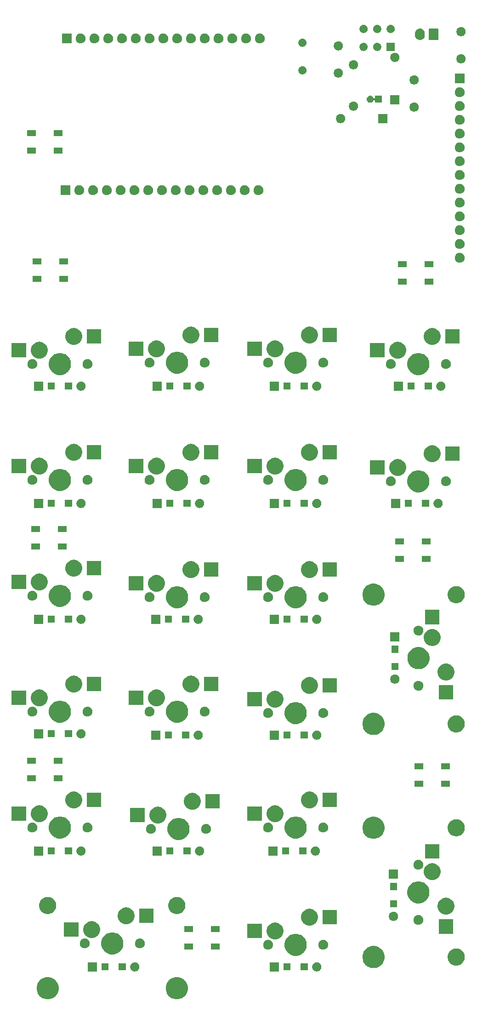
<source format=gbs>
G04 #@! TF.GenerationSoftware,KiCad,Pcbnew,(5.1.6)-1*
G04 #@! TF.CreationDate,2020-06-08T17:18:56+12:00*
G04 #@! TF.ProjectId,discipad-pcb,64697363-6970-4616-942d-7063622e6b69,rev?*
G04 #@! TF.SameCoordinates,Original*
G04 #@! TF.FileFunction,Soldermask,Bot*
G04 #@! TF.FilePolarity,Negative*
%FSLAX46Y46*%
G04 Gerber Fmt 4.6, Leading zero omitted, Abs format (unit mm)*
G04 Created by KiCad (PCBNEW (5.1.6)-1) date 2020-06-08 17:18:56*
%MOMM*%
%LPD*%
G01*
G04 APERTURE LIST*
%ADD10C,0.100000*%
G04 APERTURE END LIST*
D10*
G36*
X32360967Y-175759177D02*
G01*
X32578967Y-175849476D01*
X32733116Y-175913326D01*
X33068041Y-176137116D01*
X33352870Y-176421945D01*
X33576660Y-176756870D01*
X33576660Y-176756871D01*
X33730809Y-177129019D01*
X33809393Y-177524087D01*
X33809393Y-177926899D01*
X33730809Y-178321967D01*
X33640510Y-178539967D01*
X33576660Y-178694116D01*
X33352870Y-179029041D01*
X33068041Y-179313870D01*
X32733116Y-179537660D01*
X32578967Y-179601510D01*
X32360967Y-179691809D01*
X31965899Y-179770393D01*
X31563087Y-179770393D01*
X31168019Y-179691809D01*
X30950019Y-179601510D01*
X30795870Y-179537660D01*
X30460945Y-179313870D01*
X30176116Y-179029041D01*
X29952326Y-178694116D01*
X29888476Y-178539967D01*
X29798177Y-178321967D01*
X29719593Y-177926899D01*
X29719593Y-177524087D01*
X29798177Y-177129019D01*
X29952326Y-176756871D01*
X29952326Y-176756870D01*
X30176116Y-176421945D01*
X30460945Y-176137116D01*
X30795870Y-175913326D01*
X30950019Y-175849476D01*
X31168019Y-175759177D01*
X31563087Y-175680593D01*
X31965899Y-175680593D01*
X32360967Y-175759177D01*
G37*
G36*
X8560967Y-175759177D02*
G01*
X8778967Y-175849476D01*
X8933116Y-175913326D01*
X9268041Y-176137116D01*
X9552870Y-176421945D01*
X9776660Y-176756870D01*
X9776660Y-176756871D01*
X9930809Y-177129019D01*
X10009393Y-177524087D01*
X10009393Y-177926899D01*
X9930809Y-178321967D01*
X9840510Y-178539967D01*
X9776660Y-178694116D01*
X9552870Y-179029041D01*
X9268041Y-179313870D01*
X8933116Y-179537660D01*
X8778967Y-179601510D01*
X8560967Y-179691809D01*
X8165899Y-179770393D01*
X7763087Y-179770393D01*
X7368019Y-179691809D01*
X7150019Y-179601510D01*
X6995870Y-179537660D01*
X6660945Y-179313870D01*
X6376116Y-179029041D01*
X6152326Y-178694116D01*
X6088476Y-178539967D01*
X5998177Y-178321967D01*
X5919593Y-177926899D01*
X5919593Y-177524087D01*
X5998177Y-177129019D01*
X6152326Y-176756871D01*
X6152326Y-176756870D01*
X6376116Y-176421945D01*
X6660945Y-176137116D01*
X6995870Y-175913326D01*
X7150019Y-175849476D01*
X7368019Y-175759177D01*
X7763087Y-175680593D01*
X8165899Y-175680593D01*
X8560967Y-175759177D01*
G37*
G36*
X57794721Y-172970196D02*
G01*
X57949593Y-173034346D01*
X58088974Y-173127478D01*
X58207508Y-173246012D01*
X58300640Y-173385393D01*
X58364790Y-173540265D01*
X58397493Y-173704677D01*
X58397493Y-173872309D01*
X58364790Y-174036721D01*
X58300640Y-174191593D01*
X58207508Y-174330974D01*
X58088974Y-174449508D01*
X57949593Y-174542640D01*
X57794721Y-174606790D01*
X57630309Y-174639493D01*
X57462677Y-174639493D01*
X57298265Y-174606790D01*
X57143393Y-174542640D01*
X57004012Y-174449508D01*
X56885478Y-174330974D01*
X56792346Y-174191593D01*
X56728196Y-174036721D01*
X56695493Y-173872309D01*
X56695493Y-173704677D01*
X56728196Y-173540265D01*
X56792346Y-173385393D01*
X56885478Y-173246012D01*
X57004012Y-173127478D01*
X57143393Y-173034346D01*
X57298265Y-172970196D01*
X57462677Y-172937493D01*
X57630309Y-172937493D01*
X57794721Y-172970196D01*
G37*
G36*
X17069493Y-174639493D02*
G01*
X15367493Y-174639493D01*
X15367493Y-172937493D01*
X17069493Y-172937493D01*
X17069493Y-174639493D01*
G37*
G36*
X50597493Y-174639493D02*
G01*
X48895493Y-174639493D01*
X48895493Y-172937493D01*
X50597493Y-172937493D01*
X50597493Y-174639493D01*
G37*
G36*
X24266721Y-172970196D02*
G01*
X24421593Y-173034346D01*
X24560974Y-173127478D01*
X24679508Y-173246012D01*
X24772640Y-173385393D01*
X24836790Y-173540265D01*
X24869493Y-173704677D01*
X24869493Y-173872309D01*
X24836790Y-174036721D01*
X24772640Y-174191593D01*
X24679508Y-174330974D01*
X24560974Y-174449508D01*
X24421593Y-174542640D01*
X24266721Y-174606790D01*
X24102309Y-174639493D01*
X23934677Y-174639493D01*
X23770265Y-174606790D01*
X23615393Y-174542640D01*
X23476012Y-174449508D01*
X23357478Y-174330974D01*
X23264346Y-174191593D01*
X23200196Y-174036721D01*
X23167493Y-173872309D01*
X23167493Y-173704677D01*
X23200196Y-173540265D01*
X23264346Y-173385393D01*
X23357478Y-173246012D01*
X23476012Y-173127478D01*
X23615393Y-173034346D01*
X23770265Y-172970196D01*
X23934677Y-172937493D01*
X24102309Y-172937493D01*
X24266721Y-172970196D01*
G37*
G36*
X55872493Y-174439493D02*
G01*
X54570493Y-174439493D01*
X54570493Y-173137493D01*
X55872493Y-173137493D01*
X55872493Y-174439493D01*
G37*
G36*
X52722493Y-174439493D02*
G01*
X51420493Y-174439493D01*
X51420493Y-173137493D01*
X52722493Y-173137493D01*
X52722493Y-174439493D01*
G37*
G36*
X19194493Y-174439493D02*
G01*
X17892493Y-174439493D01*
X17892493Y-173137493D01*
X19194493Y-173137493D01*
X19194493Y-174439493D01*
G37*
G36*
X22344493Y-174439493D02*
G01*
X21042493Y-174439493D01*
X21042493Y-173137493D01*
X22344493Y-173137493D01*
X22344493Y-174439493D01*
G37*
G36*
X68593967Y-170006177D02*
G01*
X68740729Y-170066968D01*
X68966116Y-170160326D01*
X69301041Y-170384116D01*
X69585870Y-170668945D01*
X69809660Y-171003870D01*
X69873510Y-171158019D01*
X69963809Y-171376019D01*
X70042393Y-171771087D01*
X70042393Y-172173899D01*
X69963809Y-172568967D01*
X69901856Y-172718534D01*
X69809660Y-172941116D01*
X69585870Y-173276041D01*
X69301041Y-173560870D01*
X68966116Y-173784660D01*
X68811967Y-173848510D01*
X68593967Y-173938809D01*
X68198899Y-174017393D01*
X67796087Y-174017393D01*
X67401019Y-173938809D01*
X67183019Y-173848510D01*
X67028870Y-173784660D01*
X66693945Y-173560870D01*
X66409116Y-173276041D01*
X66185326Y-172941116D01*
X66093130Y-172718534D01*
X66031177Y-172568967D01*
X65952593Y-172173899D01*
X65952593Y-171771087D01*
X66031177Y-171376019D01*
X66121476Y-171158019D01*
X66185326Y-171003870D01*
X66409116Y-170668945D01*
X66693945Y-170384116D01*
X67028870Y-170160326D01*
X67254257Y-170066968D01*
X67401019Y-170006177D01*
X67796087Y-169927593D01*
X68198899Y-169927593D01*
X68593967Y-170006177D01*
G37*
G36*
X83531131Y-170425045D02*
G01*
X83696904Y-170458019D01*
X83815630Y-170507197D01*
X83983534Y-170576745D01*
X84026558Y-170605493D01*
X84241497Y-170749110D01*
X84460876Y-170968489D01*
X84500667Y-171028041D01*
X84633241Y-171226452D01*
X84656523Y-171282660D01*
X84751967Y-171513082D01*
X84756657Y-171536660D01*
X84812493Y-171817368D01*
X84812493Y-172127618D01*
X84751967Y-172431903D01*
X84633241Y-172718534D01*
X84633240Y-172718535D01*
X84460876Y-172976497D01*
X84241497Y-173195876D01*
X84121521Y-173276041D01*
X83983534Y-173368241D01*
X83815630Y-173437789D01*
X83696904Y-173486967D01*
X83544760Y-173517230D01*
X83392618Y-173547493D01*
X83082368Y-173547493D01*
X82930226Y-173517230D01*
X82778082Y-173486967D01*
X82659356Y-173437789D01*
X82491452Y-173368241D01*
X82353465Y-173276041D01*
X82233489Y-173195876D01*
X82014110Y-172976497D01*
X81841746Y-172718535D01*
X81841745Y-172718534D01*
X81723019Y-172431903D01*
X81662493Y-172127618D01*
X81662493Y-171817368D01*
X81718329Y-171536660D01*
X81723019Y-171513082D01*
X81818463Y-171282660D01*
X81841745Y-171226452D01*
X81974319Y-171028041D01*
X82014110Y-170968489D01*
X82233489Y-170749110D01*
X82448428Y-170605493D01*
X82491452Y-170576745D01*
X82659356Y-170507197D01*
X82778082Y-170458019D01*
X82943855Y-170425045D01*
X83082368Y-170397493D01*
X83392618Y-170397493D01*
X83531131Y-170425045D01*
G37*
G36*
X54242967Y-167758177D02*
G01*
X54460967Y-167848476D01*
X54615116Y-167912326D01*
X54950041Y-168136116D01*
X55234870Y-168420945D01*
X55458660Y-168755870D01*
X55522510Y-168910019D01*
X55612809Y-169128019D01*
X55691393Y-169523087D01*
X55691393Y-169925899D01*
X55612809Y-170320967D01*
X55563870Y-170439115D01*
X55458660Y-170693116D01*
X55234870Y-171028041D01*
X54950041Y-171312870D01*
X54615116Y-171536660D01*
X54460967Y-171600510D01*
X54242967Y-171690809D01*
X53847899Y-171769393D01*
X53445087Y-171769393D01*
X53050019Y-171690809D01*
X52832019Y-171600510D01*
X52677870Y-171536660D01*
X52342945Y-171312870D01*
X52058116Y-171028041D01*
X51834326Y-170693116D01*
X51729116Y-170439115D01*
X51680177Y-170320967D01*
X51601593Y-169925899D01*
X51601593Y-169523087D01*
X51680177Y-169128019D01*
X51770476Y-168910019D01*
X51834326Y-168755870D01*
X52058116Y-168420945D01*
X52342945Y-168136116D01*
X52677870Y-167912326D01*
X52832019Y-167848476D01*
X53050019Y-167758177D01*
X53445087Y-167679593D01*
X53847899Y-167679593D01*
X54242967Y-167758177D01*
G37*
G36*
X20460967Y-167504177D02*
G01*
X20678967Y-167594476D01*
X20833116Y-167658326D01*
X21168041Y-167882116D01*
X21452870Y-168166945D01*
X21676660Y-168501870D01*
X21740510Y-168656019D01*
X21830809Y-168874019D01*
X21909393Y-169269087D01*
X21909393Y-169671899D01*
X21830809Y-170066967D01*
X21746815Y-170269746D01*
X21676660Y-170439116D01*
X21452870Y-170774041D01*
X21168041Y-171058870D01*
X20833116Y-171282660D01*
X20760182Y-171312870D01*
X20460967Y-171436809D01*
X20065899Y-171515393D01*
X19663087Y-171515393D01*
X19268019Y-171436809D01*
X18968804Y-171312870D01*
X18895870Y-171282660D01*
X18560945Y-171058870D01*
X18276116Y-170774041D01*
X18052326Y-170439116D01*
X17982171Y-170269746D01*
X17898177Y-170066967D01*
X17819593Y-169671899D01*
X17819593Y-169269087D01*
X17898177Y-168874019D01*
X17988476Y-168656019D01*
X18052326Y-168501870D01*
X18276116Y-168166945D01*
X18560945Y-167882116D01*
X18895870Y-167658326D01*
X19050019Y-167594476D01*
X19268019Y-167504177D01*
X19663087Y-167425593D01*
X20065899Y-167425593D01*
X20460967Y-167504177D01*
G37*
G36*
X48742445Y-168839922D02*
G01*
X48829568Y-168857252D01*
X48938991Y-168902577D01*
X48993704Y-168925240D01*
X49140426Y-169023276D01*
X49141421Y-169023941D01*
X49267045Y-169149565D01*
X49267047Y-169149568D01*
X49365746Y-169297282D01*
X49365746Y-169297283D01*
X49433734Y-169461418D01*
X49468393Y-169635664D01*
X49468393Y-169813322D01*
X49433734Y-169987568D01*
X49426025Y-170006178D01*
X49365746Y-170151704D01*
X49352821Y-170171047D01*
X49267045Y-170299421D01*
X49141421Y-170425045D01*
X49141418Y-170425047D01*
X48993704Y-170523746D01*
X48938991Y-170546409D01*
X48829568Y-170591734D01*
X48760395Y-170605493D01*
X48655324Y-170626393D01*
X48477662Y-170626393D01*
X48372591Y-170605493D01*
X48303418Y-170591734D01*
X48193995Y-170546409D01*
X48139282Y-170523746D01*
X47991568Y-170425047D01*
X47991565Y-170425045D01*
X47865941Y-170299421D01*
X47780165Y-170171047D01*
X47767240Y-170151704D01*
X47706961Y-170006178D01*
X47699252Y-169987568D01*
X47664593Y-169813322D01*
X47664593Y-169635664D01*
X47699252Y-169461418D01*
X47767240Y-169297283D01*
X47767240Y-169297282D01*
X47865939Y-169149568D01*
X47865941Y-169149565D01*
X47991565Y-169023941D01*
X47992560Y-169023276D01*
X48139282Y-168925240D01*
X48193995Y-168902577D01*
X48303418Y-168857252D01*
X48390541Y-168839922D01*
X48477662Y-168822593D01*
X48655324Y-168822593D01*
X48742445Y-168839922D01*
G37*
G36*
X58902445Y-168839922D02*
G01*
X58989568Y-168857252D01*
X59098991Y-168902577D01*
X59153704Y-168925240D01*
X59300426Y-169023276D01*
X59301421Y-169023941D01*
X59427045Y-169149565D01*
X59427047Y-169149568D01*
X59525746Y-169297282D01*
X59525746Y-169297283D01*
X59593734Y-169461418D01*
X59628393Y-169635664D01*
X59628393Y-169813322D01*
X59593734Y-169987568D01*
X59586025Y-170006178D01*
X59525746Y-170151704D01*
X59512821Y-170171047D01*
X59427045Y-170299421D01*
X59301421Y-170425045D01*
X59301418Y-170425047D01*
X59153704Y-170523746D01*
X59098991Y-170546409D01*
X58989568Y-170591734D01*
X58920395Y-170605493D01*
X58815324Y-170626393D01*
X58637662Y-170626393D01*
X58532591Y-170605493D01*
X58463418Y-170591734D01*
X58353995Y-170546409D01*
X58299282Y-170523746D01*
X58151568Y-170425047D01*
X58151565Y-170425045D01*
X58025941Y-170299421D01*
X57940165Y-170171047D01*
X57927240Y-170151704D01*
X57866961Y-170006178D01*
X57859252Y-169987568D01*
X57824593Y-169813322D01*
X57824593Y-169635664D01*
X57859252Y-169461418D01*
X57927240Y-169297283D01*
X57927240Y-169297282D01*
X58025939Y-169149568D01*
X58025941Y-169149565D01*
X58151565Y-169023941D01*
X58152560Y-169023276D01*
X58299282Y-168925240D01*
X58353995Y-168902577D01*
X58463418Y-168857252D01*
X58550541Y-168839922D01*
X58637662Y-168822593D01*
X58815324Y-168822593D01*
X58902445Y-168839922D01*
G37*
G36*
X39625493Y-170605493D02*
G01*
X38023493Y-170605493D01*
X38023493Y-169503493D01*
X39625493Y-169503493D01*
X39625493Y-170605493D01*
G37*
G36*
X34725493Y-170605493D02*
G01*
X33123493Y-170605493D01*
X33123493Y-169503493D01*
X34725493Y-169503493D01*
X34725493Y-170605493D01*
G37*
G36*
X14960445Y-168585922D02*
G01*
X15047568Y-168603252D01*
X15156991Y-168648577D01*
X15211704Y-168671240D01*
X15338362Y-168755870D01*
X15359421Y-168769941D01*
X15485045Y-168895565D01*
X15485047Y-168895568D01*
X15583746Y-169043282D01*
X15583746Y-169043283D01*
X15651734Y-169207418D01*
X15686393Y-169381664D01*
X15686393Y-169559322D01*
X15651734Y-169733568D01*
X15618698Y-169813322D01*
X15583746Y-169897704D01*
X15523702Y-169987566D01*
X15485045Y-170045421D01*
X15359421Y-170171045D01*
X15359418Y-170171047D01*
X15211704Y-170269746D01*
X15156991Y-170292409D01*
X15047568Y-170337734D01*
X14960445Y-170355064D01*
X14873324Y-170372393D01*
X14695662Y-170372393D01*
X14608541Y-170355064D01*
X14521418Y-170337734D01*
X14411995Y-170292409D01*
X14357282Y-170269746D01*
X14209568Y-170171047D01*
X14209565Y-170171045D01*
X14083941Y-170045421D01*
X14045284Y-169987566D01*
X13985240Y-169897704D01*
X13950288Y-169813322D01*
X13917252Y-169733568D01*
X13882593Y-169559322D01*
X13882593Y-169381664D01*
X13917252Y-169207418D01*
X13985240Y-169043283D01*
X13985240Y-169043282D01*
X14083939Y-168895568D01*
X14083941Y-168895565D01*
X14209565Y-168769941D01*
X14230624Y-168755870D01*
X14357282Y-168671240D01*
X14411995Y-168648577D01*
X14521418Y-168603252D01*
X14608541Y-168585922D01*
X14695662Y-168568593D01*
X14873324Y-168568593D01*
X14960445Y-168585922D01*
G37*
G36*
X25120445Y-168585922D02*
G01*
X25207568Y-168603252D01*
X25316991Y-168648577D01*
X25371704Y-168671240D01*
X25498362Y-168755870D01*
X25519421Y-168769941D01*
X25645045Y-168895565D01*
X25645047Y-168895568D01*
X25743746Y-169043282D01*
X25743746Y-169043283D01*
X25811734Y-169207418D01*
X25846393Y-169381664D01*
X25846393Y-169559322D01*
X25811734Y-169733568D01*
X25778698Y-169813322D01*
X25743746Y-169897704D01*
X25683702Y-169987566D01*
X25645045Y-170045421D01*
X25519421Y-170171045D01*
X25519418Y-170171047D01*
X25371704Y-170269746D01*
X25316991Y-170292409D01*
X25207568Y-170337734D01*
X25120445Y-170355064D01*
X25033324Y-170372393D01*
X24855662Y-170372393D01*
X24768541Y-170355064D01*
X24681418Y-170337734D01*
X24571995Y-170292409D01*
X24517282Y-170269746D01*
X24369568Y-170171047D01*
X24369565Y-170171045D01*
X24243941Y-170045421D01*
X24205284Y-169987566D01*
X24145240Y-169897704D01*
X24110288Y-169813322D01*
X24077252Y-169733568D01*
X24042593Y-169559322D01*
X24042593Y-169381664D01*
X24077252Y-169207418D01*
X24145240Y-169043283D01*
X24145240Y-169043282D01*
X24243939Y-168895568D01*
X24243941Y-168895565D01*
X24369565Y-168769941D01*
X24390624Y-168755870D01*
X24517282Y-168671240D01*
X24571995Y-168648577D01*
X24681418Y-168603252D01*
X24768541Y-168585922D01*
X24855662Y-168568593D01*
X25033324Y-168568593D01*
X25120445Y-168585922D01*
G37*
G36*
X50139078Y-165663295D02*
G01*
X50288903Y-165693097D01*
X50571167Y-165810014D01*
X50825198Y-165979752D01*
X51041234Y-166195788D01*
X51210972Y-166449819D01*
X51327889Y-166732083D01*
X51387493Y-167031733D01*
X51387493Y-167337253D01*
X51327889Y-167636903D01*
X51210972Y-167919167D01*
X51041234Y-168173198D01*
X50825198Y-168389234D01*
X50571167Y-168558972D01*
X50288903Y-168675889D01*
X50139078Y-168705691D01*
X49989254Y-168735493D01*
X49683732Y-168735493D01*
X49533908Y-168705691D01*
X49384083Y-168675889D01*
X49101819Y-168558972D01*
X48847788Y-168389234D01*
X48631752Y-168173198D01*
X48462014Y-167919167D01*
X48345097Y-167636903D01*
X48285493Y-167337253D01*
X48285493Y-167031733D01*
X48345097Y-166732083D01*
X48462014Y-166449819D01*
X48631752Y-166195788D01*
X48847788Y-165979752D01*
X49101819Y-165810014D01*
X49384083Y-165693097D01*
X49533908Y-165663295D01*
X49683732Y-165633493D01*
X49989254Y-165633493D01*
X50139078Y-165663295D01*
G37*
G36*
X47412493Y-168485493D02*
G01*
X44760493Y-168485493D01*
X44760493Y-165883493D01*
X47412493Y-165883493D01*
X47412493Y-168485493D01*
G37*
G36*
X16357078Y-165409295D02*
G01*
X16506903Y-165439097D01*
X16789167Y-165556014D01*
X17043198Y-165725752D01*
X17259234Y-165941788D01*
X17428972Y-166195819D01*
X17545889Y-166478083D01*
X17605493Y-166777733D01*
X17605493Y-167083253D01*
X17545889Y-167382903D01*
X17428972Y-167665167D01*
X17259234Y-167919198D01*
X17043198Y-168135234D01*
X16789167Y-168304972D01*
X16506903Y-168421889D01*
X16357078Y-168451691D01*
X16207254Y-168481493D01*
X15901732Y-168481493D01*
X15751908Y-168451691D01*
X15602083Y-168421889D01*
X15319819Y-168304972D01*
X15065788Y-168135234D01*
X14849752Y-167919198D01*
X14680014Y-167665167D01*
X14563097Y-167382903D01*
X14503493Y-167083253D01*
X14503493Y-166777733D01*
X14563097Y-166478083D01*
X14680014Y-166195819D01*
X14849752Y-165941788D01*
X15065788Y-165725752D01*
X15319819Y-165556014D01*
X15602083Y-165439097D01*
X15751908Y-165409295D01*
X15901732Y-165379493D01*
X16207254Y-165379493D01*
X16357078Y-165409295D01*
G37*
G36*
X13630493Y-168231493D02*
G01*
X10978493Y-168231493D01*
X10978493Y-165629493D01*
X13630493Y-165629493D01*
X13630493Y-168231493D01*
G37*
G36*
X82633493Y-167688493D02*
G01*
X80031493Y-167688493D01*
X80031493Y-165036493D01*
X82633493Y-165036493D01*
X82633493Y-167688493D01*
G37*
G36*
X39625493Y-167405493D02*
G01*
X38023493Y-167405493D01*
X38023493Y-166303493D01*
X39625493Y-166303493D01*
X39625493Y-167405493D01*
G37*
G36*
X34725493Y-167405493D02*
G01*
X33123493Y-167405493D01*
X33123493Y-166303493D01*
X34725493Y-166303493D01*
X34725493Y-167405493D01*
G37*
G36*
X56489078Y-163123295D02*
G01*
X56638903Y-163153097D01*
X56921167Y-163270014D01*
X57175198Y-163439752D01*
X57391234Y-163655788D01*
X57560972Y-163909819D01*
X57677889Y-164192083D01*
X57677889Y-164192084D01*
X57729578Y-164451939D01*
X57737493Y-164491733D01*
X57737493Y-164797253D01*
X57677889Y-165096903D01*
X57560972Y-165379167D01*
X57391234Y-165633198D01*
X57175198Y-165849234D01*
X56921167Y-166018972D01*
X56638903Y-166135889D01*
X56489078Y-166165691D01*
X56339254Y-166195493D01*
X56033732Y-166195493D01*
X55883908Y-166165691D01*
X55734083Y-166135889D01*
X55451819Y-166018972D01*
X55197788Y-165849234D01*
X54981752Y-165633198D01*
X54812014Y-165379167D01*
X54695097Y-165096903D01*
X54635493Y-164797253D01*
X54635493Y-164491733D01*
X54643409Y-164451939D01*
X54695097Y-164192084D01*
X54695097Y-164192083D01*
X54812014Y-163909819D01*
X54981752Y-163655788D01*
X55197788Y-163439752D01*
X55451819Y-163270014D01*
X55734083Y-163153097D01*
X55883908Y-163123295D01*
X56033732Y-163093493D01*
X56339254Y-163093493D01*
X56489078Y-163123295D01*
G37*
G36*
X76428445Y-164267922D02*
G01*
X76515568Y-164285252D01*
X76624991Y-164330577D01*
X76679704Y-164353240D01*
X76826426Y-164451276D01*
X76827421Y-164451941D01*
X76953045Y-164577565D01*
X76953047Y-164577568D01*
X77051746Y-164725282D01*
X77051746Y-164725283D01*
X77119734Y-164889418D01*
X77119734Y-164889420D01*
X77148989Y-165036493D01*
X77154393Y-165063664D01*
X77154393Y-165241322D01*
X77119734Y-165415568D01*
X77074409Y-165524991D01*
X77051746Y-165579704D01*
X77015805Y-165633493D01*
X76953045Y-165727421D01*
X76827421Y-165853045D01*
X76827418Y-165853047D01*
X76679704Y-165951746D01*
X76624991Y-165974409D01*
X76515568Y-166019734D01*
X76428445Y-166037063D01*
X76341324Y-166054393D01*
X76163662Y-166054393D01*
X76076541Y-166037063D01*
X75989418Y-166019734D01*
X75879995Y-165974409D01*
X75825282Y-165951746D01*
X75677568Y-165853047D01*
X75677565Y-165853045D01*
X75551941Y-165727421D01*
X75489181Y-165633493D01*
X75453240Y-165579704D01*
X75430577Y-165524991D01*
X75385252Y-165415568D01*
X75350593Y-165241322D01*
X75350593Y-165063664D01*
X75355998Y-165036493D01*
X75385252Y-164889420D01*
X75385252Y-164889418D01*
X75453240Y-164725283D01*
X75453240Y-164725282D01*
X75551939Y-164577568D01*
X75551941Y-164577565D01*
X75677565Y-164451941D01*
X75678560Y-164451276D01*
X75825282Y-164353240D01*
X75879995Y-164330577D01*
X75989418Y-164285252D01*
X76076541Y-164267922D01*
X76163662Y-164250593D01*
X76341324Y-164250593D01*
X76428445Y-164267922D01*
G37*
G36*
X61262493Y-165945493D02*
G01*
X58610493Y-165945493D01*
X58610493Y-163343493D01*
X61262493Y-163343493D01*
X61262493Y-165945493D01*
G37*
G36*
X22707078Y-162869295D02*
G01*
X22856903Y-162899097D01*
X23139167Y-163016014D01*
X23393198Y-163185752D01*
X23609234Y-163401788D01*
X23778972Y-163655819D01*
X23895889Y-163938083D01*
X23908198Y-163999967D01*
X23954406Y-164232265D01*
X23955493Y-164237733D01*
X23955493Y-164543253D01*
X23895889Y-164842903D01*
X23778972Y-165125167D01*
X23609234Y-165379198D01*
X23393198Y-165595234D01*
X23139167Y-165764972D01*
X22856903Y-165881889D01*
X22707078Y-165911691D01*
X22557254Y-165941493D01*
X22251732Y-165941493D01*
X22101908Y-165911691D01*
X21952083Y-165881889D01*
X21669819Y-165764972D01*
X21415788Y-165595234D01*
X21199752Y-165379198D01*
X21030014Y-165125167D01*
X20913097Y-164842903D01*
X20853493Y-164543253D01*
X20853493Y-164237733D01*
X20854581Y-164232265D01*
X20900788Y-163999967D01*
X20913097Y-163938083D01*
X21030014Y-163655819D01*
X21199752Y-163401788D01*
X21415788Y-163185752D01*
X21669819Y-163016014D01*
X21952083Y-162899097D01*
X22101908Y-162869295D01*
X22251732Y-162839493D01*
X22557254Y-162839493D01*
X22707078Y-162869295D01*
G37*
G36*
X27480493Y-165691493D02*
G01*
X24828493Y-165691493D01*
X24828493Y-163089493D01*
X27480493Y-163089493D01*
X27480493Y-165691493D01*
G37*
G36*
X71928721Y-163662196D02*
G01*
X72083593Y-163726346D01*
X72222974Y-163819478D01*
X72341508Y-163938012D01*
X72434640Y-164077393D01*
X72498790Y-164232265D01*
X72531493Y-164396677D01*
X72531493Y-164564309D01*
X72498790Y-164728721D01*
X72434640Y-164883593D01*
X72341508Y-165022974D01*
X72222974Y-165141508D01*
X72083593Y-165234640D01*
X71928721Y-165298790D01*
X71764309Y-165331493D01*
X71596677Y-165331493D01*
X71432265Y-165298790D01*
X71277393Y-165234640D01*
X71138012Y-165141508D01*
X71019478Y-165022974D01*
X70926346Y-164883593D01*
X70862196Y-164728721D01*
X70829493Y-164564309D01*
X70829493Y-164396677D01*
X70862196Y-164232265D01*
X70926346Y-164077393D01*
X71019478Y-163938012D01*
X71138012Y-163819478D01*
X71277393Y-163726346D01*
X71432265Y-163662196D01*
X71596677Y-163629493D01*
X71764309Y-163629493D01*
X71928721Y-163662196D01*
G37*
G36*
X81627286Y-161089745D02*
G01*
X81784903Y-161121097D01*
X82067167Y-161238014D01*
X82321198Y-161407752D01*
X82537234Y-161623788D01*
X82706972Y-161877819D01*
X82823889Y-162160083D01*
X82883493Y-162459733D01*
X82883493Y-162765253D01*
X82823889Y-163064903D01*
X82706972Y-163347167D01*
X82537234Y-163601198D01*
X82321198Y-163817234D01*
X82067167Y-163986972D01*
X81784903Y-164103889D01*
X81635078Y-164133691D01*
X81485254Y-164163493D01*
X81179732Y-164163493D01*
X81029908Y-164133691D01*
X80880083Y-164103889D01*
X80597819Y-163986972D01*
X80343788Y-163817234D01*
X80127752Y-163601198D01*
X79958014Y-163347167D01*
X79841097Y-163064903D01*
X79781493Y-162765253D01*
X79781493Y-162459733D01*
X79841097Y-162160083D01*
X79958014Y-161877819D01*
X80127752Y-161623788D01*
X80343788Y-161407752D01*
X80597819Y-161238014D01*
X80880083Y-161121097D01*
X81037700Y-161089745D01*
X81179732Y-161061493D01*
X81485254Y-161061493D01*
X81627286Y-161089745D01*
G37*
G36*
X32071760Y-160940756D02*
G01*
X32223904Y-160971019D01*
X32342630Y-161020197D01*
X32510534Y-161089745D01*
X32596132Y-161146940D01*
X32768497Y-161262110D01*
X32987876Y-161481489D01*
X33082957Y-161623788D01*
X33160241Y-161739452D01*
X33217554Y-161877819D01*
X33278967Y-162026082D01*
X33339493Y-162330369D01*
X33339493Y-162640617D01*
X33288079Y-162899097D01*
X33278967Y-162944903D01*
X33160241Y-163231534D01*
X33160240Y-163231535D01*
X32987876Y-163489497D01*
X32768497Y-163708876D01*
X32606329Y-163817233D01*
X32510534Y-163881241D01*
X32373302Y-163938084D01*
X32223904Y-163999967D01*
X31919618Y-164060493D01*
X31609368Y-164060493D01*
X31305082Y-163999967D01*
X31155684Y-163938084D01*
X31018452Y-163881241D01*
X30922657Y-163817233D01*
X30760489Y-163708876D01*
X30541110Y-163489497D01*
X30368746Y-163231535D01*
X30368745Y-163231534D01*
X30250019Y-162944903D01*
X30240908Y-162899097D01*
X30189493Y-162640617D01*
X30189493Y-162330369D01*
X30250019Y-162026082D01*
X30311432Y-161877819D01*
X30368745Y-161739452D01*
X30446029Y-161623788D01*
X30541110Y-161481489D01*
X30760489Y-161262110D01*
X30932854Y-161146940D01*
X31018452Y-161089745D01*
X31186356Y-161020197D01*
X31305082Y-160971019D01*
X31457226Y-160940756D01*
X31609368Y-160910493D01*
X31919618Y-160910493D01*
X32071760Y-160940756D01*
G37*
G36*
X8271760Y-160940756D02*
G01*
X8423904Y-160971019D01*
X8542630Y-161020197D01*
X8710534Y-161089745D01*
X8796132Y-161146940D01*
X8968497Y-161262110D01*
X9187876Y-161481489D01*
X9282957Y-161623788D01*
X9360241Y-161739452D01*
X9417554Y-161877819D01*
X9478967Y-162026082D01*
X9539493Y-162330369D01*
X9539493Y-162640617D01*
X9488079Y-162899097D01*
X9478967Y-162944903D01*
X9360241Y-163231534D01*
X9360240Y-163231535D01*
X9187876Y-163489497D01*
X8968497Y-163708876D01*
X8806329Y-163817233D01*
X8710534Y-163881241D01*
X8573302Y-163938084D01*
X8423904Y-163999967D01*
X8119618Y-164060493D01*
X7809368Y-164060493D01*
X7505082Y-163999967D01*
X7355684Y-163938084D01*
X7218452Y-163881241D01*
X7122657Y-163817233D01*
X6960489Y-163708876D01*
X6741110Y-163489497D01*
X6568746Y-163231535D01*
X6568745Y-163231534D01*
X6450019Y-162944903D01*
X6440908Y-162899097D01*
X6389493Y-162640617D01*
X6389493Y-162330369D01*
X6450019Y-162026082D01*
X6511432Y-161877819D01*
X6568745Y-161739452D01*
X6646029Y-161623788D01*
X6741110Y-161481489D01*
X6960489Y-161262110D01*
X7132854Y-161146940D01*
X7218452Y-161089745D01*
X7386356Y-161020197D01*
X7505082Y-160971019D01*
X7657226Y-160940756D01*
X7809368Y-160910493D01*
X8119618Y-160910493D01*
X8271760Y-160940756D01*
G37*
G36*
X72331493Y-162806493D02*
G01*
X71029493Y-162806493D01*
X71029493Y-161504493D01*
X72331493Y-161504493D01*
X72331493Y-162806493D01*
G37*
G36*
X76848967Y-158106177D02*
G01*
X77066967Y-158196476D01*
X77221116Y-158260326D01*
X77556041Y-158484116D01*
X77840870Y-158768945D01*
X78064660Y-159103870D01*
X78064660Y-159103871D01*
X78218809Y-159476019D01*
X78297393Y-159871087D01*
X78297393Y-160273899D01*
X78218809Y-160668967D01*
X78128510Y-160886967D01*
X78064660Y-161041116D01*
X77840870Y-161376041D01*
X77556041Y-161660870D01*
X77221116Y-161884660D01*
X77066967Y-161948510D01*
X76848967Y-162038809D01*
X76453899Y-162117393D01*
X76051087Y-162117393D01*
X75656019Y-162038809D01*
X75438019Y-161948510D01*
X75283870Y-161884660D01*
X74948945Y-161660870D01*
X74664116Y-161376041D01*
X74440326Y-161041116D01*
X74376476Y-160886967D01*
X74286177Y-160668967D01*
X74207593Y-160273899D01*
X74207593Y-159871087D01*
X74286177Y-159476019D01*
X74440326Y-159103871D01*
X74440326Y-159103870D01*
X74664116Y-158768945D01*
X74948945Y-158484116D01*
X75283870Y-158260326D01*
X75438019Y-158196476D01*
X75656019Y-158106177D01*
X76051087Y-158027593D01*
X76453899Y-158027593D01*
X76848967Y-158106177D01*
G37*
G36*
X72331493Y-159656493D02*
G01*
X71029493Y-159656493D01*
X71029493Y-158354493D01*
X72331493Y-158354493D01*
X72331493Y-159656493D01*
G37*
G36*
X79095078Y-154741295D02*
G01*
X79244903Y-154771097D01*
X79527167Y-154888014D01*
X79781198Y-155057752D01*
X79997234Y-155273788D01*
X80166972Y-155527819D01*
X80283889Y-155810083D01*
X80343493Y-156109733D01*
X80343493Y-156415253D01*
X80283889Y-156714903D01*
X80166972Y-156997167D01*
X79997234Y-157251198D01*
X79781198Y-157467234D01*
X79527167Y-157636972D01*
X79244903Y-157753889D01*
X79095078Y-157783691D01*
X78945254Y-157813493D01*
X78639732Y-157813493D01*
X78489908Y-157783691D01*
X78340083Y-157753889D01*
X78057819Y-157636972D01*
X77803788Y-157467234D01*
X77587752Y-157251198D01*
X77418014Y-156997167D01*
X77301097Y-156714903D01*
X77241493Y-156415253D01*
X77241493Y-156109733D01*
X77301097Y-155810083D01*
X77418014Y-155527819D01*
X77587752Y-155273788D01*
X77803788Y-155057752D01*
X78057819Y-154888014D01*
X78340083Y-154771097D01*
X78489908Y-154741295D01*
X78639732Y-154711493D01*
X78945254Y-154711493D01*
X79095078Y-154741295D01*
G37*
G36*
X72531493Y-157531493D02*
G01*
X70829493Y-157531493D01*
X70829493Y-155829493D01*
X72531493Y-155829493D01*
X72531493Y-157531493D01*
G37*
G36*
X76428445Y-154107922D02*
G01*
X76515568Y-154125252D01*
X76624991Y-154170577D01*
X76679704Y-154193240D01*
X76826426Y-154291276D01*
X76827421Y-154291941D01*
X76953045Y-154417565D01*
X76953047Y-154417568D01*
X77051746Y-154565282D01*
X77051746Y-154565283D01*
X77119734Y-154729418D01*
X77154393Y-154903664D01*
X77154393Y-155081322D01*
X77119734Y-155255568D01*
X77112186Y-155273789D01*
X77051746Y-155419704D01*
X76979506Y-155527819D01*
X76953045Y-155567421D01*
X76827421Y-155693045D01*
X76827418Y-155693047D01*
X76679704Y-155791746D01*
X76635434Y-155810083D01*
X76515568Y-155859734D01*
X76428445Y-155877064D01*
X76341324Y-155894393D01*
X76163662Y-155894393D01*
X76076541Y-155877064D01*
X75989418Y-155859734D01*
X75869552Y-155810083D01*
X75825282Y-155791746D01*
X75677568Y-155693047D01*
X75677565Y-155693045D01*
X75551941Y-155567421D01*
X75525480Y-155527819D01*
X75453240Y-155419704D01*
X75392800Y-155273789D01*
X75385252Y-155255568D01*
X75350593Y-155081322D01*
X75350593Y-154903664D01*
X75385252Y-154729418D01*
X75453240Y-154565283D01*
X75453240Y-154565282D01*
X75551939Y-154417568D01*
X75551941Y-154417565D01*
X75677565Y-154291941D01*
X75678560Y-154291276D01*
X75825282Y-154193240D01*
X75879995Y-154170577D01*
X75989418Y-154125252D01*
X76076541Y-154107922D01*
X76163662Y-154090593D01*
X76341324Y-154090593D01*
X76428445Y-154107922D01*
G37*
G36*
X80093493Y-153838493D02*
G01*
X77491493Y-153838493D01*
X77491493Y-151186493D01*
X80093493Y-151186493D01*
X80093493Y-153838493D01*
G37*
G36*
X50343493Y-153303493D02*
G01*
X48641493Y-153303493D01*
X48641493Y-151601493D01*
X50343493Y-151601493D01*
X50343493Y-153303493D01*
G37*
G36*
X57540721Y-151634196D02*
G01*
X57695593Y-151698346D01*
X57834974Y-151791478D01*
X57953508Y-151910012D01*
X58046640Y-152049393D01*
X58110790Y-152204265D01*
X58143493Y-152368677D01*
X58143493Y-152536309D01*
X58110790Y-152700721D01*
X58046640Y-152855593D01*
X57953508Y-152994974D01*
X57834974Y-153113508D01*
X57695593Y-153206640D01*
X57540721Y-153270790D01*
X57376309Y-153303493D01*
X57208677Y-153303493D01*
X57044265Y-153270790D01*
X56889393Y-153206640D01*
X56750012Y-153113508D01*
X56631478Y-152994974D01*
X56538346Y-152855593D01*
X56474196Y-152700721D01*
X56441493Y-152536309D01*
X56441493Y-152368677D01*
X56474196Y-152204265D01*
X56538346Y-152049393D01*
X56631478Y-151910012D01*
X56750012Y-151791478D01*
X56889393Y-151698346D01*
X57044265Y-151634196D01*
X57208677Y-151601493D01*
X57376309Y-151601493D01*
X57540721Y-151634196D01*
G37*
G36*
X36204721Y-151634196D02*
G01*
X36359593Y-151698346D01*
X36498974Y-151791478D01*
X36617508Y-151910012D01*
X36710640Y-152049393D01*
X36774790Y-152204265D01*
X36807493Y-152368677D01*
X36807493Y-152536309D01*
X36774790Y-152700721D01*
X36710640Y-152855593D01*
X36617508Y-152994974D01*
X36498974Y-153113508D01*
X36359593Y-153206640D01*
X36204721Y-153270790D01*
X36040309Y-153303493D01*
X35872677Y-153303493D01*
X35708265Y-153270790D01*
X35553393Y-153206640D01*
X35414012Y-153113508D01*
X35295478Y-152994974D01*
X35202346Y-152855593D01*
X35138196Y-152700721D01*
X35105493Y-152536309D01*
X35105493Y-152368677D01*
X35138196Y-152204265D01*
X35202346Y-152049393D01*
X35295478Y-151910012D01*
X35414012Y-151791478D01*
X35553393Y-151698346D01*
X35708265Y-151634196D01*
X35872677Y-151601493D01*
X36040309Y-151601493D01*
X36204721Y-151634196D01*
G37*
G36*
X14360721Y-151634196D02*
G01*
X14515593Y-151698346D01*
X14654974Y-151791478D01*
X14773508Y-151910012D01*
X14866640Y-152049393D01*
X14930790Y-152204265D01*
X14963493Y-152368677D01*
X14963493Y-152536309D01*
X14930790Y-152700721D01*
X14866640Y-152855593D01*
X14773508Y-152994974D01*
X14654974Y-153113508D01*
X14515593Y-153206640D01*
X14360721Y-153270790D01*
X14196309Y-153303493D01*
X14028677Y-153303493D01*
X13864265Y-153270790D01*
X13709393Y-153206640D01*
X13570012Y-153113508D01*
X13451478Y-152994974D01*
X13358346Y-152855593D01*
X13294196Y-152700721D01*
X13261493Y-152536309D01*
X13261493Y-152368677D01*
X13294196Y-152204265D01*
X13358346Y-152049393D01*
X13451478Y-151910012D01*
X13570012Y-151791478D01*
X13709393Y-151698346D01*
X13864265Y-151634196D01*
X14028677Y-151601493D01*
X14196309Y-151601493D01*
X14360721Y-151634196D01*
G37*
G36*
X29007493Y-153303493D02*
G01*
X27305493Y-153303493D01*
X27305493Y-151601493D01*
X29007493Y-151601493D01*
X29007493Y-153303493D01*
G37*
G36*
X7163493Y-153303493D02*
G01*
X5461493Y-153303493D01*
X5461493Y-151601493D01*
X7163493Y-151601493D01*
X7163493Y-153303493D01*
G37*
G36*
X12438493Y-153103493D02*
G01*
X11136493Y-153103493D01*
X11136493Y-151801493D01*
X12438493Y-151801493D01*
X12438493Y-153103493D01*
G37*
G36*
X31132493Y-153103493D02*
G01*
X29830493Y-153103493D01*
X29830493Y-151801493D01*
X31132493Y-151801493D01*
X31132493Y-153103493D01*
G37*
G36*
X34282493Y-153103493D02*
G01*
X32980493Y-153103493D01*
X32980493Y-151801493D01*
X34282493Y-151801493D01*
X34282493Y-153103493D01*
G37*
G36*
X52468493Y-153103493D02*
G01*
X51166493Y-153103493D01*
X51166493Y-151801493D01*
X52468493Y-151801493D01*
X52468493Y-153103493D01*
G37*
G36*
X9288493Y-153103493D02*
G01*
X7986493Y-153103493D01*
X7986493Y-151801493D01*
X9288493Y-151801493D01*
X9288493Y-153103493D01*
G37*
G36*
X55618493Y-153103493D02*
G01*
X54316493Y-153103493D01*
X54316493Y-151801493D01*
X55618493Y-151801493D01*
X55618493Y-153103493D01*
G37*
G36*
X32652967Y-146422177D02*
G01*
X32870967Y-146512476D01*
X33025116Y-146576326D01*
X33360041Y-146800116D01*
X33644870Y-147084945D01*
X33868660Y-147419870D01*
X33932510Y-147574019D01*
X34022809Y-147792019D01*
X34101393Y-148187087D01*
X34101393Y-148589899D01*
X34022809Y-148984967D01*
X33938815Y-149187746D01*
X33868660Y-149357116D01*
X33644870Y-149692041D01*
X33360041Y-149976870D01*
X33025116Y-150200660D01*
X32870967Y-150264510D01*
X32652967Y-150354809D01*
X32257899Y-150433393D01*
X31855087Y-150433393D01*
X31460019Y-150354809D01*
X31242019Y-150264510D01*
X31087870Y-150200660D01*
X30752945Y-149976870D01*
X30468116Y-149692041D01*
X30244326Y-149357116D01*
X30174171Y-149187746D01*
X30090177Y-148984967D01*
X30011593Y-148589899D01*
X30011593Y-148187087D01*
X30090177Y-147792019D01*
X30180476Y-147574019D01*
X30244326Y-147419870D01*
X30468116Y-147084945D01*
X30752945Y-146800116D01*
X31087870Y-146576326D01*
X31242019Y-146512476D01*
X31460019Y-146422177D01*
X31855087Y-146343593D01*
X32257899Y-146343593D01*
X32652967Y-146422177D01*
G37*
G36*
X68593967Y-146206177D02*
G01*
X68811967Y-146296476D01*
X68966116Y-146360326D01*
X69301041Y-146584116D01*
X69585870Y-146868945D01*
X69809660Y-147203870D01*
X69864075Y-147335240D01*
X69963809Y-147576019D01*
X70042393Y-147971087D01*
X70042393Y-148373899D01*
X69963809Y-148768967D01*
X69901856Y-148918534D01*
X69809660Y-149141116D01*
X69585870Y-149476041D01*
X69301041Y-149760870D01*
X68966116Y-149984660D01*
X68811967Y-150048510D01*
X68593967Y-150138809D01*
X68198899Y-150217393D01*
X67796087Y-150217393D01*
X67401019Y-150138809D01*
X67183019Y-150048510D01*
X67028870Y-149984660D01*
X66693945Y-149760870D01*
X66409116Y-149476041D01*
X66185326Y-149141116D01*
X66093130Y-148918534D01*
X66031177Y-148768967D01*
X65952593Y-148373899D01*
X65952593Y-147971087D01*
X66031177Y-147576019D01*
X66130911Y-147335240D01*
X66185326Y-147203870D01*
X66409116Y-146868945D01*
X66693945Y-146584116D01*
X67028870Y-146360326D01*
X67183019Y-146296476D01*
X67401019Y-146206177D01*
X67796087Y-146127593D01*
X68198899Y-146127593D01*
X68593967Y-146206177D01*
G37*
G36*
X10808967Y-146168177D02*
G01*
X10900709Y-146206178D01*
X11181116Y-146322326D01*
X11516041Y-146546116D01*
X11800870Y-146830945D01*
X12024660Y-147165870D01*
X12088510Y-147320019D01*
X12178809Y-147538019D01*
X12257393Y-147933087D01*
X12257393Y-148335899D01*
X12178809Y-148730967D01*
X12101116Y-148918534D01*
X12024660Y-149103116D01*
X11800870Y-149438041D01*
X11516041Y-149722870D01*
X11181116Y-149946660D01*
X11108182Y-149976870D01*
X10808967Y-150100809D01*
X10413899Y-150179393D01*
X10011087Y-150179393D01*
X9616019Y-150100809D01*
X9316804Y-149976870D01*
X9243870Y-149946660D01*
X8908945Y-149722870D01*
X8624116Y-149438041D01*
X8400326Y-149103116D01*
X8323870Y-148918534D01*
X8246177Y-148730967D01*
X8167593Y-148335899D01*
X8167593Y-147933087D01*
X8246177Y-147538019D01*
X8336476Y-147320019D01*
X8400326Y-147165870D01*
X8624116Y-146830945D01*
X8908945Y-146546116D01*
X9243870Y-146322326D01*
X9524277Y-146206178D01*
X9616019Y-146168177D01*
X10011087Y-146089593D01*
X10413899Y-146089593D01*
X10808967Y-146168177D01*
G37*
G36*
X54242967Y-146168177D02*
G01*
X54334709Y-146206178D01*
X54615116Y-146322326D01*
X54950041Y-146546116D01*
X55234870Y-146830945D01*
X55458660Y-147165870D01*
X55522510Y-147320019D01*
X55612809Y-147538019D01*
X55691393Y-147933087D01*
X55691393Y-148335899D01*
X55612809Y-148730967D01*
X55535116Y-148918534D01*
X55458660Y-149103116D01*
X55234870Y-149438041D01*
X54950041Y-149722870D01*
X54615116Y-149946660D01*
X54542182Y-149976870D01*
X54242967Y-150100809D01*
X53847899Y-150179393D01*
X53445087Y-150179393D01*
X53050019Y-150100809D01*
X52750804Y-149976870D01*
X52677870Y-149946660D01*
X52342945Y-149722870D01*
X52058116Y-149438041D01*
X51834326Y-149103116D01*
X51757870Y-148918534D01*
X51680177Y-148730967D01*
X51601593Y-148335899D01*
X51601593Y-147933087D01*
X51680177Y-147538019D01*
X51770476Y-147320019D01*
X51834326Y-147165870D01*
X52058116Y-146830945D01*
X52342945Y-146546116D01*
X52677870Y-146322326D01*
X52958277Y-146206178D01*
X53050019Y-146168177D01*
X53445087Y-146089593D01*
X53847899Y-146089593D01*
X54242967Y-146168177D01*
G37*
G36*
X83544760Y-146627756D02*
G01*
X83696904Y-146658019D01*
X83815630Y-146707197D01*
X83983534Y-146776745D01*
X84017191Y-146799234D01*
X84241497Y-146949110D01*
X84460876Y-147168489D01*
X84526867Y-147267252D01*
X84633241Y-147426452D01*
X84658152Y-147486593D01*
X84751967Y-147713082D01*
X84812493Y-148017369D01*
X84812493Y-148327617D01*
X84751967Y-148631904D01*
X84719858Y-148709421D01*
X84633241Y-148918534D01*
X84603250Y-148963418D01*
X84460876Y-149176497D01*
X84241497Y-149395876D01*
X84121521Y-149476041D01*
X83983534Y-149568241D01*
X83815630Y-149637789D01*
X83696904Y-149686967D01*
X83544760Y-149717230D01*
X83392618Y-149747493D01*
X83082368Y-149747493D01*
X82930226Y-149717230D01*
X82778082Y-149686967D01*
X82659356Y-149637789D01*
X82491452Y-149568241D01*
X82353465Y-149476041D01*
X82233489Y-149395876D01*
X82014110Y-149176497D01*
X81871736Y-148963418D01*
X81841745Y-148918534D01*
X81755128Y-148709421D01*
X81723019Y-148631904D01*
X81662493Y-148327617D01*
X81662493Y-148017369D01*
X81723019Y-147713082D01*
X81816834Y-147486593D01*
X81841745Y-147426452D01*
X81948119Y-147267252D01*
X82014110Y-147168489D01*
X82233489Y-146949110D01*
X82457795Y-146799234D01*
X82491452Y-146776745D01*
X82659356Y-146707197D01*
X82778082Y-146658019D01*
X82930226Y-146627756D01*
X83082368Y-146597493D01*
X83392618Y-146597493D01*
X83544760Y-146627756D01*
G37*
G36*
X37312445Y-147503923D02*
G01*
X37399568Y-147521252D01*
X37508991Y-147566577D01*
X37563704Y-147589240D01*
X37710426Y-147687276D01*
X37711421Y-147687941D01*
X37837045Y-147813565D01*
X37837047Y-147813568D01*
X37935746Y-147961282D01*
X37958409Y-148015995D01*
X38003734Y-148125418D01*
X38038393Y-148299664D01*
X38038393Y-148477322D01*
X38003734Y-148651568D01*
X37979771Y-148709418D01*
X37935746Y-148815704D01*
X37922821Y-148835047D01*
X37837045Y-148963421D01*
X37711421Y-149089045D01*
X37711418Y-149089047D01*
X37563704Y-149187746D01*
X37508991Y-149210409D01*
X37399568Y-149255734D01*
X37312445Y-149273064D01*
X37225324Y-149290393D01*
X37047662Y-149290393D01*
X36960541Y-149273064D01*
X36873418Y-149255734D01*
X36763995Y-149210409D01*
X36709282Y-149187746D01*
X36561568Y-149089047D01*
X36561565Y-149089045D01*
X36435941Y-148963421D01*
X36350165Y-148835047D01*
X36337240Y-148815704D01*
X36293215Y-148709418D01*
X36269252Y-148651568D01*
X36234593Y-148477322D01*
X36234593Y-148299664D01*
X36269252Y-148125418D01*
X36314577Y-148015995D01*
X36337240Y-147961282D01*
X36435939Y-147813568D01*
X36435941Y-147813565D01*
X36561565Y-147687941D01*
X36562560Y-147687276D01*
X36709282Y-147589240D01*
X36763995Y-147566577D01*
X36873418Y-147521252D01*
X36960541Y-147503923D01*
X37047662Y-147486593D01*
X37225324Y-147486593D01*
X37312445Y-147503923D01*
G37*
G36*
X27152445Y-147503923D02*
G01*
X27239568Y-147521252D01*
X27348991Y-147566577D01*
X27403704Y-147589240D01*
X27550426Y-147687276D01*
X27551421Y-147687941D01*
X27677045Y-147813565D01*
X27677047Y-147813568D01*
X27775746Y-147961282D01*
X27798409Y-148015995D01*
X27843734Y-148125418D01*
X27878393Y-148299664D01*
X27878393Y-148477322D01*
X27843734Y-148651568D01*
X27819771Y-148709418D01*
X27775746Y-148815704D01*
X27762821Y-148835047D01*
X27677045Y-148963421D01*
X27551421Y-149089045D01*
X27551418Y-149089047D01*
X27403704Y-149187746D01*
X27348991Y-149210409D01*
X27239568Y-149255734D01*
X27152445Y-149273064D01*
X27065324Y-149290393D01*
X26887662Y-149290393D01*
X26800541Y-149273064D01*
X26713418Y-149255734D01*
X26603995Y-149210409D01*
X26549282Y-149187746D01*
X26401568Y-149089047D01*
X26401565Y-149089045D01*
X26275941Y-148963421D01*
X26190165Y-148835047D01*
X26177240Y-148815704D01*
X26133215Y-148709418D01*
X26109252Y-148651568D01*
X26074593Y-148477322D01*
X26074593Y-148299664D01*
X26109252Y-148125418D01*
X26154577Y-148015995D01*
X26177240Y-147961282D01*
X26275939Y-147813568D01*
X26275941Y-147813565D01*
X26401565Y-147687941D01*
X26402560Y-147687276D01*
X26549282Y-147589240D01*
X26603995Y-147566577D01*
X26713418Y-147521252D01*
X26800541Y-147503923D01*
X26887662Y-147486593D01*
X27065324Y-147486593D01*
X27152445Y-147503923D01*
G37*
G36*
X5308445Y-147249923D02*
G01*
X5395568Y-147267252D01*
X5504991Y-147312577D01*
X5559704Y-147335240D01*
X5686362Y-147419870D01*
X5707421Y-147433941D01*
X5833045Y-147559565D01*
X5833047Y-147559568D01*
X5931746Y-147707282D01*
X5954409Y-147761995D01*
X5999734Y-147871418D01*
X6034393Y-148045664D01*
X6034393Y-148223322D01*
X5999734Y-148397568D01*
X5966698Y-148477322D01*
X5931746Y-148561704D01*
X5884840Y-148631904D01*
X5833045Y-148709421D01*
X5707421Y-148835045D01*
X5707418Y-148835047D01*
X5559704Y-148933746D01*
X5504991Y-148956409D01*
X5395568Y-149001734D01*
X5308445Y-149019064D01*
X5221324Y-149036393D01*
X5043662Y-149036393D01*
X4956541Y-149019064D01*
X4869418Y-149001734D01*
X4759995Y-148956409D01*
X4705282Y-148933746D01*
X4557568Y-148835047D01*
X4557565Y-148835045D01*
X4431941Y-148709421D01*
X4380146Y-148631904D01*
X4333240Y-148561704D01*
X4298288Y-148477322D01*
X4265252Y-148397568D01*
X4230593Y-148223322D01*
X4230593Y-148045664D01*
X4265252Y-147871418D01*
X4310577Y-147761995D01*
X4333240Y-147707282D01*
X4431939Y-147559568D01*
X4431941Y-147559565D01*
X4557565Y-147433941D01*
X4578624Y-147419870D01*
X4705282Y-147335240D01*
X4759995Y-147312577D01*
X4869418Y-147267252D01*
X4956541Y-147249923D01*
X5043662Y-147232593D01*
X5221324Y-147232593D01*
X5308445Y-147249923D01*
G37*
G36*
X15468445Y-147249923D02*
G01*
X15555568Y-147267252D01*
X15664991Y-147312577D01*
X15719704Y-147335240D01*
X15846362Y-147419870D01*
X15867421Y-147433941D01*
X15993045Y-147559565D01*
X15993047Y-147559568D01*
X16091746Y-147707282D01*
X16114409Y-147761995D01*
X16159734Y-147871418D01*
X16194393Y-148045664D01*
X16194393Y-148223322D01*
X16159734Y-148397568D01*
X16126698Y-148477322D01*
X16091746Y-148561704D01*
X16044840Y-148631904D01*
X15993045Y-148709421D01*
X15867421Y-148835045D01*
X15867418Y-148835047D01*
X15719704Y-148933746D01*
X15664991Y-148956409D01*
X15555568Y-149001734D01*
X15468445Y-149019064D01*
X15381324Y-149036393D01*
X15203662Y-149036393D01*
X15116541Y-149019064D01*
X15029418Y-149001734D01*
X14919995Y-148956409D01*
X14865282Y-148933746D01*
X14717568Y-148835047D01*
X14717565Y-148835045D01*
X14591941Y-148709421D01*
X14540146Y-148631904D01*
X14493240Y-148561704D01*
X14458288Y-148477322D01*
X14425252Y-148397568D01*
X14390593Y-148223322D01*
X14390593Y-148045664D01*
X14425252Y-147871418D01*
X14470577Y-147761995D01*
X14493240Y-147707282D01*
X14591939Y-147559568D01*
X14591941Y-147559565D01*
X14717565Y-147433941D01*
X14738624Y-147419870D01*
X14865282Y-147335240D01*
X14919995Y-147312577D01*
X15029418Y-147267252D01*
X15116541Y-147249923D01*
X15203662Y-147232593D01*
X15381324Y-147232593D01*
X15468445Y-147249923D01*
G37*
G36*
X58902445Y-147249923D02*
G01*
X58989568Y-147267252D01*
X59098991Y-147312577D01*
X59153704Y-147335240D01*
X59280362Y-147419870D01*
X59301421Y-147433941D01*
X59427045Y-147559565D01*
X59427047Y-147559568D01*
X59525746Y-147707282D01*
X59548409Y-147761995D01*
X59593734Y-147871418D01*
X59628393Y-148045664D01*
X59628393Y-148223322D01*
X59593734Y-148397568D01*
X59560698Y-148477322D01*
X59525746Y-148561704D01*
X59478840Y-148631904D01*
X59427045Y-148709421D01*
X59301421Y-148835045D01*
X59301418Y-148835047D01*
X59153704Y-148933746D01*
X59098991Y-148956409D01*
X58989568Y-149001734D01*
X58902445Y-149019064D01*
X58815324Y-149036393D01*
X58637662Y-149036393D01*
X58550541Y-149019064D01*
X58463418Y-149001734D01*
X58353995Y-148956409D01*
X58299282Y-148933746D01*
X58151568Y-148835047D01*
X58151565Y-148835045D01*
X58025941Y-148709421D01*
X57974146Y-148631904D01*
X57927240Y-148561704D01*
X57892288Y-148477322D01*
X57859252Y-148397568D01*
X57824593Y-148223322D01*
X57824593Y-148045664D01*
X57859252Y-147871418D01*
X57904577Y-147761995D01*
X57927240Y-147707282D01*
X58025939Y-147559568D01*
X58025941Y-147559565D01*
X58151565Y-147433941D01*
X58172624Y-147419870D01*
X58299282Y-147335240D01*
X58353995Y-147312577D01*
X58463418Y-147267252D01*
X58550541Y-147249923D01*
X58637662Y-147232593D01*
X58815324Y-147232593D01*
X58902445Y-147249923D01*
G37*
G36*
X48742445Y-147249923D02*
G01*
X48829568Y-147267252D01*
X48938991Y-147312577D01*
X48993704Y-147335240D01*
X49120362Y-147419870D01*
X49141421Y-147433941D01*
X49267045Y-147559565D01*
X49267047Y-147559568D01*
X49365746Y-147707282D01*
X49388409Y-147761995D01*
X49433734Y-147871418D01*
X49468393Y-148045664D01*
X49468393Y-148223322D01*
X49433734Y-148397568D01*
X49400698Y-148477322D01*
X49365746Y-148561704D01*
X49318840Y-148631904D01*
X49267045Y-148709421D01*
X49141421Y-148835045D01*
X49141418Y-148835047D01*
X48993704Y-148933746D01*
X48938991Y-148956409D01*
X48829568Y-149001734D01*
X48742445Y-149019064D01*
X48655324Y-149036393D01*
X48477662Y-149036393D01*
X48390541Y-149019064D01*
X48303418Y-149001734D01*
X48193995Y-148956409D01*
X48139282Y-148933746D01*
X47991568Y-148835047D01*
X47991565Y-148835045D01*
X47865941Y-148709421D01*
X47814146Y-148631904D01*
X47767240Y-148561704D01*
X47732288Y-148477322D01*
X47699252Y-148397568D01*
X47664593Y-148223322D01*
X47664593Y-148045664D01*
X47699252Y-147871418D01*
X47744577Y-147761995D01*
X47767240Y-147707282D01*
X47865939Y-147559568D01*
X47865941Y-147559565D01*
X47991565Y-147433941D01*
X48012624Y-147419870D01*
X48139282Y-147335240D01*
X48193995Y-147312577D01*
X48303418Y-147267252D01*
X48390541Y-147249923D01*
X48477662Y-147232593D01*
X48655324Y-147232593D01*
X48742445Y-147249923D01*
G37*
G36*
X28549078Y-144327295D02*
G01*
X28698903Y-144357097D01*
X28981167Y-144474014D01*
X29235198Y-144643752D01*
X29451234Y-144859788D01*
X29620972Y-145113819D01*
X29737889Y-145396083D01*
X29797493Y-145695733D01*
X29797493Y-146001253D01*
X29737889Y-146300903D01*
X29620972Y-146583167D01*
X29451234Y-146837198D01*
X29235198Y-147053234D01*
X28981167Y-147222972D01*
X28698903Y-147339889D01*
X28549078Y-147369691D01*
X28399254Y-147399493D01*
X28093732Y-147399493D01*
X27943908Y-147369691D01*
X27794083Y-147339889D01*
X27511819Y-147222972D01*
X27257788Y-147053234D01*
X27041752Y-146837198D01*
X26872014Y-146583167D01*
X26755097Y-146300903D01*
X26695493Y-146001253D01*
X26695493Y-145695733D01*
X26755097Y-145396083D01*
X26872014Y-145113819D01*
X27041752Y-144859788D01*
X27257788Y-144643752D01*
X27511819Y-144474014D01*
X27794083Y-144357097D01*
X27943908Y-144327295D01*
X28093732Y-144297493D01*
X28399254Y-144297493D01*
X28549078Y-144327295D01*
G37*
G36*
X25822493Y-147149493D02*
G01*
X23170493Y-147149493D01*
X23170493Y-144547493D01*
X25822493Y-144547493D01*
X25822493Y-147149493D01*
G37*
G36*
X50139078Y-144073295D02*
G01*
X50288903Y-144103097D01*
X50571167Y-144220014D01*
X50825198Y-144389752D01*
X51041234Y-144605788D01*
X51210972Y-144859819D01*
X51327889Y-145142083D01*
X51387493Y-145441733D01*
X51387493Y-145747253D01*
X51327889Y-146046903D01*
X51210972Y-146329167D01*
X51041234Y-146583198D01*
X50825198Y-146799234D01*
X50571167Y-146968972D01*
X50288903Y-147085889D01*
X50139078Y-147115691D01*
X49989254Y-147145493D01*
X49683732Y-147145493D01*
X49533908Y-147115691D01*
X49384083Y-147085889D01*
X49101819Y-146968972D01*
X48847788Y-146799234D01*
X48631752Y-146583198D01*
X48462014Y-146329167D01*
X48345097Y-146046903D01*
X48285493Y-145747253D01*
X48285493Y-145441733D01*
X48345097Y-145142083D01*
X48462014Y-144859819D01*
X48631752Y-144605788D01*
X48847788Y-144389752D01*
X49101819Y-144220014D01*
X49384083Y-144103097D01*
X49533908Y-144073295D01*
X49683732Y-144043493D01*
X49989254Y-144043493D01*
X50139078Y-144073295D01*
G37*
G36*
X6705078Y-144073295D02*
G01*
X6854903Y-144103097D01*
X7137167Y-144220014D01*
X7391198Y-144389752D01*
X7607234Y-144605788D01*
X7776972Y-144859819D01*
X7893889Y-145142083D01*
X7953493Y-145441733D01*
X7953493Y-145747253D01*
X7893889Y-146046903D01*
X7776972Y-146329167D01*
X7607234Y-146583198D01*
X7391198Y-146799234D01*
X7137167Y-146968972D01*
X6854903Y-147085889D01*
X6705078Y-147115691D01*
X6555254Y-147145493D01*
X6249732Y-147145493D01*
X6099908Y-147115691D01*
X5950083Y-147085889D01*
X5667819Y-146968972D01*
X5413788Y-146799234D01*
X5197752Y-146583198D01*
X5028014Y-146329167D01*
X4911097Y-146046903D01*
X4851493Y-145747253D01*
X4851493Y-145441733D01*
X4911097Y-145142083D01*
X5028014Y-144859819D01*
X5197752Y-144605788D01*
X5413788Y-144389752D01*
X5667819Y-144220014D01*
X5950083Y-144103097D01*
X6099908Y-144073295D01*
X6249732Y-144043493D01*
X6555254Y-144043493D01*
X6705078Y-144073295D01*
G37*
G36*
X47412493Y-146895493D02*
G01*
X44760493Y-146895493D01*
X44760493Y-144293493D01*
X47412493Y-144293493D01*
X47412493Y-146895493D01*
G37*
G36*
X3978493Y-146895493D02*
G01*
X1326493Y-146895493D01*
X1326493Y-144293493D01*
X3978493Y-144293493D01*
X3978493Y-146895493D01*
G37*
G36*
X34899078Y-141787295D02*
G01*
X35048903Y-141817097D01*
X35331167Y-141934014D01*
X35585198Y-142103752D01*
X35801234Y-142319788D01*
X35970972Y-142573819D01*
X36087889Y-142856083D01*
X36147493Y-143155733D01*
X36147493Y-143461253D01*
X36087889Y-143760903D01*
X35970972Y-144043167D01*
X35801234Y-144297198D01*
X35585198Y-144513234D01*
X35331167Y-144682972D01*
X35048903Y-144799889D01*
X34899078Y-144829691D01*
X34749254Y-144859493D01*
X34443732Y-144859493D01*
X34293908Y-144829691D01*
X34144083Y-144799889D01*
X33861819Y-144682972D01*
X33607788Y-144513234D01*
X33391752Y-144297198D01*
X33222014Y-144043167D01*
X33105097Y-143760903D01*
X33045493Y-143461253D01*
X33045493Y-143155733D01*
X33105097Y-142856083D01*
X33222014Y-142573819D01*
X33391752Y-142319788D01*
X33607788Y-142103752D01*
X33861819Y-141934014D01*
X34144083Y-141817097D01*
X34293908Y-141787295D01*
X34443732Y-141757493D01*
X34749254Y-141757493D01*
X34899078Y-141787295D01*
G37*
G36*
X39672493Y-144609493D02*
G01*
X37020493Y-144609493D01*
X37020493Y-142007493D01*
X39672493Y-142007493D01*
X39672493Y-144609493D01*
G37*
G36*
X13055078Y-141533295D02*
G01*
X13204903Y-141563097D01*
X13487167Y-141680014D01*
X13741198Y-141849752D01*
X13957234Y-142065788D01*
X14126972Y-142319819D01*
X14243889Y-142602083D01*
X14303493Y-142901733D01*
X14303493Y-143207253D01*
X14243889Y-143506903D01*
X14126972Y-143789167D01*
X13957234Y-144043198D01*
X13741198Y-144259234D01*
X13487167Y-144428972D01*
X13204903Y-144545889D01*
X13055078Y-144575691D01*
X12905254Y-144605493D01*
X12599732Y-144605493D01*
X12449908Y-144575691D01*
X12300083Y-144545889D01*
X12017819Y-144428972D01*
X11763788Y-144259234D01*
X11547752Y-144043198D01*
X11378014Y-143789167D01*
X11261097Y-143506903D01*
X11201493Y-143207253D01*
X11201493Y-142901733D01*
X11261097Y-142602083D01*
X11378014Y-142319819D01*
X11547752Y-142065788D01*
X11763788Y-141849752D01*
X12017819Y-141680014D01*
X12300083Y-141563097D01*
X12449908Y-141533295D01*
X12599732Y-141503493D01*
X12905254Y-141503493D01*
X13055078Y-141533295D01*
G37*
G36*
X56489078Y-141533295D02*
G01*
X56638903Y-141563097D01*
X56921167Y-141680014D01*
X57175198Y-141849752D01*
X57391234Y-142065788D01*
X57560972Y-142319819D01*
X57677889Y-142602083D01*
X57737493Y-142901733D01*
X57737493Y-143207253D01*
X57677889Y-143506903D01*
X57560972Y-143789167D01*
X57391234Y-144043198D01*
X57175198Y-144259234D01*
X56921167Y-144428972D01*
X56638903Y-144545889D01*
X56489078Y-144575691D01*
X56339254Y-144605493D01*
X56033732Y-144605493D01*
X55883908Y-144575691D01*
X55734083Y-144545889D01*
X55451819Y-144428972D01*
X55197788Y-144259234D01*
X54981752Y-144043198D01*
X54812014Y-143789167D01*
X54695097Y-143506903D01*
X54635493Y-143207253D01*
X54635493Y-142901733D01*
X54695097Y-142602083D01*
X54812014Y-142319819D01*
X54981752Y-142065788D01*
X55197788Y-141849752D01*
X55451819Y-141680014D01*
X55734083Y-141563097D01*
X55883908Y-141533295D01*
X56033732Y-141503493D01*
X56339254Y-141503493D01*
X56489078Y-141533295D01*
G37*
G36*
X61262493Y-144355493D02*
G01*
X58610493Y-144355493D01*
X58610493Y-141753493D01*
X61262493Y-141753493D01*
X61262493Y-144355493D01*
G37*
G36*
X17828493Y-144355493D02*
G01*
X15176493Y-144355493D01*
X15176493Y-141753493D01*
X17828493Y-141753493D01*
X17828493Y-144355493D01*
G37*
G36*
X82043493Y-140633493D02*
G01*
X80441493Y-140633493D01*
X80441493Y-139531493D01*
X82043493Y-139531493D01*
X82043493Y-140633493D01*
G37*
G36*
X77143493Y-140633493D02*
G01*
X75541493Y-140633493D01*
X75541493Y-139531493D01*
X77143493Y-139531493D01*
X77143493Y-140633493D01*
G37*
G36*
X10669493Y-139617493D02*
G01*
X9067493Y-139617493D01*
X9067493Y-138515493D01*
X10669493Y-138515493D01*
X10669493Y-139617493D01*
G37*
G36*
X5769493Y-139617493D02*
G01*
X4167493Y-139617493D01*
X4167493Y-138515493D01*
X5769493Y-138515493D01*
X5769493Y-139617493D01*
G37*
G36*
X82043493Y-137433493D02*
G01*
X80441493Y-137433493D01*
X80441493Y-136331493D01*
X82043493Y-136331493D01*
X82043493Y-137433493D01*
G37*
G36*
X77143493Y-137433493D02*
G01*
X75541493Y-137433493D01*
X75541493Y-136331493D01*
X77143493Y-136331493D01*
X77143493Y-137433493D01*
G37*
G36*
X5769493Y-136417493D02*
G01*
X4167493Y-136417493D01*
X4167493Y-135315493D01*
X5769493Y-135315493D01*
X5769493Y-136417493D01*
G37*
G36*
X10669493Y-136417493D02*
G01*
X9067493Y-136417493D01*
X9067493Y-135315493D01*
X10669493Y-135315493D01*
X10669493Y-136417493D01*
G37*
G36*
X28753493Y-131967493D02*
G01*
X27051493Y-131967493D01*
X27051493Y-130265493D01*
X28753493Y-130265493D01*
X28753493Y-131967493D01*
G37*
G36*
X50597493Y-131967493D02*
G01*
X48895493Y-131967493D01*
X48895493Y-130265493D01*
X50597493Y-130265493D01*
X50597493Y-131967493D01*
G37*
G36*
X57794721Y-130298196D02*
G01*
X57949593Y-130362346D01*
X58088974Y-130455478D01*
X58207508Y-130574012D01*
X58300640Y-130713393D01*
X58364790Y-130868265D01*
X58397493Y-131032677D01*
X58397493Y-131200309D01*
X58364790Y-131364721D01*
X58300640Y-131519593D01*
X58207508Y-131658974D01*
X58088974Y-131777508D01*
X57949593Y-131870640D01*
X57794721Y-131934790D01*
X57630309Y-131967493D01*
X57462677Y-131967493D01*
X57298265Y-131934790D01*
X57143393Y-131870640D01*
X57004012Y-131777508D01*
X56885478Y-131658974D01*
X56792346Y-131519593D01*
X56728196Y-131364721D01*
X56695493Y-131200309D01*
X56695493Y-131032677D01*
X56728196Y-130868265D01*
X56792346Y-130713393D01*
X56885478Y-130574012D01*
X57004012Y-130455478D01*
X57143393Y-130362346D01*
X57298265Y-130298196D01*
X57462677Y-130265493D01*
X57630309Y-130265493D01*
X57794721Y-130298196D01*
G37*
G36*
X35950721Y-130298196D02*
G01*
X36105593Y-130362346D01*
X36244974Y-130455478D01*
X36363508Y-130574012D01*
X36456640Y-130713393D01*
X36520790Y-130868265D01*
X36553493Y-131032677D01*
X36553493Y-131200309D01*
X36520790Y-131364721D01*
X36456640Y-131519593D01*
X36363508Y-131658974D01*
X36244974Y-131777508D01*
X36105593Y-131870640D01*
X35950721Y-131934790D01*
X35786309Y-131967493D01*
X35618677Y-131967493D01*
X35454265Y-131934790D01*
X35299393Y-131870640D01*
X35160012Y-131777508D01*
X35041478Y-131658974D01*
X34948346Y-131519593D01*
X34884196Y-131364721D01*
X34851493Y-131200309D01*
X34851493Y-131032677D01*
X34884196Y-130868265D01*
X34948346Y-130713393D01*
X35041478Y-130574012D01*
X35160012Y-130455478D01*
X35299393Y-130362346D01*
X35454265Y-130298196D01*
X35618677Y-130265493D01*
X35786309Y-130265493D01*
X35950721Y-130298196D01*
G37*
G36*
X34028493Y-131767493D02*
G01*
X32726493Y-131767493D01*
X32726493Y-130465493D01*
X34028493Y-130465493D01*
X34028493Y-131767493D01*
G37*
G36*
X30878493Y-131767493D02*
G01*
X29576493Y-131767493D01*
X29576493Y-130465493D01*
X30878493Y-130465493D01*
X30878493Y-131767493D01*
G37*
G36*
X55872493Y-131767493D02*
G01*
X54570493Y-131767493D01*
X54570493Y-130465493D01*
X55872493Y-130465493D01*
X55872493Y-131767493D01*
G37*
G36*
X52722493Y-131767493D02*
G01*
X51420493Y-131767493D01*
X51420493Y-130465493D01*
X52722493Y-130465493D01*
X52722493Y-131767493D01*
G37*
G36*
X14360721Y-130044196D02*
G01*
X14515593Y-130108346D01*
X14654974Y-130201478D01*
X14773508Y-130320012D01*
X14866640Y-130459393D01*
X14930790Y-130614265D01*
X14963493Y-130778677D01*
X14963493Y-130946309D01*
X14930790Y-131110721D01*
X14866640Y-131265593D01*
X14773508Y-131404974D01*
X14654974Y-131523508D01*
X14515593Y-131616640D01*
X14360721Y-131680790D01*
X14196309Y-131713493D01*
X14028677Y-131713493D01*
X13864265Y-131680790D01*
X13709393Y-131616640D01*
X13570012Y-131523508D01*
X13451478Y-131404974D01*
X13358346Y-131265593D01*
X13294196Y-131110721D01*
X13261493Y-130946309D01*
X13261493Y-130778677D01*
X13294196Y-130614265D01*
X13358346Y-130459393D01*
X13451478Y-130320012D01*
X13570012Y-130201478D01*
X13709393Y-130108346D01*
X13864265Y-130044196D01*
X14028677Y-130011493D01*
X14196309Y-130011493D01*
X14360721Y-130044196D01*
G37*
G36*
X7163493Y-131713493D02*
G01*
X5461493Y-131713493D01*
X5461493Y-130011493D01*
X7163493Y-130011493D01*
X7163493Y-131713493D01*
G37*
G36*
X9288493Y-131513493D02*
G01*
X7986493Y-131513493D01*
X7986493Y-130211493D01*
X9288493Y-130211493D01*
X9288493Y-131513493D01*
G37*
G36*
X12438493Y-131513493D02*
G01*
X11136493Y-131513493D01*
X11136493Y-130211493D01*
X12438493Y-130211493D01*
X12438493Y-131513493D01*
G37*
G36*
X68593967Y-127080177D02*
G01*
X68811967Y-127170476D01*
X68966116Y-127234326D01*
X69301041Y-127458116D01*
X69585870Y-127742945D01*
X69809660Y-128077870D01*
X69809660Y-128077871D01*
X69963809Y-128450019D01*
X70042393Y-128845087D01*
X70042393Y-129247899D01*
X69963809Y-129642967D01*
X69901856Y-129792534D01*
X69809660Y-130015116D01*
X69585870Y-130350041D01*
X69301041Y-130634870D01*
X68966116Y-130858660D01*
X68942927Y-130868265D01*
X68593967Y-131012809D01*
X68198899Y-131091393D01*
X67796087Y-131091393D01*
X67401019Y-131012809D01*
X67052059Y-130868265D01*
X67028870Y-130858660D01*
X66693945Y-130634870D01*
X66409116Y-130350041D01*
X66185326Y-130015116D01*
X66093130Y-129792534D01*
X66031177Y-129642967D01*
X65952593Y-129247899D01*
X65952593Y-128845087D01*
X66031177Y-128450019D01*
X66185326Y-128077871D01*
X66185326Y-128077870D01*
X66409116Y-127742945D01*
X66693945Y-127458116D01*
X67028870Y-127234326D01*
X67183019Y-127170476D01*
X67401019Y-127080177D01*
X67796087Y-127001593D01*
X68198899Y-127001593D01*
X68593967Y-127080177D01*
G37*
G36*
X83531131Y-127499045D02*
G01*
X83696904Y-127532019D01*
X83815630Y-127581197D01*
X83983534Y-127650745D01*
X84057837Y-127700393D01*
X84241497Y-127823110D01*
X84460876Y-128042489D01*
X84500667Y-128102041D01*
X84633241Y-128300452D01*
X84751967Y-128587083D01*
X84812493Y-128891368D01*
X84812493Y-129201618D01*
X84751967Y-129505903D01*
X84633241Y-129792534D01*
X84633240Y-129792535D01*
X84460876Y-130050497D01*
X84241497Y-130269876D01*
X84121521Y-130350041D01*
X83983534Y-130442241D01*
X83927398Y-130465493D01*
X83696904Y-130560967D01*
X83544760Y-130591230D01*
X83392618Y-130621493D01*
X83082368Y-130621493D01*
X82930226Y-130591230D01*
X82778082Y-130560967D01*
X82547588Y-130465493D01*
X82491452Y-130442241D01*
X82353465Y-130350041D01*
X82233489Y-130269876D01*
X82014110Y-130050497D01*
X81841746Y-129792535D01*
X81841745Y-129792534D01*
X81723019Y-129505903D01*
X81662493Y-129201618D01*
X81662493Y-128891368D01*
X81723019Y-128587083D01*
X81841745Y-128300452D01*
X81974319Y-128102041D01*
X82014110Y-128042489D01*
X82233489Y-127823110D01*
X82417149Y-127700393D01*
X82491452Y-127650745D01*
X82659356Y-127581197D01*
X82778082Y-127532019D01*
X82943855Y-127499045D01*
X83082368Y-127471493D01*
X83392618Y-127471493D01*
X83531131Y-127499045D01*
G37*
G36*
X54242967Y-125086177D02*
G01*
X54460967Y-125176476D01*
X54615116Y-125240326D01*
X54950041Y-125464116D01*
X55234870Y-125748945D01*
X55458660Y-126083870D01*
X55522510Y-126238019D01*
X55612809Y-126456019D01*
X55691393Y-126851087D01*
X55691393Y-127253899D01*
X55612809Y-127648967D01*
X55563870Y-127767115D01*
X55458660Y-128021116D01*
X55234870Y-128356041D01*
X54950041Y-128640870D01*
X54615116Y-128864660D01*
X54550634Y-128891369D01*
X54242967Y-129018809D01*
X53847899Y-129097393D01*
X53445087Y-129097393D01*
X53050019Y-129018809D01*
X52742352Y-128891369D01*
X52677870Y-128864660D01*
X52342945Y-128640870D01*
X52058116Y-128356041D01*
X51834326Y-128021116D01*
X51729116Y-127767115D01*
X51680177Y-127648967D01*
X51601593Y-127253899D01*
X51601593Y-126851087D01*
X51680177Y-126456019D01*
X51770476Y-126238019D01*
X51834326Y-126083870D01*
X52058116Y-125748945D01*
X52342945Y-125464116D01*
X52677870Y-125240326D01*
X52832019Y-125176476D01*
X53050019Y-125086177D01*
X53445087Y-125007593D01*
X53847899Y-125007593D01*
X54242967Y-125086177D01*
G37*
G36*
X10808967Y-124832177D02*
G01*
X11026967Y-124922476D01*
X11181116Y-124986326D01*
X11516041Y-125210116D01*
X11800870Y-125494945D01*
X12024660Y-125829870D01*
X12088510Y-125984019D01*
X12178809Y-126202019D01*
X12257393Y-126597087D01*
X12257393Y-126999899D01*
X12178809Y-127394967D01*
X12122040Y-127532019D01*
X12024660Y-127767116D01*
X11800870Y-128102041D01*
X11516041Y-128386870D01*
X11181116Y-128610660D01*
X11108182Y-128640870D01*
X10808967Y-128764809D01*
X10413899Y-128843393D01*
X10011087Y-128843393D01*
X9616019Y-128764809D01*
X9316804Y-128640870D01*
X9243870Y-128610660D01*
X8908945Y-128386870D01*
X8624116Y-128102041D01*
X8400326Y-127767116D01*
X8302946Y-127532019D01*
X8246177Y-127394967D01*
X8167593Y-126999899D01*
X8167593Y-126597087D01*
X8246177Y-126202019D01*
X8336476Y-125984019D01*
X8400326Y-125829870D01*
X8624116Y-125494945D01*
X8908945Y-125210116D01*
X9243870Y-124986326D01*
X9398019Y-124922476D01*
X9616019Y-124832177D01*
X10011087Y-124753593D01*
X10413899Y-124753593D01*
X10808967Y-124832177D01*
G37*
G36*
X32398967Y-124832177D02*
G01*
X32616967Y-124922476D01*
X32771116Y-124986326D01*
X33106041Y-125210116D01*
X33390870Y-125494945D01*
X33614660Y-125829870D01*
X33678510Y-125984019D01*
X33768809Y-126202019D01*
X33847393Y-126597087D01*
X33847393Y-126999899D01*
X33768809Y-127394967D01*
X33712040Y-127532019D01*
X33614660Y-127767116D01*
X33390870Y-128102041D01*
X33106041Y-128386870D01*
X32771116Y-128610660D01*
X32698182Y-128640870D01*
X32398967Y-128764809D01*
X32003899Y-128843393D01*
X31601087Y-128843393D01*
X31206019Y-128764809D01*
X30906804Y-128640870D01*
X30833870Y-128610660D01*
X30498945Y-128386870D01*
X30214116Y-128102041D01*
X29990326Y-127767116D01*
X29892946Y-127532019D01*
X29836177Y-127394967D01*
X29757593Y-126999899D01*
X29757593Y-126597087D01*
X29836177Y-126202019D01*
X29926476Y-125984019D01*
X29990326Y-125829870D01*
X30214116Y-125494945D01*
X30498945Y-125210116D01*
X30833870Y-124986326D01*
X30988019Y-124922476D01*
X31206019Y-124832177D01*
X31601087Y-124753593D01*
X32003899Y-124753593D01*
X32398967Y-124832177D01*
G37*
G36*
X58902445Y-126167922D02*
G01*
X58989568Y-126185252D01*
X59098991Y-126230577D01*
X59153704Y-126253240D01*
X59300426Y-126351276D01*
X59301421Y-126351941D01*
X59427045Y-126477565D01*
X59427047Y-126477568D01*
X59525746Y-126625282D01*
X59525746Y-126625283D01*
X59593734Y-126789418D01*
X59628393Y-126963664D01*
X59628393Y-127141322D01*
X59593734Y-127315568D01*
X59569771Y-127373418D01*
X59525746Y-127479704D01*
X59512821Y-127499047D01*
X59427045Y-127627421D01*
X59301421Y-127753045D01*
X59301418Y-127753047D01*
X59153704Y-127851746D01*
X59098991Y-127874409D01*
X58989568Y-127919734D01*
X58902445Y-127937064D01*
X58815324Y-127954393D01*
X58637662Y-127954393D01*
X58550541Y-127937064D01*
X58463418Y-127919734D01*
X58353995Y-127874409D01*
X58299282Y-127851746D01*
X58151568Y-127753047D01*
X58151565Y-127753045D01*
X58025941Y-127627421D01*
X57940165Y-127499047D01*
X57927240Y-127479704D01*
X57883215Y-127373418D01*
X57859252Y-127315568D01*
X57824593Y-127141322D01*
X57824593Y-126963664D01*
X57859252Y-126789418D01*
X57927240Y-126625283D01*
X57927240Y-126625282D01*
X58025939Y-126477568D01*
X58025941Y-126477565D01*
X58151565Y-126351941D01*
X58152560Y-126351276D01*
X58299282Y-126253240D01*
X58353995Y-126230577D01*
X58463418Y-126185252D01*
X58550541Y-126167922D01*
X58637662Y-126150593D01*
X58815324Y-126150593D01*
X58902445Y-126167922D01*
G37*
G36*
X48742445Y-126167922D02*
G01*
X48829568Y-126185252D01*
X48938991Y-126230577D01*
X48993704Y-126253240D01*
X49140426Y-126351276D01*
X49141421Y-126351941D01*
X49267045Y-126477565D01*
X49267047Y-126477568D01*
X49365746Y-126625282D01*
X49365746Y-126625283D01*
X49433734Y-126789418D01*
X49468393Y-126963664D01*
X49468393Y-127141322D01*
X49433734Y-127315568D01*
X49409771Y-127373418D01*
X49365746Y-127479704D01*
X49352821Y-127499047D01*
X49267045Y-127627421D01*
X49141421Y-127753045D01*
X49141418Y-127753047D01*
X48993704Y-127851746D01*
X48938991Y-127874409D01*
X48829568Y-127919734D01*
X48742445Y-127937064D01*
X48655324Y-127954393D01*
X48477662Y-127954393D01*
X48390541Y-127937064D01*
X48303418Y-127919734D01*
X48193995Y-127874409D01*
X48139282Y-127851746D01*
X47991568Y-127753047D01*
X47991565Y-127753045D01*
X47865941Y-127627421D01*
X47780165Y-127499047D01*
X47767240Y-127479704D01*
X47723215Y-127373418D01*
X47699252Y-127315568D01*
X47664593Y-127141322D01*
X47664593Y-126963664D01*
X47699252Y-126789418D01*
X47767240Y-126625283D01*
X47767240Y-126625282D01*
X47865939Y-126477568D01*
X47865941Y-126477565D01*
X47991565Y-126351941D01*
X47992560Y-126351276D01*
X48139282Y-126253240D01*
X48193995Y-126230577D01*
X48303418Y-126185252D01*
X48390541Y-126167922D01*
X48477662Y-126150593D01*
X48655324Y-126150593D01*
X48742445Y-126167922D01*
G37*
G36*
X5308445Y-125913922D02*
G01*
X5395568Y-125931252D01*
X5504991Y-125976577D01*
X5559704Y-125999240D01*
X5686362Y-126083870D01*
X5707421Y-126097941D01*
X5833045Y-126223565D01*
X5833047Y-126223568D01*
X5931746Y-126371282D01*
X5931746Y-126371283D01*
X5999734Y-126535418D01*
X6034393Y-126709664D01*
X6034393Y-126887322D01*
X5999734Y-127061568D01*
X5992025Y-127080178D01*
X5931746Y-127225704D01*
X5871702Y-127315566D01*
X5833045Y-127373421D01*
X5707421Y-127499045D01*
X5707418Y-127499047D01*
X5559704Y-127597746D01*
X5504991Y-127620409D01*
X5395568Y-127665734D01*
X5308445Y-127683064D01*
X5221324Y-127700393D01*
X5043662Y-127700393D01*
X4956541Y-127683064D01*
X4869418Y-127665734D01*
X4759995Y-127620409D01*
X4705282Y-127597746D01*
X4557568Y-127499047D01*
X4557565Y-127499045D01*
X4431941Y-127373421D01*
X4393284Y-127315566D01*
X4333240Y-127225704D01*
X4272961Y-127080178D01*
X4265252Y-127061568D01*
X4230593Y-126887322D01*
X4230593Y-126709664D01*
X4265252Y-126535418D01*
X4333240Y-126371283D01*
X4333240Y-126371282D01*
X4431939Y-126223568D01*
X4431941Y-126223565D01*
X4557565Y-126097941D01*
X4578624Y-126083870D01*
X4705282Y-125999240D01*
X4759995Y-125976577D01*
X4869418Y-125931252D01*
X4956541Y-125913922D01*
X5043662Y-125896593D01*
X5221324Y-125896593D01*
X5308445Y-125913922D01*
G37*
G36*
X26898445Y-125913922D02*
G01*
X26985568Y-125931252D01*
X27094991Y-125976577D01*
X27149704Y-125999240D01*
X27276362Y-126083870D01*
X27297421Y-126097941D01*
X27423045Y-126223565D01*
X27423047Y-126223568D01*
X27521746Y-126371282D01*
X27521746Y-126371283D01*
X27589734Y-126535418D01*
X27624393Y-126709664D01*
X27624393Y-126887322D01*
X27589734Y-127061568D01*
X27582025Y-127080178D01*
X27521746Y-127225704D01*
X27461702Y-127315566D01*
X27423045Y-127373421D01*
X27297421Y-127499045D01*
X27297418Y-127499047D01*
X27149704Y-127597746D01*
X27094991Y-127620409D01*
X26985568Y-127665734D01*
X26898445Y-127683064D01*
X26811324Y-127700393D01*
X26633662Y-127700393D01*
X26546541Y-127683064D01*
X26459418Y-127665734D01*
X26349995Y-127620409D01*
X26295282Y-127597746D01*
X26147568Y-127499047D01*
X26147565Y-127499045D01*
X26021941Y-127373421D01*
X25983284Y-127315566D01*
X25923240Y-127225704D01*
X25862961Y-127080178D01*
X25855252Y-127061568D01*
X25820593Y-126887322D01*
X25820593Y-126709664D01*
X25855252Y-126535418D01*
X25923240Y-126371283D01*
X25923240Y-126371282D01*
X26021939Y-126223568D01*
X26021941Y-126223565D01*
X26147565Y-126097941D01*
X26168624Y-126083870D01*
X26295282Y-125999240D01*
X26349995Y-125976577D01*
X26459418Y-125931252D01*
X26546541Y-125913922D01*
X26633662Y-125896593D01*
X26811324Y-125896593D01*
X26898445Y-125913922D01*
G37*
G36*
X15468445Y-125913922D02*
G01*
X15555568Y-125931252D01*
X15664991Y-125976577D01*
X15719704Y-125999240D01*
X15846362Y-126083870D01*
X15867421Y-126097941D01*
X15993045Y-126223565D01*
X15993047Y-126223568D01*
X16091746Y-126371282D01*
X16091746Y-126371283D01*
X16159734Y-126535418D01*
X16194393Y-126709664D01*
X16194393Y-126887322D01*
X16159734Y-127061568D01*
X16152025Y-127080178D01*
X16091746Y-127225704D01*
X16031702Y-127315566D01*
X15993045Y-127373421D01*
X15867421Y-127499045D01*
X15867418Y-127499047D01*
X15719704Y-127597746D01*
X15664991Y-127620409D01*
X15555568Y-127665734D01*
X15468445Y-127683064D01*
X15381324Y-127700393D01*
X15203662Y-127700393D01*
X15116541Y-127683064D01*
X15029418Y-127665734D01*
X14919995Y-127620409D01*
X14865282Y-127597746D01*
X14717568Y-127499047D01*
X14717565Y-127499045D01*
X14591941Y-127373421D01*
X14553284Y-127315566D01*
X14493240Y-127225704D01*
X14432961Y-127080178D01*
X14425252Y-127061568D01*
X14390593Y-126887322D01*
X14390593Y-126709664D01*
X14425252Y-126535418D01*
X14493240Y-126371283D01*
X14493240Y-126371282D01*
X14591939Y-126223568D01*
X14591941Y-126223565D01*
X14717565Y-126097941D01*
X14738624Y-126083870D01*
X14865282Y-125999240D01*
X14919995Y-125976577D01*
X15029418Y-125931252D01*
X15116541Y-125913922D01*
X15203662Y-125896593D01*
X15381324Y-125896593D01*
X15468445Y-125913922D01*
G37*
G36*
X37058445Y-125913922D02*
G01*
X37145568Y-125931252D01*
X37254991Y-125976577D01*
X37309704Y-125999240D01*
X37436362Y-126083870D01*
X37457421Y-126097941D01*
X37583045Y-126223565D01*
X37583047Y-126223568D01*
X37681746Y-126371282D01*
X37681746Y-126371283D01*
X37749734Y-126535418D01*
X37784393Y-126709664D01*
X37784393Y-126887322D01*
X37749734Y-127061568D01*
X37742025Y-127080178D01*
X37681746Y-127225704D01*
X37621702Y-127315566D01*
X37583045Y-127373421D01*
X37457421Y-127499045D01*
X37457418Y-127499047D01*
X37309704Y-127597746D01*
X37254991Y-127620409D01*
X37145568Y-127665734D01*
X37058445Y-127683064D01*
X36971324Y-127700393D01*
X36793662Y-127700393D01*
X36706541Y-127683064D01*
X36619418Y-127665734D01*
X36509995Y-127620409D01*
X36455282Y-127597746D01*
X36307568Y-127499047D01*
X36307565Y-127499045D01*
X36181941Y-127373421D01*
X36143284Y-127315566D01*
X36083240Y-127225704D01*
X36022961Y-127080178D01*
X36015252Y-127061568D01*
X35980593Y-126887322D01*
X35980593Y-126709664D01*
X36015252Y-126535418D01*
X36083240Y-126371283D01*
X36083240Y-126371282D01*
X36181939Y-126223568D01*
X36181941Y-126223565D01*
X36307565Y-126097941D01*
X36328624Y-126083870D01*
X36455282Y-125999240D01*
X36509995Y-125976577D01*
X36619418Y-125931252D01*
X36706541Y-125913922D01*
X36793662Y-125896593D01*
X36971324Y-125896593D01*
X37058445Y-125913922D01*
G37*
G36*
X50139078Y-122991295D02*
G01*
X50288903Y-123021097D01*
X50571167Y-123138014D01*
X50825198Y-123307752D01*
X51041234Y-123523788D01*
X51210972Y-123777819D01*
X51327889Y-124060083D01*
X51387493Y-124359733D01*
X51387493Y-124665253D01*
X51327889Y-124964903D01*
X51210972Y-125247167D01*
X51041234Y-125501198D01*
X50825198Y-125717234D01*
X50571167Y-125886972D01*
X50288903Y-126003889D01*
X50139078Y-126033691D01*
X49989254Y-126063493D01*
X49683732Y-126063493D01*
X49533908Y-126033691D01*
X49384083Y-126003889D01*
X49101819Y-125886972D01*
X48847788Y-125717234D01*
X48631752Y-125501198D01*
X48462014Y-125247167D01*
X48345097Y-124964903D01*
X48285493Y-124665253D01*
X48285493Y-124359733D01*
X48345097Y-124060083D01*
X48462014Y-123777819D01*
X48631752Y-123523788D01*
X48847788Y-123307752D01*
X49101819Y-123138014D01*
X49384083Y-123021097D01*
X49533908Y-122991295D01*
X49683732Y-122961493D01*
X49989254Y-122961493D01*
X50139078Y-122991295D01*
G37*
G36*
X47412493Y-125813493D02*
G01*
X44760493Y-125813493D01*
X44760493Y-123211493D01*
X47412493Y-123211493D01*
X47412493Y-125813493D01*
G37*
G36*
X6705078Y-122737295D02*
G01*
X6854903Y-122767097D01*
X7137167Y-122884014D01*
X7391198Y-123053752D01*
X7607234Y-123269788D01*
X7776972Y-123523819D01*
X7893889Y-123806083D01*
X7953493Y-124105733D01*
X7953493Y-124411253D01*
X7893889Y-124710903D01*
X7776972Y-124993167D01*
X7607234Y-125247198D01*
X7391198Y-125463234D01*
X7137167Y-125632972D01*
X6854903Y-125749889D01*
X6705078Y-125779691D01*
X6555254Y-125809493D01*
X6249732Y-125809493D01*
X6099908Y-125779691D01*
X5950083Y-125749889D01*
X5667819Y-125632972D01*
X5413788Y-125463234D01*
X5197752Y-125247198D01*
X5028014Y-124993167D01*
X4911097Y-124710903D01*
X4851493Y-124411253D01*
X4851493Y-124105733D01*
X4911097Y-123806083D01*
X5028014Y-123523819D01*
X5197752Y-123269788D01*
X5413788Y-123053752D01*
X5667819Y-122884014D01*
X5950083Y-122767097D01*
X6099908Y-122737295D01*
X6249732Y-122707493D01*
X6555254Y-122707493D01*
X6705078Y-122737295D01*
G37*
G36*
X28295078Y-122737295D02*
G01*
X28444903Y-122767097D01*
X28727167Y-122884014D01*
X28981198Y-123053752D01*
X29197234Y-123269788D01*
X29366972Y-123523819D01*
X29483889Y-123806083D01*
X29543493Y-124105733D01*
X29543493Y-124411253D01*
X29483889Y-124710903D01*
X29366972Y-124993167D01*
X29197234Y-125247198D01*
X28981198Y-125463234D01*
X28727167Y-125632972D01*
X28444903Y-125749889D01*
X28295078Y-125779691D01*
X28145254Y-125809493D01*
X27839732Y-125809493D01*
X27689908Y-125779691D01*
X27540083Y-125749889D01*
X27257819Y-125632972D01*
X27003788Y-125463234D01*
X26787752Y-125247198D01*
X26618014Y-124993167D01*
X26501097Y-124710903D01*
X26441493Y-124411253D01*
X26441493Y-124105733D01*
X26501097Y-123806083D01*
X26618014Y-123523819D01*
X26787752Y-123269788D01*
X27003788Y-123053752D01*
X27257819Y-122884014D01*
X27540083Y-122767097D01*
X27689908Y-122737295D01*
X27839732Y-122707493D01*
X28145254Y-122707493D01*
X28295078Y-122737295D01*
G37*
G36*
X25568493Y-125559493D02*
G01*
X22916493Y-125559493D01*
X22916493Y-122957493D01*
X25568493Y-122957493D01*
X25568493Y-125559493D01*
G37*
G36*
X3978493Y-125559493D02*
G01*
X1326493Y-125559493D01*
X1326493Y-122957493D01*
X3978493Y-122957493D01*
X3978493Y-125559493D01*
G37*
G36*
X82669493Y-124555493D02*
G01*
X80067493Y-124555493D01*
X80067493Y-121903493D01*
X82669493Y-121903493D01*
X82669493Y-124555493D01*
G37*
G36*
X56489078Y-120451295D02*
G01*
X56638903Y-120481097D01*
X56921167Y-120598014D01*
X57175198Y-120767752D01*
X57391234Y-120983788D01*
X57560972Y-121237819D01*
X57677889Y-121520083D01*
X57737493Y-121819733D01*
X57737493Y-122125253D01*
X57677889Y-122424903D01*
X57560972Y-122707167D01*
X57391234Y-122961198D01*
X57175198Y-123177234D01*
X56921167Y-123346972D01*
X56638903Y-123463889D01*
X56489078Y-123493691D01*
X56339254Y-123523493D01*
X56033732Y-123523493D01*
X55883908Y-123493691D01*
X55734083Y-123463889D01*
X55451819Y-123346972D01*
X55197788Y-123177234D01*
X54981752Y-122961198D01*
X54812014Y-122707167D01*
X54695097Y-122424903D01*
X54635493Y-122125253D01*
X54635493Y-121819733D01*
X54695097Y-121520083D01*
X54812014Y-121237819D01*
X54981752Y-120983788D01*
X55197788Y-120767752D01*
X55451819Y-120598014D01*
X55734083Y-120481097D01*
X55883908Y-120451295D01*
X56033732Y-120421493D01*
X56339254Y-120421493D01*
X56489078Y-120451295D01*
G37*
G36*
X61262493Y-123273493D02*
G01*
X58610493Y-123273493D01*
X58610493Y-120671493D01*
X61262493Y-120671493D01*
X61262493Y-123273493D01*
G37*
G36*
X13055078Y-120197295D02*
G01*
X13204903Y-120227097D01*
X13487167Y-120344014D01*
X13741198Y-120513752D01*
X13957234Y-120729788D01*
X14126972Y-120983819D01*
X14243889Y-121266083D01*
X14243889Y-121266084D01*
X14303493Y-121565732D01*
X14303493Y-121871254D01*
X14273691Y-122021078D01*
X14243889Y-122170903D01*
X14126972Y-122453167D01*
X13957234Y-122707198D01*
X13741198Y-122923234D01*
X13487167Y-123092972D01*
X13204903Y-123209889D01*
X13055078Y-123239691D01*
X12905254Y-123269493D01*
X12599732Y-123269493D01*
X12449908Y-123239691D01*
X12300083Y-123209889D01*
X12017819Y-123092972D01*
X11763788Y-122923234D01*
X11547752Y-122707198D01*
X11378014Y-122453167D01*
X11261097Y-122170903D01*
X11231295Y-122021078D01*
X11201493Y-121871254D01*
X11201493Y-121565732D01*
X11261097Y-121266084D01*
X11261097Y-121266083D01*
X11378014Y-120983819D01*
X11547752Y-120729788D01*
X11763788Y-120513752D01*
X12017819Y-120344014D01*
X12300083Y-120227097D01*
X12449908Y-120197295D01*
X12599732Y-120167493D01*
X12905254Y-120167493D01*
X13055078Y-120197295D01*
G37*
G36*
X34645078Y-120197295D02*
G01*
X34794903Y-120227097D01*
X35077167Y-120344014D01*
X35331198Y-120513752D01*
X35547234Y-120729788D01*
X35716972Y-120983819D01*
X35833889Y-121266083D01*
X35833889Y-121266084D01*
X35893493Y-121565732D01*
X35893493Y-121871254D01*
X35863691Y-122021078D01*
X35833889Y-122170903D01*
X35716972Y-122453167D01*
X35547234Y-122707198D01*
X35331198Y-122923234D01*
X35077167Y-123092972D01*
X34794903Y-123209889D01*
X34645078Y-123239691D01*
X34495254Y-123269493D01*
X34189732Y-123269493D01*
X34039908Y-123239691D01*
X33890083Y-123209889D01*
X33607819Y-123092972D01*
X33353788Y-122923234D01*
X33137752Y-122707198D01*
X32968014Y-122453167D01*
X32851097Y-122170903D01*
X32821295Y-122021078D01*
X32791493Y-121871254D01*
X32791493Y-121565732D01*
X32851097Y-121266084D01*
X32851097Y-121266083D01*
X32968014Y-120983819D01*
X33137752Y-120729788D01*
X33353788Y-120513752D01*
X33607819Y-120344014D01*
X33890083Y-120227097D01*
X34039908Y-120197295D01*
X34189732Y-120167493D01*
X34495254Y-120167493D01*
X34645078Y-120197295D01*
G37*
G36*
X17828493Y-123019493D02*
G01*
X15176493Y-123019493D01*
X15176493Y-120417493D01*
X17828493Y-120417493D01*
X17828493Y-123019493D01*
G37*
G36*
X39418493Y-123019493D02*
G01*
X36766493Y-123019493D01*
X36766493Y-120417493D01*
X39418493Y-120417493D01*
X39418493Y-123019493D01*
G37*
G36*
X76464445Y-121134923D02*
G01*
X76551568Y-121152252D01*
X76656201Y-121195593D01*
X76715704Y-121220240D01*
X76862426Y-121318276D01*
X76863421Y-121318941D01*
X76989045Y-121444565D01*
X76989047Y-121444568D01*
X77087746Y-121592282D01*
X77087746Y-121592283D01*
X77155734Y-121756418D01*
X77155734Y-121756420D01*
X77190393Y-121930662D01*
X77190393Y-122108324D01*
X77187025Y-122125254D01*
X77155734Y-122282568D01*
X77110409Y-122391991D01*
X77087746Y-122446704D01*
X76989710Y-122593426D01*
X76989045Y-122594421D01*
X76863421Y-122720045D01*
X76863418Y-122720047D01*
X76715704Y-122818746D01*
X76660991Y-122841409D01*
X76551568Y-122886734D01*
X76464445Y-122904063D01*
X76377324Y-122921393D01*
X76199662Y-122921393D01*
X76112541Y-122904063D01*
X76025418Y-122886734D01*
X75915995Y-122841409D01*
X75861282Y-122818746D01*
X75713568Y-122720047D01*
X75713565Y-122720045D01*
X75587941Y-122594421D01*
X75587276Y-122593426D01*
X75489240Y-122446704D01*
X75466577Y-122391991D01*
X75421252Y-122282568D01*
X75389961Y-122125254D01*
X75386593Y-122108324D01*
X75386593Y-121930662D01*
X75421252Y-121756420D01*
X75421252Y-121756418D01*
X75489240Y-121592283D01*
X75489240Y-121592282D01*
X75587939Y-121444568D01*
X75587941Y-121444565D01*
X75713565Y-121318941D01*
X75714560Y-121318276D01*
X75861282Y-121220240D01*
X75920785Y-121195593D01*
X76025418Y-121152252D01*
X76112541Y-121134923D01*
X76199662Y-121117593D01*
X76377324Y-121117593D01*
X76464445Y-121134923D01*
G37*
G36*
X72182721Y-119974196D02*
G01*
X72337593Y-120038346D01*
X72476974Y-120131478D01*
X72595508Y-120250012D01*
X72688640Y-120389393D01*
X72752790Y-120544265D01*
X72785493Y-120708677D01*
X72785493Y-120876309D01*
X72752790Y-121040721D01*
X72688640Y-121195593D01*
X72595508Y-121334974D01*
X72476974Y-121453508D01*
X72337593Y-121546640D01*
X72182721Y-121610790D01*
X72018309Y-121643493D01*
X71850677Y-121643493D01*
X71686265Y-121610790D01*
X71531393Y-121546640D01*
X71392012Y-121453508D01*
X71273478Y-121334974D01*
X71180346Y-121195593D01*
X71116196Y-121040721D01*
X71083493Y-120876309D01*
X71083493Y-120708677D01*
X71116196Y-120544265D01*
X71180346Y-120389393D01*
X71273478Y-120250012D01*
X71392012Y-120131478D01*
X71531393Y-120038346D01*
X71686265Y-119974196D01*
X71850677Y-119941493D01*
X72018309Y-119941493D01*
X72182721Y-119974196D01*
G37*
G36*
X81671078Y-117958295D02*
G01*
X81820903Y-117988097D01*
X82103167Y-118105014D01*
X82357198Y-118274752D01*
X82573234Y-118490788D01*
X82742972Y-118744819D01*
X82859889Y-119027083D01*
X82919493Y-119326733D01*
X82919493Y-119632253D01*
X82859889Y-119931903D01*
X82742972Y-120214167D01*
X82573234Y-120468198D01*
X82357198Y-120684234D01*
X82103167Y-120853972D01*
X81820903Y-120970889D01*
X81756055Y-120983788D01*
X81521254Y-121030493D01*
X81215732Y-121030493D01*
X80980931Y-120983788D01*
X80916083Y-120970889D01*
X80633819Y-120853972D01*
X80379788Y-120684234D01*
X80163752Y-120468198D01*
X79994014Y-120214167D01*
X79877097Y-119931903D01*
X79817493Y-119632253D01*
X79817493Y-119326733D01*
X79877097Y-119027083D01*
X79994014Y-118744819D01*
X80163752Y-118490788D01*
X80379788Y-118274752D01*
X80633819Y-118105014D01*
X80916083Y-117988097D01*
X81065908Y-117958295D01*
X81215732Y-117928493D01*
X81521254Y-117928493D01*
X81671078Y-117958295D01*
G37*
G36*
X72585493Y-119118493D02*
G01*
X71283493Y-119118493D01*
X71283493Y-117816493D01*
X72585493Y-117816493D01*
X72585493Y-119118493D01*
G37*
G36*
X76884967Y-114973177D02*
G01*
X77102967Y-115063476D01*
X77257116Y-115127326D01*
X77592041Y-115351116D01*
X77876870Y-115635945D01*
X78100660Y-115970870D01*
X78100660Y-115970871D01*
X78254809Y-116343019D01*
X78333393Y-116738087D01*
X78333393Y-117140899D01*
X78254809Y-117535967D01*
X78164510Y-117753967D01*
X78100660Y-117908116D01*
X77876870Y-118243041D01*
X77592041Y-118527870D01*
X77257116Y-118751660D01*
X77102967Y-118815510D01*
X76884967Y-118905809D01*
X76489899Y-118984393D01*
X76087087Y-118984393D01*
X75692019Y-118905809D01*
X75474019Y-118815510D01*
X75319870Y-118751660D01*
X74984945Y-118527870D01*
X74700116Y-118243041D01*
X74476326Y-117908116D01*
X74412476Y-117753967D01*
X74322177Y-117535967D01*
X74243593Y-117140899D01*
X74243593Y-116738087D01*
X74322177Y-116343019D01*
X74476326Y-115970871D01*
X74476326Y-115970870D01*
X74700116Y-115635945D01*
X74984945Y-115351116D01*
X75319870Y-115127326D01*
X75474019Y-115063476D01*
X75692019Y-114973177D01*
X76087087Y-114894593D01*
X76489899Y-114894593D01*
X76884967Y-114973177D01*
G37*
G36*
X72585493Y-115968493D02*
G01*
X71283493Y-115968493D01*
X71283493Y-114666493D01*
X72585493Y-114666493D01*
X72585493Y-115968493D01*
G37*
G36*
X79131078Y-111608295D02*
G01*
X79280903Y-111638097D01*
X79563167Y-111755014D01*
X79817198Y-111924752D01*
X80033234Y-112140788D01*
X80202972Y-112394819D01*
X80319889Y-112677083D01*
X80379493Y-112976733D01*
X80379493Y-113282253D01*
X80319889Y-113581903D01*
X80202972Y-113864167D01*
X80033234Y-114118198D01*
X79817198Y-114334234D01*
X79563167Y-114503972D01*
X79280903Y-114620889D01*
X79131078Y-114650691D01*
X78981254Y-114680493D01*
X78675732Y-114680493D01*
X78525908Y-114650691D01*
X78376083Y-114620889D01*
X78093819Y-114503972D01*
X77839788Y-114334234D01*
X77623752Y-114118198D01*
X77454014Y-113864167D01*
X77337097Y-113581903D01*
X77277493Y-113282253D01*
X77277493Y-112976733D01*
X77337097Y-112677083D01*
X77454014Y-112394819D01*
X77623752Y-112140788D01*
X77839788Y-111924752D01*
X78093819Y-111755014D01*
X78376083Y-111638097D01*
X78525908Y-111608295D01*
X78675732Y-111578493D01*
X78981254Y-111578493D01*
X79131078Y-111608295D01*
G37*
G36*
X72785493Y-113843493D02*
G01*
X71083493Y-113843493D01*
X71083493Y-112141493D01*
X72785493Y-112141493D01*
X72785493Y-113843493D01*
G37*
G36*
X76464445Y-110974922D02*
G01*
X76551568Y-110992252D01*
X76660991Y-111037577D01*
X76715704Y-111060240D01*
X76862426Y-111158276D01*
X76863421Y-111158941D01*
X76989045Y-111284565D01*
X76989047Y-111284568D01*
X77087746Y-111432282D01*
X77087746Y-111432283D01*
X77155734Y-111596418D01*
X77190393Y-111770664D01*
X77190393Y-111948322D01*
X77155734Y-112122568D01*
X77110409Y-112231991D01*
X77087746Y-112286704D01*
X77015506Y-112394819D01*
X76989045Y-112434421D01*
X76863421Y-112560045D01*
X76863418Y-112560047D01*
X76715704Y-112658746D01*
X76671434Y-112677083D01*
X76551568Y-112726734D01*
X76464445Y-112744063D01*
X76377324Y-112761393D01*
X76199662Y-112761393D01*
X76112541Y-112744063D01*
X76025418Y-112726734D01*
X75905552Y-112677083D01*
X75861282Y-112658746D01*
X75713568Y-112560047D01*
X75713565Y-112560045D01*
X75587941Y-112434421D01*
X75561480Y-112394819D01*
X75489240Y-112286704D01*
X75466577Y-112231991D01*
X75421252Y-112122568D01*
X75386593Y-111948322D01*
X75386593Y-111770664D01*
X75421252Y-111596418D01*
X75489240Y-111432283D01*
X75489240Y-111432282D01*
X75587939Y-111284568D01*
X75587941Y-111284565D01*
X75713565Y-111158941D01*
X75714560Y-111158276D01*
X75861282Y-111060240D01*
X75915995Y-111037577D01*
X76025418Y-110992252D01*
X76112541Y-110974922D01*
X76199662Y-110957593D01*
X76377324Y-110957593D01*
X76464445Y-110974922D01*
G37*
G36*
X80129493Y-110705493D02*
G01*
X77527493Y-110705493D01*
X77527493Y-108053493D01*
X80129493Y-108053493D01*
X80129493Y-110705493D01*
G37*
G36*
X14360721Y-108962196D02*
G01*
X14515593Y-109026346D01*
X14654974Y-109119478D01*
X14773508Y-109238012D01*
X14866640Y-109377393D01*
X14930790Y-109532265D01*
X14963493Y-109696677D01*
X14963493Y-109864309D01*
X14930790Y-110028721D01*
X14866640Y-110183593D01*
X14773508Y-110322974D01*
X14654974Y-110441508D01*
X14515593Y-110534640D01*
X14360721Y-110598790D01*
X14196309Y-110631493D01*
X14028677Y-110631493D01*
X13864265Y-110598790D01*
X13709393Y-110534640D01*
X13570012Y-110441508D01*
X13451478Y-110322974D01*
X13358346Y-110183593D01*
X13294196Y-110028721D01*
X13261493Y-109864309D01*
X13261493Y-109696677D01*
X13294196Y-109532265D01*
X13358346Y-109377393D01*
X13451478Y-109238012D01*
X13570012Y-109119478D01*
X13709393Y-109026346D01*
X13864265Y-108962196D01*
X14028677Y-108929493D01*
X14196309Y-108929493D01*
X14360721Y-108962196D01*
G37*
G36*
X35950721Y-108962196D02*
G01*
X36105593Y-109026346D01*
X36244974Y-109119478D01*
X36363508Y-109238012D01*
X36456640Y-109377393D01*
X36520790Y-109532265D01*
X36553493Y-109696677D01*
X36553493Y-109864309D01*
X36520790Y-110028721D01*
X36456640Y-110183593D01*
X36363508Y-110322974D01*
X36244974Y-110441508D01*
X36105593Y-110534640D01*
X35950721Y-110598790D01*
X35786309Y-110631493D01*
X35618677Y-110631493D01*
X35454265Y-110598790D01*
X35299393Y-110534640D01*
X35160012Y-110441508D01*
X35041478Y-110322974D01*
X34948346Y-110183593D01*
X34884196Y-110028721D01*
X34851493Y-109864309D01*
X34851493Y-109696677D01*
X34884196Y-109532265D01*
X34948346Y-109377393D01*
X35041478Y-109238012D01*
X35160012Y-109119478D01*
X35299393Y-109026346D01*
X35454265Y-108962196D01*
X35618677Y-108929493D01*
X35786309Y-108929493D01*
X35950721Y-108962196D01*
G37*
G36*
X28753493Y-110631493D02*
G01*
X27051493Y-110631493D01*
X27051493Y-108929493D01*
X28753493Y-108929493D01*
X28753493Y-110631493D01*
G37*
G36*
X7163493Y-110631493D02*
G01*
X5461493Y-110631493D01*
X5461493Y-108929493D01*
X7163493Y-108929493D01*
X7163493Y-110631493D01*
G37*
G36*
X57794721Y-108962196D02*
G01*
X57949593Y-109026346D01*
X58088974Y-109119478D01*
X58207508Y-109238012D01*
X58300640Y-109377393D01*
X58364790Y-109532265D01*
X58397493Y-109696677D01*
X58397493Y-109864309D01*
X58364790Y-110028721D01*
X58300640Y-110183593D01*
X58207508Y-110322974D01*
X58088974Y-110441508D01*
X57949593Y-110534640D01*
X57794721Y-110598790D01*
X57630309Y-110631493D01*
X57462677Y-110631493D01*
X57298265Y-110598790D01*
X57143393Y-110534640D01*
X57004012Y-110441508D01*
X56885478Y-110322974D01*
X56792346Y-110183593D01*
X56728196Y-110028721D01*
X56695493Y-109864309D01*
X56695493Y-109696677D01*
X56728196Y-109532265D01*
X56792346Y-109377393D01*
X56885478Y-109238012D01*
X57004012Y-109119478D01*
X57143393Y-109026346D01*
X57298265Y-108962196D01*
X57462677Y-108929493D01*
X57630309Y-108929493D01*
X57794721Y-108962196D01*
G37*
G36*
X50597493Y-110631493D02*
G01*
X48895493Y-110631493D01*
X48895493Y-108929493D01*
X50597493Y-108929493D01*
X50597493Y-110631493D01*
G37*
G36*
X12438493Y-110431493D02*
G01*
X11136493Y-110431493D01*
X11136493Y-109129493D01*
X12438493Y-109129493D01*
X12438493Y-110431493D01*
G37*
G36*
X9288493Y-110431493D02*
G01*
X7986493Y-110431493D01*
X7986493Y-109129493D01*
X9288493Y-109129493D01*
X9288493Y-110431493D01*
G37*
G36*
X55872493Y-110431493D02*
G01*
X54570493Y-110431493D01*
X54570493Y-109129493D01*
X55872493Y-109129493D01*
X55872493Y-110431493D01*
G37*
G36*
X52722493Y-110431493D02*
G01*
X51420493Y-110431493D01*
X51420493Y-109129493D01*
X52722493Y-109129493D01*
X52722493Y-110431493D01*
G37*
G36*
X30878493Y-110431493D02*
G01*
X29576493Y-110431493D01*
X29576493Y-109129493D01*
X30878493Y-109129493D01*
X30878493Y-110431493D01*
G37*
G36*
X34028493Y-110431493D02*
G01*
X32726493Y-110431493D01*
X32726493Y-109129493D01*
X34028493Y-109129493D01*
X34028493Y-110431493D01*
G37*
G36*
X54242967Y-103750177D02*
G01*
X54460967Y-103840476D01*
X54615116Y-103904326D01*
X54950041Y-104128116D01*
X55234870Y-104412945D01*
X55458660Y-104747870D01*
X55522510Y-104902019D01*
X55612809Y-105120019D01*
X55691393Y-105515087D01*
X55691393Y-105917899D01*
X55612809Y-106312967D01*
X55563870Y-106431115D01*
X55458660Y-106685116D01*
X55234870Y-107020041D01*
X54950041Y-107304870D01*
X54615116Y-107528660D01*
X54460967Y-107592510D01*
X54242967Y-107682809D01*
X53847899Y-107761393D01*
X53445087Y-107761393D01*
X53050019Y-107682809D01*
X52832019Y-107592510D01*
X52677870Y-107528660D01*
X52342945Y-107304870D01*
X52058116Y-107020041D01*
X51834326Y-106685116D01*
X51729116Y-106431115D01*
X51680177Y-106312967D01*
X51601593Y-105917899D01*
X51601593Y-105515087D01*
X51680177Y-105120019D01*
X51770476Y-104902019D01*
X51834326Y-104747870D01*
X52058116Y-104412945D01*
X52342945Y-104128116D01*
X52677870Y-103904326D01*
X52832019Y-103840476D01*
X53050019Y-103750177D01*
X53445087Y-103671593D01*
X53847899Y-103671593D01*
X54242967Y-103750177D01*
G37*
G36*
X32398967Y-103750177D02*
G01*
X32616967Y-103840476D01*
X32771116Y-103904326D01*
X33106041Y-104128116D01*
X33390870Y-104412945D01*
X33614660Y-104747870D01*
X33678510Y-104902019D01*
X33768809Y-105120019D01*
X33847393Y-105515087D01*
X33847393Y-105917899D01*
X33768809Y-106312967D01*
X33719870Y-106431115D01*
X33614660Y-106685116D01*
X33390870Y-107020041D01*
X33106041Y-107304870D01*
X32771116Y-107528660D01*
X32616967Y-107592510D01*
X32398967Y-107682809D01*
X32003899Y-107761393D01*
X31601087Y-107761393D01*
X31206019Y-107682809D01*
X30988019Y-107592510D01*
X30833870Y-107528660D01*
X30498945Y-107304870D01*
X30214116Y-107020041D01*
X29990326Y-106685116D01*
X29885116Y-106431115D01*
X29836177Y-106312967D01*
X29757593Y-105917899D01*
X29757593Y-105515087D01*
X29836177Y-105120019D01*
X29926476Y-104902019D01*
X29990326Y-104747870D01*
X30214116Y-104412945D01*
X30498945Y-104128116D01*
X30833870Y-103904326D01*
X30988019Y-103840476D01*
X31206019Y-103750177D01*
X31601087Y-103671593D01*
X32003899Y-103671593D01*
X32398967Y-103750177D01*
G37*
G36*
X10808967Y-103496177D02*
G01*
X11026967Y-103586476D01*
X11181116Y-103650326D01*
X11516041Y-103874116D01*
X11800870Y-104158945D01*
X12024660Y-104493870D01*
X12088510Y-104648019D01*
X12178809Y-104866019D01*
X12257393Y-105261087D01*
X12257393Y-105663899D01*
X12178809Y-106058967D01*
X12094815Y-106261746D01*
X12024660Y-106431116D01*
X11800870Y-106766041D01*
X11516041Y-107050870D01*
X11181116Y-107274660D01*
X11108182Y-107304870D01*
X10808967Y-107428809D01*
X10413899Y-107507393D01*
X10011087Y-107507393D01*
X9616019Y-107428809D01*
X9316804Y-107304870D01*
X9243870Y-107274660D01*
X8908945Y-107050870D01*
X8624116Y-106766041D01*
X8400326Y-106431116D01*
X8330171Y-106261746D01*
X8246177Y-106058967D01*
X8167593Y-105663899D01*
X8167593Y-105261087D01*
X8246177Y-104866019D01*
X8336476Y-104648019D01*
X8400326Y-104493870D01*
X8624116Y-104158945D01*
X8908945Y-103874116D01*
X9243870Y-103650326D01*
X9398019Y-103586476D01*
X9616019Y-103496177D01*
X10011087Y-103417593D01*
X10413899Y-103417593D01*
X10808967Y-103496177D01*
G37*
G36*
X68593967Y-103280177D02*
G01*
X68712449Y-103329254D01*
X68966116Y-103434326D01*
X69301041Y-103658116D01*
X69585870Y-103942945D01*
X69809660Y-104277870D01*
X69865610Y-104412945D01*
X69963809Y-104650019D01*
X70042393Y-105045087D01*
X70042393Y-105447899D01*
X69963809Y-105842967D01*
X69932771Y-105917899D01*
X69809660Y-106215116D01*
X69585870Y-106550041D01*
X69301041Y-106834870D01*
X68966116Y-107058660D01*
X68811967Y-107122510D01*
X68593967Y-107212809D01*
X68198899Y-107291393D01*
X67796087Y-107291393D01*
X67401019Y-107212809D01*
X67183019Y-107122510D01*
X67028870Y-107058660D01*
X66693945Y-106834870D01*
X66409116Y-106550041D01*
X66185326Y-106215116D01*
X66062215Y-105917899D01*
X66031177Y-105842967D01*
X65952593Y-105447899D01*
X65952593Y-105045087D01*
X66031177Y-104650019D01*
X66129376Y-104412945D01*
X66185326Y-104277870D01*
X66409116Y-103942945D01*
X66693945Y-103658116D01*
X67028870Y-103434326D01*
X67282537Y-103329254D01*
X67401019Y-103280177D01*
X67796087Y-103201593D01*
X68198899Y-103201593D01*
X68593967Y-103280177D01*
G37*
G36*
X83696904Y-103732019D02*
G01*
X83815630Y-103781197D01*
X83983534Y-103850745D01*
X83983535Y-103850746D01*
X84241497Y-104023110D01*
X84460876Y-104242489D01*
X84484517Y-104277871D01*
X84633241Y-104500452D01*
X84654167Y-104550972D01*
X84751967Y-104787082D01*
X84812493Y-105091369D01*
X84812493Y-105401617D01*
X84751967Y-105705904D01*
X84710786Y-105805324D01*
X84633241Y-105992534D01*
X84633240Y-105992535D01*
X84460876Y-106250497D01*
X84241497Y-106469876D01*
X84121521Y-106550041D01*
X83983534Y-106642241D01*
X83880024Y-106685116D01*
X83696904Y-106760967D01*
X83392618Y-106821493D01*
X83082368Y-106821493D01*
X82778082Y-106760967D01*
X82594962Y-106685116D01*
X82491452Y-106642241D01*
X82353465Y-106550041D01*
X82233489Y-106469876D01*
X82014110Y-106250497D01*
X81841746Y-105992535D01*
X81841745Y-105992534D01*
X81764200Y-105805324D01*
X81723019Y-105705904D01*
X81662493Y-105401617D01*
X81662493Y-105091369D01*
X81723019Y-104787082D01*
X81820819Y-104550972D01*
X81841745Y-104500452D01*
X81990469Y-104277871D01*
X82014110Y-104242489D01*
X82233489Y-104023110D01*
X82491451Y-103850746D01*
X82491452Y-103850745D01*
X82659356Y-103781197D01*
X82778082Y-103732019D01*
X83082368Y-103671493D01*
X83392618Y-103671493D01*
X83696904Y-103732019D01*
G37*
G36*
X26898445Y-104831923D02*
G01*
X26985568Y-104849252D01*
X27094991Y-104894577D01*
X27149704Y-104917240D01*
X27296426Y-105015276D01*
X27297421Y-105015941D01*
X27423045Y-105141565D01*
X27423047Y-105141568D01*
X27521746Y-105289282D01*
X27521746Y-105289283D01*
X27589734Y-105453418D01*
X27624393Y-105627664D01*
X27624393Y-105805322D01*
X27589734Y-105979568D01*
X27565771Y-106037418D01*
X27521746Y-106143704D01*
X27508821Y-106163047D01*
X27423045Y-106291421D01*
X27297421Y-106417045D01*
X27297418Y-106417047D01*
X27149704Y-106515746D01*
X27094991Y-106538409D01*
X26985568Y-106583734D01*
X26898445Y-106601064D01*
X26811324Y-106618393D01*
X26633662Y-106618393D01*
X26546541Y-106601064D01*
X26459418Y-106583734D01*
X26349995Y-106538409D01*
X26295282Y-106515746D01*
X26147568Y-106417047D01*
X26147565Y-106417045D01*
X26021941Y-106291421D01*
X25936165Y-106163047D01*
X25923240Y-106143704D01*
X25879215Y-106037418D01*
X25855252Y-105979568D01*
X25820593Y-105805322D01*
X25820593Y-105627664D01*
X25855252Y-105453418D01*
X25923240Y-105289283D01*
X25923240Y-105289282D01*
X26021939Y-105141568D01*
X26021941Y-105141565D01*
X26147565Y-105015941D01*
X26148560Y-105015276D01*
X26295282Y-104917240D01*
X26349995Y-104894577D01*
X26459418Y-104849252D01*
X26546541Y-104831922D01*
X26633662Y-104814593D01*
X26811324Y-104814593D01*
X26898445Y-104831923D01*
G37*
G36*
X37058445Y-104831923D02*
G01*
X37145568Y-104849252D01*
X37254991Y-104894577D01*
X37309704Y-104917240D01*
X37456426Y-105015276D01*
X37457421Y-105015941D01*
X37583045Y-105141565D01*
X37583047Y-105141568D01*
X37681746Y-105289282D01*
X37681746Y-105289283D01*
X37749734Y-105453418D01*
X37784393Y-105627664D01*
X37784393Y-105805322D01*
X37749734Y-105979568D01*
X37725771Y-106037418D01*
X37681746Y-106143704D01*
X37668821Y-106163047D01*
X37583045Y-106291421D01*
X37457421Y-106417045D01*
X37457418Y-106417047D01*
X37309704Y-106515746D01*
X37254991Y-106538409D01*
X37145568Y-106583734D01*
X37058445Y-106601064D01*
X36971324Y-106618393D01*
X36793662Y-106618393D01*
X36706541Y-106601064D01*
X36619418Y-106583734D01*
X36509995Y-106538409D01*
X36455282Y-106515746D01*
X36307568Y-106417047D01*
X36307565Y-106417045D01*
X36181941Y-106291421D01*
X36096165Y-106163047D01*
X36083240Y-106143704D01*
X36039215Y-106037418D01*
X36015252Y-105979568D01*
X35980593Y-105805322D01*
X35980593Y-105627664D01*
X36015252Y-105453418D01*
X36083240Y-105289283D01*
X36083240Y-105289282D01*
X36181939Y-105141568D01*
X36181941Y-105141565D01*
X36307565Y-105015941D01*
X36308560Y-105015276D01*
X36455282Y-104917240D01*
X36509995Y-104894577D01*
X36619418Y-104849252D01*
X36706541Y-104831922D01*
X36793662Y-104814593D01*
X36971324Y-104814593D01*
X37058445Y-104831923D01*
G37*
G36*
X58902445Y-104831923D02*
G01*
X58989568Y-104849252D01*
X59098991Y-104894577D01*
X59153704Y-104917240D01*
X59300426Y-105015276D01*
X59301421Y-105015941D01*
X59427045Y-105141565D01*
X59427047Y-105141568D01*
X59525746Y-105289282D01*
X59525746Y-105289283D01*
X59593734Y-105453418D01*
X59628393Y-105627664D01*
X59628393Y-105805322D01*
X59593734Y-105979568D01*
X59569771Y-106037418D01*
X59525746Y-106143704D01*
X59512821Y-106163047D01*
X59427045Y-106291421D01*
X59301421Y-106417045D01*
X59301418Y-106417047D01*
X59153704Y-106515746D01*
X59098991Y-106538409D01*
X58989568Y-106583734D01*
X58902445Y-106601064D01*
X58815324Y-106618393D01*
X58637662Y-106618393D01*
X58550541Y-106601064D01*
X58463418Y-106583734D01*
X58353995Y-106538409D01*
X58299282Y-106515746D01*
X58151568Y-106417047D01*
X58151565Y-106417045D01*
X58025941Y-106291421D01*
X57940165Y-106163047D01*
X57927240Y-106143704D01*
X57883215Y-106037418D01*
X57859252Y-105979568D01*
X57824593Y-105805322D01*
X57824593Y-105627664D01*
X57859252Y-105453418D01*
X57927240Y-105289283D01*
X57927240Y-105289282D01*
X58025939Y-105141568D01*
X58025941Y-105141565D01*
X58151565Y-105015941D01*
X58152560Y-105015276D01*
X58299282Y-104917240D01*
X58353995Y-104894577D01*
X58463418Y-104849252D01*
X58550541Y-104831922D01*
X58637662Y-104814593D01*
X58815324Y-104814593D01*
X58902445Y-104831923D01*
G37*
G36*
X48742445Y-104831923D02*
G01*
X48829568Y-104849252D01*
X48938991Y-104894577D01*
X48993704Y-104917240D01*
X49140426Y-105015276D01*
X49141421Y-105015941D01*
X49267045Y-105141565D01*
X49267047Y-105141568D01*
X49365746Y-105289282D01*
X49365746Y-105289283D01*
X49433734Y-105453418D01*
X49468393Y-105627664D01*
X49468393Y-105805322D01*
X49433734Y-105979568D01*
X49409771Y-106037418D01*
X49365746Y-106143704D01*
X49352821Y-106163047D01*
X49267045Y-106291421D01*
X49141421Y-106417045D01*
X49141418Y-106417047D01*
X48993704Y-106515746D01*
X48938991Y-106538409D01*
X48829568Y-106583734D01*
X48742445Y-106601064D01*
X48655324Y-106618393D01*
X48477662Y-106618393D01*
X48390541Y-106601064D01*
X48303418Y-106583734D01*
X48193995Y-106538409D01*
X48139282Y-106515746D01*
X47991568Y-106417047D01*
X47991565Y-106417045D01*
X47865941Y-106291421D01*
X47780165Y-106163047D01*
X47767240Y-106143704D01*
X47723215Y-106037418D01*
X47699252Y-105979568D01*
X47664593Y-105805322D01*
X47664593Y-105627664D01*
X47699252Y-105453418D01*
X47767240Y-105289283D01*
X47767240Y-105289282D01*
X47865939Y-105141568D01*
X47865941Y-105141565D01*
X47991565Y-105015941D01*
X47992560Y-105015276D01*
X48139282Y-104917240D01*
X48193995Y-104894577D01*
X48303418Y-104849252D01*
X48390541Y-104831922D01*
X48477662Y-104814593D01*
X48655324Y-104814593D01*
X48742445Y-104831923D01*
G37*
G36*
X15468445Y-104577923D02*
G01*
X15555568Y-104595252D01*
X15664991Y-104640577D01*
X15719704Y-104663240D01*
X15846362Y-104747870D01*
X15867421Y-104761941D01*
X15993045Y-104887565D01*
X15993047Y-104887568D01*
X16091746Y-105035282D01*
X16114409Y-105089995D01*
X16159734Y-105199418D01*
X16194393Y-105373664D01*
X16194393Y-105551322D01*
X16159734Y-105725568D01*
X16126698Y-105805322D01*
X16091746Y-105889704D01*
X16031702Y-105979566D01*
X15993045Y-106037421D01*
X15867421Y-106163045D01*
X15867418Y-106163047D01*
X15719704Y-106261746D01*
X15664991Y-106284409D01*
X15555568Y-106329734D01*
X15468445Y-106347063D01*
X15381324Y-106364393D01*
X15203662Y-106364393D01*
X15116541Y-106347064D01*
X15029418Y-106329734D01*
X14919995Y-106284409D01*
X14865282Y-106261746D01*
X14717568Y-106163047D01*
X14717565Y-106163045D01*
X14591941Y-106037421D01*
X14553284Y-105979566D01*
X14493240Y-105889704D01*
X14458288Y-105805322D01*
X14425252Y-105725568D01*
X14390593Y-105551322D01*
X14390593Y-105373664D01*
X14425252Y-105199418D01*
X14470577Y-105089995D01*
X14493240Y-105035282D01*
X14591939Y-104887568D01*
X14591941Y-104887565D01*
X14717565Y-104761941D01*
X14738624Y-104747870D01*
X14865282Y-104663240D01*
X14919995Y-104640577D01*
X15029418Y-104595252D01*
X15116541Y-104577923D01*
X15203662Y-104560593D01*
X15381324Y-104560593D01*
X15468445Y-104577923D01*
G37*
G36*
X5308445Y-104577923D02*
G01*
X5395568Y-104595252D01*
X5504991Y-104640577D01*
X5559704Y-104663240D01*
X5686362Y-104747870D01*
X5707421Y-104761941D01*
X5833045Y-104887565D01*
X5833047Y-104887568D01*
X5931746Y-105035282D01*
X5954409Y-105089995D01*
X5999734Y-105199418D01*
X6034393Y-105373664D01*
X6034393Y-105551322D01*
X5999734Y-105725568D01*
X5966698Y-105805322D01*
X5931746Y-105889704D01*
X5871702Y-105979566D01*
X5833045Y-106037421D01*
X5707421Y-106163045D01*
X5707418Y-106163047D01*
X5559704Y-106261746D01*
X5504991Y-106284409D01*
X5395568Y-106329734D01*
X5308445Y-106347063D01*
X5221324Y-106364393D01*
X5043662Y-106364393D01*
X4956541Y-106347064D01*
X4869418Y-106329734D01*
X4759995Y-106284409D01*
X4705282Y-106261746D01*
X4557568Y-106163047D01*
X4557565Y-106163045D01*
X4431941Y-106037421D01*
X4393284Y-105979566D01*
X4333240Y-105889704D01*
X4298288Y-105805322D01*
X4265252Y-105725568D01*
X4230593Y-105551322D01*
X4230593Y-105373664D01*
X4265252Y-105199418D01*
X4310577Y-105089995D01*
X4333240Y-105035282D01*
X4431939Y-104887568D01*
X4431941Y-104887565D01*
X4557565Y-104761941D01*
X4578624Y-104747870D01*
X4705282Y-104663240D01*
X4759995Y-104640577D01*
X4869418Y-104595252D01*
X4956541Y-104577923D01*
X5043662Y-104560593D01*
X5221324Y-104560593D01*
X5308445Y-104577923D01*
G37*
G36*
X28295078Y-101655295D02*
G01*
X28444903Y-101685097D01*
X28727167Y-101802014D01*
X28981198Y-101971752D01*
X29197234Y-102187788D01*
X29366972Y-102441819D01*
X29483889Y-102724083D01*
X29543493Y-103023733D01*
X29543493Y-103329253D01*
X29483889Y-103628903D01*
X29366972Y-103911167D01*
X29197234Y-104165198D01*
X28981198Y-104381234D01*
X28727167Y-104550972D01*
X28444903Y-104667889D01*
X28295078Y-104697691D01*
X28145254Y-104727493D01*
X27839732Y-104727493D01*
X27689908Y-104697691D01*
X27540083Y-104667889D01*
X27257819Y-104550972D01*
X27003788Y-104381234D01*
X26787752Y-104165198D01*
X26618014Y-103911167D01*
X26501097Y-103628903D01*
X26441493Y-103329253D01*
X26441493Y-103023733D01*
X26501097Y-102724083D01*
X26618014Y-102441819D01*
X26787752Y-102187788D01*
X27003788Y-101971752D01*
X27257819Y-101802014D01*
X27540083Y-101685097D01*
X27689908Y-101655295D01*
X27839732Y-101625493D01*
X28145254Y-101625493D01*
X28295078Y-101655295D01*
G37*
G36*
X50139078Y-101655295D02*
G01*
X50288903Y-101685097D01*
X50571167Y-101802014D01*
X50825198Y-101971752D01*
X51041234Y-102187788D01*
X51210972Y-102441819D01*
X51327889Y-102724083D01*
X51387493Y-103023733D01*
X51387493Y-103329253D01*
X51327889Y-103628903D01*
X51210972Y-103911167D01*
X51041234Y-104165198D01*
X50825198Y-104381234D01*
X50571167Y-104550972D01*
X50288903Y-104667889D01*
X50139078Y-104697691D01*
X49989254Y-104727493D01*
X49683732Y-104727493D01*
X49533908Y-104697691D01*
X49384083Y-104667889D01*
X49101819Y-104550972D01*
X48847788Y-104381234D01*
X48631752Y-104165198D01*
X48462014Y-103911167D01*
X48345097Y-103628903D01*
X48285493Y-103329253D01*
X48285493Y-103023733D01*
X48345097Y-102724083D01*
X48462014Y-102441819D01*
X48631752Y-102187788D01*
X48847788Y-101971752D01*
X49101819Y-101802014D01*
X49384083Y-101685097D01*
X49533908Y-101655295D01*
X49683732Y-101625493D01*
X49989254Y-101625493D01*
X50139078Y-101655295D01*
G37*
G36*
X25568493Y-104477493D02*
G01*
X22916493Y-104477493D01*
X22916493Y-101875493D01*
X25568493Y-101875493D01*
X25568493Y-104477493D01*
G37*
G36*
X47412493Y-104477493D02*
G01*
X44760493Y-104477493D01*
X44760493Y-101875493D01*
X47412493Y-101875493D01*
X47412493Y-104477493D01*
G37*
G36*
X6705078Y-101401295D02*
G01*
X6854903Y-101431097D01*
X7137167Y-101548014D01*
X7391198Y-101717752D01*
X7607234Y-101933788D01*
X7776972Y-102187819D01*
X7893889Y-102470083D01*
X7953493Y-102769733D01*
X7953493Y-103075253D01*
X7893889Y-103374903D01*
X7776972Y-103657167D01*
X7607234Y-103911198D01*
X7391198Y-104127234D01*
X7137167Y-104296972D01*
X6854903Y-104413889D01*
X6705078Y-104443691D01*
X6555254Y-104473493D01*
X6249732Y-104473493D01*
X6099908Y-104443691D01*
X5950083Y-104413889D01*
X5667819Y-104296972D01*
X5413788Y-104127234D01*
X5197752Y-103911198D01*
X5028014Y-103657167D01*
X4911097Y-103374903D01*
X4851493Y-103075253D01*
X4851493Y-102769733D01*
X4911097Y-102470083D01*
X5028014Y-102187819D01*
X5197752Y-101933788D01*
X5413788Y-101717752D01*
X5667819Y-101548014D01*
X5950083Y-101431097D01*
X6099908Y-101401295D01*
X6249732Y-101371493D01*
X6555254Y-101371493D01*
X6705078Y-101401295D01*
G37*
G36*
X3978493Y-104223493D02*
G01*
X1326493Y-104223493D01*
X1326493Y-101621493D01*
X3978493Y-101621493D01*
X3978493Y-104223493D01*
G37*
G36*
X56489078Y-99115295D02*
G01*
X56638903Y-99145097D01*
X56921167Y-99262014D01*
X57175198Y-99431752D01*
X57391234Y-99647788D01*
X57560972Y-99901819D01*
X57677889Y-100184083D01*
X57737493Y-100483733D01*
X57737493Y-100789253D01*
X57677889Y-101088903D01*
X57560972Y-101371167D01*
X57391234Y-101625198D01*
X57175198Y-101841234D01*
X56921167Y-102010972D01*
X56638903Y-102127889D01*
X56489078Y-102157691D01*
X56339254Y-102187493D01*
X56033732Y-102187493D01*
X55883908Y-102157691D01*
X55734083Y-102127889D01*
X55451819Y-102010972D01*
X55197788Y-101841234D01*
X54981752Y-101625198D01*
X54812014Y-101371167D01*
X54695097Y-101088903D01*
X54635493Y-100789253D01*
X54635493Y-100483733D01*
X54695097Y-100184083D01*
X54812014Y-99901819D01*
X54981752Y-99647788D01*
X55197788Y-99431752D01*
X55451819Y-99262014D01*
X55734083Y-99145097D01*
X55883908Y-99115295D01*
X56033732Y-99085493D01*
X56339254Y-99085493D01*
X56489078Y-99115295D01*
G37*
G36*
X34645078Y-99115295D02*
G01*
X34794903Y-99145097D01*
X35077167Y-99262014D01*
X35331198Y-99431752D01*
X35547234Y-99647788D01*
X35716972Y-99901819D01*
X35833889Y-100184083D01*
X35893493Y-100483733D01*
X35893493Y-100789253D01*
X35833889Y-101088903D01*
X35716972Y-101371167D01*
X35547234Y-101625198D01*
X35331198Y-101841234D01*
X35077167Y-102010972D01*
X34794903Y-102127889D01*
X34645078Y-102157691D01*
X34495254Y-102187493D01*
X34189732Y-102187493D01*
X34039908Y-102157691D01*
X33890083Y-102127889D01*
X33607819Y-102010972D01*
X33353788Y-101841234D01*
X33137752Y-101625198D01*
X32968014Y-101371167D01*
X32851097Y-101088903D01*
X32791493Y-100789253D01*
X32791493Y-100483733D01*
X32851097Y-100184083D01*
X32968014Y-99901819D01*
X33137752Y-99647788D01*
X33353788Y-99431752D01*
X33607819Y-99262014D01*
X33890083Y-99145097D01*
X34039908Y-99115295D01*
X34189732Y-99085493D01*
X34495254Y-99085493D01*
X34645078Y-99115295D01*
G37*
G36*
X61262493Y-101937493D02*
G01*
X58610493Y-101937493D01*
X58610493Y-99335493D01*
X61262493Y-99335493D01*
X61262493Y-101937493D01*
G37*
G36*
X39418493Y-101937493D02*
G01*
X36766493Y-101937493D01*
X36766493Y-99335493D01*
X39418493Y-99335493D01*
X39418493Y-101937493D01*
G37*
G36*
X13055078Y-98861295D02*
G01*
X13204903Y-98891097D01*
X13487167Y-99008014D01*
X13741198Y-99177752D01*
X13957234Y-99393788D01*
X14126972Y-99647819D01*
X14243889Y-99930083D01*
X14303493Y-100229733D01*
X14303493Y-100535253D01*
X14243889Y-100834903D01*
X14126972Y-101117167D01*
X13957234Y-101371198D01*
X13741198Y-101587234D01*
X13487167Y-101756972D01*
X13204903Y-101873889D01*
X13055078Y-101903691D01*
X12905254Y-101933493D01*
X12599732Y-101933493D01*
X12449908Y-101903691D01*
X12300083Y-101873889D01*
X12017819Y-101756972D01*
X11763788Y-101587234D01*
X11547752Y-101371198D01*
X11378014Y-101117167D01*
X11261097Y-100834903D01*
X11201493Y-100535253D01*
X11201493Y-100229733D01*
X11261097Y-99930083D01*
X11378014Y-99647819D01*
X11547752Y-99393788D01*
X11763788Y-99177752D01*
X12017819Y-99008014D01*
X12300083Y-98891097D01*
X12449908Y-98861295D01*
X12599732Y-98831493D01*
X12905254Y-98831493D01*
X13055078Y-98861295D01*
G37*
G36*
X17828493Y-101683493D02*
G01*
X15176493Y-101683493D01*
X15176493Y-99081493D01*
X17828493Y-99081493D01*
X17828493Y-101683493D01*
G37*
G36*
X73587493Y-99231493D02*
G01*
X71985493Y-99231493D01*
X71985493Y-98129493D01*
X73587493Y-98129493D01*
X73587493Y-99231493D01*
G37*
G36*
X78487493Y-99231493D02*
G01*
X76885493Y-99231493D01*
X76885493Y-98129493D01*
X78487493Y-98129493D01*
X78487493Y-99231493D01*
G37*
G36*
X11431493Y-96945493D02*
G01*
X9829493Y-96945493D01*
X9829493Y-95843493D01*
X11431493Y-95843493D01*
X11431493Y-96945493D01*
G37*
G36*
X6531493Y-96945493D02*
G01*
X4929493Y-96945493D01*
X4929493Y-95843493D01*
X6531493Y-95843493D01*
X6531493Y-96945493D01*
G37*
G36*
X78487493Y-96031493D02*
G01*
X76885493Y-96031493D01*
X76885493Y-94929493D01*
X78487493Y-94929493D01*
X78487493Y-96031493D01*
G37*
G36*
X73587493Y-96031493D02*
G01*
X71985493Y-96031493D01*
X71985493Y-94929493D01*
X73587493Y-94929493D01*
X73587493Y-96031493D01*
G37*
G36*
X6531493Y-93745493D02*
G01*
X4929493Y-93745493D01*
X4929493Y-92643493D01*
X6531493Y-92643493D01*
X6531493Y-93745493D01*
G37*
G36*
X11431493Y-93745493D02*
G01*
X9829493Y-93745493D01*
X9829493Y-92643493D01*
X11431493Y-92643493D01*
X11431493Y-93745493D01*
G37*
G36*
X50597493Y-89295493D02*
G01*
X48895493Y-89295493D01*
X48895493Y-87593493D01*
X50597493Y-87593493D01*
X50597493Y-89295493D01*
G37*
G36*
X7163493Y-89295493D02*
G01*
X5461493Y-89295493D01*
X5461493Y-87593493D01*
X7163493Y-87593493D01*
X7163493Y-89295493D01*
G37*
G36*
X14360721Y-87626196D02*
G01*
X14515593Y-87690346D01*
X14654974Y-87783478D01*
X14773508Y-87902012D01*
X14866640Y-88041393D01*
X14930790Y-88196265D01*
X14963493Y-88360677D01*
X14963493Y-88528309D01*
X14930790Y-88692721D01*
X14866640Y-88847593D01*
X14773508Y-88986974D01*
X14654974Y-89105508D01*
X14515593Y-89198640D01*
X14360721Y-89262790D01*
X14196309Y-89295493D01*
X14028677Y-89295493D01*
X13864265Y-89262790D01*
X13709393Y-89198640D01*
X13570012Y-89105508D01*
X13451478Y-88986974D01*
X13358346Y-88847593D01*
X13294196Y-88692721D01*
X13261493Y-88528309D01*
X13261493Y-88360677D01*
X13294196Y-88196265D01*
X13358346Y-88041393D01*
X13451478Y-87902012D01*
X13570012Y-87783478D01*
X13709393Y-87690346D01*
X13864265Y-87626196D01*
X14028677Y-87593493D01*
X14196309Y-87593493D01*
X14360721Y-87626196D01*
G37*
G36*
X72949493Y-89295493D02*
G01*
X71247493Y-89295493D01*
X71247493Y-87593493D01*
X72949493Y-87593493D01*
X72949493Y-89295493D01*
G37*
G36*
X29007493Y-89295493D02*
G01*
X27305493Y-89295493D01*
X27305493Y-87593493D01*
X29007493Y-87593493D01*
X29007493Y-89295493D01*
G37*
G36*
X36204721Y-87626196D02*
G01*
X36359593Y-87690346D01*
X36498974Y-87783478D01*
X36617508Y-87902012D01*
X36710640Y-88041393D01*
X36774790Y-88196265D01*
X36807493Y-88360677D01*
X36807493Y-88528309D01*
X36774790Y-88692721D01*
X36710640Y-88847593D01*
X36617508Y-88986974D01*
X36498974Y-89105508D01*
X36359593Y-89198640D01*
X36204721Y-89262790D01*
X36040309Y-89295493D01*
X35872677Y-89295493D01*
X35708265Y-89262790D01*
X35553393Y-89198640D01*
X35414012Y-89105508D01*
X35295478Y-88986974D01*
X35202346Y-88847593D01*
X35138196Y-88692721D01*
X35105493Y-88528309D01*
X35105493Y-88360677D01*
X35138196Y-88196265D01*
X35202346Y-88041393D01*
X35295478Y-87902012D01*
X35414012Y-87783478D01*
X35553393Y-87690346D01*
X35708265Y-87626196D01*
X35872677Y-87593493D01*
X36040309Y-87593493D01*
X36204721Y-87626196D01*
G37*
G36*
X57794721Y-87626196D02*
G01*
X57949593Y-87690346D01*
X58088974Y-87783478D01*
X58207508Y-87902012D01*
X58300640Y-88041393D01*
X58364790Y-88196265D01*
X58397493Y-88360677D01*
X58397493Y-88528309D01*
X58364790Y-88692721D01*
X58300640Y-88847593D01*
X58207508Y-88986974D01*
X58088974Y-89105508D01*
X57949593Y-89198640D01*
X57794721Y-89262790D01*
X57630309Y-89295493D01*
X57462677Y-89295493D01*
X57298265Y-89262790D01*
X57143393Y-89198640D01*
X57004012Y-89105508D01*
X56885478Y-88986974D01*
X56792346Y-88847593D01*
X56728196Y-88692721D01*
X56695493Y-88528309D01*
X56695493Y-88360677D01*
X56728196Y-88196265D01*
X56792346Y-88041393D01*
X56885478Y-87902012D01*
X57004012Y-87783478D01*
X57143393Y-87690346D01*
X57298265Y-87626196D01*
X57462677Y-87593493D01*
X57630309Y-87593493D01*
X57794721Y-87626196D01*
G37*
G36*
X80146721Y-87626196D02*
G01*
X80301593Y-87690346D01*
X80440974Y-87783478D01*
X80559508Y-87902012D01*
X80652640Y-88041393D01*
X80716790Y-88196265D01*
X80749493Y-88360677D01*
X80749493Y-88528309D01*
X80716790Y-88692721D01*
X80652640Y-88847593D01*
X80559508Y-88986974D01*
X80440974Y-89105508D01*
X80301593Y-89198640D01*
X80146721Y-89262790D01*
X79982309Y-89295493D01*
X79814677Y-89295493D01*
X79650265Y-89262790D01*
X79495393Y-89198640D01*
X79356012Y-89105508D01*
X79237478Y-88986974D01*
X79144346Y-88847593D01*
X79080196Y-88692721D01*
X79047493Y-88528309D01*
X79047493Y-88360677D01*
X79080196Y-88196265D01*
X79144346Y-88041393D01*
X79237478Y-87902012D01*
X79356012Y-87783478D01*
X79495393Y-87690346D01*
X79650265Y-87626196D01*
X79814677Y-87593493D01*
X79982309Y-87593493D01*
X80146721Y-87626196D01*
G37*
G36*
X78224493Y-89095493D02*
G01*
X76922493Y-89095493D01*
X76922493Y-87793493D01*
X78224493Y-87793493D01*
X78224493Y-89095493D01*
G37*
G36*
X34282493Y-89095493D02*
G01*
X32980493Y-89095493D01*
X32980493Y-87793493D01*
X34282493Y-87793493D01*
X34282493Y-89095493D01*
G37*
G36*
X55872493Y-89095493D02*
G01*
X54570493Y-89095493D01*
X54570493Y-87793493D01*
X55872493Y-87793493D01*
X55872493Y-89095493D01*
G37*
G36*
X52722493Y-89095493D02*
G01*
X51420493Y-89095493D01*
X51420493Y-87793493D01*
X52722493Y-87793493D01*
X52722493Y-89095493D01*
G37*
G36*
X75074493Y-89095493D02*
G01*
X73772493Y-89095493D01*
X73772493Y-87793493D01*
X75074493Y-87793493D01*
X75074493Y-89095493D01*
G37*
G36*
X31132493Y-89095493D02*
G01*
X29830493Y-89095493D01*
X29830493Y-87793493D01*
X31132493Y-87793493D01*
X31132493Y-89095493D01*
G37*
G36*
X9288493Y-89095493D02*
G01*
X7986493Y-89095493D01*
X7986493Y-87793493D01*
X9288493Y-87793493D01*
X9288493Y-89095493D01*
G37*
G36*
X12438493Y-89095493D02*
G01*
X11136493Y-89095493D01*
X11136493Y-87793493D01*
X12438493Y-87793493D01*
X12438493Y-89095493D01*
G37*
G36*
X76848967Y-82414177D02*
G01*
X77066967Y-82504476D01*
X77221116Y-82568326D01*
X77556041Y-82792116D01*
X77840870Y-83076945D01*
X78064660Y-83411870D01*
X78128510Y-83566019D01*
X78218809Y-83784019D01*
X78297393Y-84179087D01*
X78297393Y-84581899D01*
X78218809Y-84976967D01*
X78169870Y-85095115D01*
X78064660Y-85349116D01*
X77840870Y-85684041D01*
X77556041Y-85968870D01*
X77221116Y-86192660D01*
X77066967Y-86256510D01*
X76848967Y-86346809D01*
X76453899Y-86425393D01*
X76051087Y-86425393D01*
X75656019Y-86346809D01*
X75438019Y-86256510D01*
X75283870Y-86192660D01*
X74948945Y-85968870D01*
X74664116Y-85684041D01*
X74440326Y-85349116D01*
X74335116Y-85095115D01*
X74286177Y-84976967D01*
X74207593Y-84581899D01*
X74207593Y-84179087D01*
X74286177Y-83784019D01*
X74376476Y-83566019D01*
X74440326Y-83411870D01*
X74664116Y-83076945D01*
X74948945Y-82792116D01*
X75283870Y-82568326D01*
X75438019Y-82504476D01*
X75656019Y-82414177D01*
X76051087Y-82335593D01*
X76453899Y-82335593D01*
X76848967Y-82414177D01*
G37*
G36*
X54242967Y-82160177D02*
G01*
X54460967Y-82250476D01*
X54615116Y-82314326D01*
X54950041Y-82538116D01*
X55234870Y-82822945D01*
X55458660Y-83157870D01*
X55522510Y-83312019D01*
X55612809Y-83530019D01*
X55691393Y-83925087D01*
X55691393Y-84327899D01*
X55612809Y-84722967D01*
X55528815Y-84925746D01*
X55458660Y-85095116D01*
X55234870Y-85430041D01*
X54950041Y-85714870D01*
X54615116Y-85938660D01*
X54542182Y-85968870D01*
X54242967Y-86092809D01*
X53847899Y-86171393D01*
X53445087Y-86171393D01*
X53050019Y-86092809D01*
X52750804Y-85968870D01*
X52677870Y-85938660D01*
X52342945Y-85714870D01*
X52058116Y-85430041D01*
X51834326Y-85095116D01*
X51764171Y-84925746D01*
X51680177Y-84722967D01*
X51601593Y-84327899D01*
X51601593Y-83925087D01*
X51680177Y-83530019D01*
X51770476Y-83312019D01*
X51834326Y-83157870D01*
X52058116Y-82822945D01*
X52342945Y-82538116D01*
X52677870Y-82314326D01*
X52832019Y-82250476D01*
X53050019Y-82160177D01*
X53445087Y-82081593D01*
X53847899Y-82081593D01*
X54242967Y-82160177D01*
G37*
G36*
X10808967Y-82160177D02*
G01*
X11026967Y-82250476D01*
X11181116Y-82314326D01*
X11516041Y-82538116D01*
X11800870Y-82822945D01*
X12024660Y-83157870D01*
X12088510Y-83312019D01*
X12178809Y-83530019D01*
X12257393Y-83925087D01*
X12257393Y-84327899D01*
X12178809Y-84722967D01*
X12094815Y-84925746D01*
X12024660Y-85095116D01*
X11800870Y-85430041D01*
X11516041Y-85714870D01*
X11181116Y-85938660D01*
X11108182Y-85968870D01*
X10808967Y-86092809D01*
X10413899Y-86171393D01*
X10011087Y-86171393D01*
X9616019Y-86092809D01*
X9316804Y-85968870D01*
X9243870Y-85938660D01*
X8908945Y-85714870D01*
X8624116Y-85430041D01*
X8400326Y-85095116D01*
X8330171Y-84925746D01*
X8246177Y-84722967D01*
X8167593Y-84327899D01*
X8167593Y-83925087D01*
X8246177Y-83530019D01*
X8336476Y-83312019D01*
X8400326Y-83157870D01*
X8624116Y-82822945D01*
X8908945Y-82538116D01*
X9243870Y-82314326D01*
X9398019Y-82250476D01*
X9616019Y-82160177D01*
X10011087Y-82081593D01*
X10413899Y-82081593D01*
X10808967Y-82160177D01*
G37*
G36*
X32398967Y-82160177D02*
G01*
X32616967Y-82250476D01*
X32771116Y-82314326D01*
X33106041Y-82538116D01*
X33390870Y-82822945D01*
X33614660Y-83157870D01*
X33678510Y-83312019D01*
X33768809Y-83530019D01*
X33847393Y-83925087D01*
X33847393Y-84327899D01*
X33768809Y-84722967D01*
X33684815Y-84925746D01*
X33614660Y-85095116D01*
X33390870Y-85430041D01*
X33106041Y-85714870D01*
X32771116Y-85938660D01*
X32698182Y-85968870D01*
X32398967Y-86092809D01*
X32003899Y-86171393D01*
X31601087Y-86171393D01*
X31206019Y-86092809D01*
X30906804Y-85968870D01*
X30833870Y-85938660D01*
X30498945Y-85714870D01*
X30214116Y-85430041D01*
X29990326Y-85095116D01*
X29920171Y-84925746D01*
X29836177Y-84722967D01*
X29757593Y-84327899D01*
X29757593Y-83925087D01*
X29836177Y-83530019D01*
X29926476Y-83312019D01*
X29990326Y-83157870D01*
X30214116Y-82822945D01*
X30498945Y-82538116D01*
X30833870Y-82314326D01*
X30988019Y-82250476D01*
X31206019Y-82160177D01*
X31601087Y-82081593D01*
X32003899Y-82081593D01*
X32398967Y-82160177D01*
G37*
G36*
X71348445Y-83495923D02*
G01*
X71435568Y-83513252D01*
X71544991Y-83558577D01*
X71599704Y-83581240D01*
X71746426Y-83679276D01*
X71747421Y-83679941D01*
X71873045Y-83805565D01*
X71873047Y-83805568D01*
X71971746Y-83953282D01*
X71971746Y-83953283D01*
X72039734Y-84117418D01*
X72074393Y-84291664D01*
X72074393Y-84469322D01*
X72039734Y-84643568D01*
X72015771Y-84701418D01*
X71971746Y-84807704D01*
X71958821Y-84827047D01*
X71873045Y-84955421D01*
X71747421Y-85081045D01*
X71747418Y-85081047D01*
X71599704Y-85179746D01*
X71544991Y-85202409D01*
X71435568Y-85247734D01*
X71348445Y-85265064D01*
X71261324Y-85282393D01*
X71083662Y-85282393D01*
X70996541Y-85265064D01*
X70909418Y-85247734D01*
X70799995Y-85202409D01*
X70745282Y-85179746D01*
X70597568Y-85081047D01*
X70597565Y-85081045D01*
X70471941Y-84955421D01*
X70386165Y-84827047D01*
X70373240Y-84807704D01*
X70329215Y-84701418D01*
X70305252Y-84643568D01*
X70270593Y-84469322D01*
X70270593Y-84291664D01*
X70305252Y-84117418D01*
X70373240Y-83953283D01*
X70373240Y-83953282D01*
X70471939Y-83805568D01*
X70471941Y-83805565D01*
X70597565Y-83679941D01*
X70598560Y-83679276D01*
X70745282Y-83581240D01*
X70799995Y-83558577D01*
X70909418Y-83513252D01*
X70996541Y-83495923D01*
X71083662Y-83478593D01*
X71261324Y-83478593D01*
X71348445Y-83495923D01*
G37*
G36*
X81508445Y-83495923D02*
G01*
X81595568Y-83513252D01*
X81704991Y-83558577D01*
X81759704Y-83581240D01*
X81906426Y-83679276D01*
X81907421Y-83679941D01*
X82033045Y-83805565D01*
X82033047Y-83805568D01*
X82131746Y-83953282D01*
X82131746Y-83953283D01*
X82199734Y-84117418D01*
X82234393Y-84291664D01*
X82234393Y-84469322D01*
X82199734Y-84643568D01*
X82175771Y-84701418D01*
X82131746Y-84807704D01*
X82118821Y-84827047D01*
X82033045Y-84955421D01*
X81907421Y-85081045D01*
X81907418Y-85081047D01*
X81759704Y-85179746D01*
X81704991Y-85202409D01*
X81595568Y-85247734D01*
X81508445Y-85265064D01*
X81421324Y-85282393D01*
X81243662Y-85282393D01*
X81156541Y-85265064D01*
X81069418Y-85247734D01*
X80959995Y-85202409D01*
X80905282Y-85179746D01*
X80757568Y-85081047D01*
X80757565Y-85081045D01*
X80631941Y-84955421D01*
X80546165Y-84827047D01*
X80533240Y-84807704D01*
X80489215Y-84701418D01*
X80465252Y-84643568D01*
X80430593Y-84469322D01*
X80430593Y-84291664D01*
X80465252Y-84117418D01*
X80533240Y-83953283D01*
X80533240Y-83953282D01*
X80631939Y-83805568D01*
X80631941Y-83805565D01*
X80757565Y-83679941D01*
X80758560Y-83679276D01*
X80905282Y-83581240D01*
X80959995Y-83558577D01*
X81069418Y-83513252D01*
X81156541Y-83495923D01*
X81243662Y-83478593D01*
X81421324Y-83478593D01*
X81508445Y-83495923D01*
G37*
G36*
X48742445Y-83241923D02*
G01*
X48829568Y-83259252D01*
X48938991Y-83304577D01*
X48993704Y-83327240D01*
X49120362Y-83411870D01*
X49141421Y-83425941D01*
X49267045Y-83551565D01*
X49267047Y-83551568D01*
X49365746Y-83699282D01*
X49365746Y-83699283D01*
X49433734Y-83863418D01*
X49468393Y-84037664D01*
X49468393Y-84215322D01*
X49433734Y-84389568D01*
X49400698Y-84469322D01*
X49365746Y-84553704D01*
X49305702Y-84643566D01*
X49267045Y-84701421D01*
X49141421Y-84827045D01*
X49141418Y-84827047D01*
X48993704Y-84925746D01*
X48938991Y-84948409D01*
X48829568Y-84993734D01*
X48742445Y-85011064D01*
X48655324Y-85028393D01*
X48477662Y-85028393D01*
X48390541Y-85011064D01*
X48303418Y-84993734D01*
X48193995Y-84948409D01*
X48139282Y-84925746D01*
X47991568Y-84827047D01*
X47991565Y-84827045D01*
X47865941Y-84701421D01*
X47827284Y-84643566D01*
X47767240Y-84553704D01*
X47732288Y-84469322D01*
X47699252Y-84389568D01*
X47664593Y-84215322D01*
X47664593Y-84037664D01*
X47699252Y-83863418D01*
X47767240Y-83699283D01*
X47767240Y-83699282D01*
X47865939Y-83551568D01*
X47865941Y-83551565D01*
X47991565Y-83425941D01*
X48012624Y-83411870D01*
X48139282Y-83327240D01*
X48193995Y-83304577D01*
X48303418Y-83259252D01*
X48390541Y-83241923D01*
X48477662Y-83224593D01*
X48655324Y-83224593D01*
X48742445Y-83241923D01*
G37*
G36*
X58902445Y-83241923D02*
G01*
X58989568Y-83259252D01*
X59098991Y-83304577D01*
X59153704Y-83327240D01*
X59280362Y-83411870D01*
X59301421Y-83425941D01*
X59427045Y-83551565D01*
X59427047Y-83551568D01*
X59525746Y-83699282D01*
X59525746Y-83699283D01*
X59593734Y-83863418D01*
X59628393Y-84037664D01*
X59628393Y-84215322D01*
X59593734Y-84389568D01*
X59560698Y-84469322D01*
X59525746Y-84553704D01*
X59465702Y-84643566D01*
X59427045Y-84701421D01*
X59301421Y-84827045D01*
X59301418Y-84827047D01*
X59153704Y-84925746D01*
X59098991Y-84948409D01*
X58989568Y-84993734D01*
X58902445Y-85011064D01*
X58815324Y-85028393D01*
X58637662Y-85028393D01*
X58550541Y-85011064D01*
X58463418Y-84993734D01*
X58353995Y-84948409D01*
X58299282Y-84925746D01*
X58151568Y-84827047D01*
X58151565Y-84827045D01*
X58025941Y-84701421D01*
X57987284Y-84643566D01*
X57927240Y-84553704D01*
X57892288Y-84469322D01*
X57859252Y-84389568D01*
X57824593Y-84215322D01*
X57824593Y-84037664D01*
X57859252Y-83863418D01*
X57927240Y-83699283D01*
X57927240Y-83699282D01*
X58025939Y-83551568D01*
X58025941Y-83551565D01*
X58151565Y-83425941D01*
X58172624Y-83411870D01*
X58299282Y-83327240D01*
X58353995Y-83304577D01*
X58463418Y-83259252D01*
X58550541Y-83241923D01*
X58637662Y-83224593D01*
X58815324Y-83224593D01*
X58902445Y-83241923D01*
G37*
G36*
X5308445Y-83241923D02*
G01*
X5395568Y-83259252D01*
X5504991Y-83304577D01*
X5559704Y-83327240D01*
X5686362Y-83411870D01*
X5707421Y-83425941D01*
X5833045Y-83551565D01*
X5833047Y-83551568D01*
X5931746Y-83699282D01*
X5931746Y-83699283D01*
X5999734Y-83863418D01*
X6034393Y-84037664D01*
X6034393Y-84215322D01*
X5999734Y-84389568D01*
X5966698Y-84469322D01*
X5931746Y-84553704D01*
X5871702Y-84643566D01*
X5833045Y-84701421D01*
X5707421Y-84827045D01*
X5707418Y-84827047D01*
X5559704Y-84925746D01*
X5504991Y-84948409D01*
X5395568Y-84993734D01*
X5308445Y-85011064D01*
X5221324Y-85028393D01*
X5043662Y-85028393D01*
X4956541Y-85011064D01*
X4869418Y-84993734D01*
X4759995Y-84948409D01*
X4705282Y-84925746D01*
X4557568Y-84827047D01*
X4557565Y-84827045D01*
X4431941Y-84701421D01*
X4393284Y-84643566D01*
X4333240Y-84553704D01*
X4298288Y-84469322D01*
X4265252Y-84389568D01*
X4230593Y-84215322D01*
X4230593Y-84037664D01*
X4265252Y-83863418D01*
X4333240Y-83699283D01*
X4333240Y-83699282D01*
X4431939Y-83551568D01*
X4431941Y-83551565D01*
X4557565Y-83425941D01*
X4578624Y-83411870D01*
X4705282Y-83327240D01*
X4759995Y-83304577D01*
X4869418Y-83259252D01*
X4956541Y-83241923D01*
X5043662Y-83224593D01*
X5221324Y-83224593D01*
X5308445Y-83241923D01*
G37*
G36*
X37058445Y-83241923D02*
G01*
X37145568Y-83259252D01*
X37254991Y-83304577D01*
X37309704Y-83327240D01*
X37436362Y-83411870D01*
X37457421Y-83425941D01*
X37583045Y-83551565D01*
X37583047Y-83551568D01*
X37681746Y-83699282D01*
X37681746Y-83699283D01*
X37749734Y-83863418D01*
X37784393Y-84037664D01*
X37784393Y-84215322D01*
X37749734Y-84389568D01*
X37716698Y-84469322D01*
X37681746Y-84553704D01*
X37621702Y-84643566D01*
X37583045Y-84701421D01*
X37457421Y-84827045D01*
X37457418Y-84827047D01*
X37309704Y-84925746D01*
X37254991Y-84948409D01*
X37145568Y-84993734D01*
X37058445Y-85011064D01*
X36971324Y-85028393D01*
X36793662Y-85028393D01*
X36706541Y-85011064D01*
X36619418Y-84993734D01*
X36509995Y-84948409D01*
X36455282Y-84925746D01*
X36307568Y-84827047D01*
X36307565Y-84827045D01*
X36181941Y-84701421D01*
X36143284Y-84643566D01*
X36083240Y-84553704D01*
X36048288Y-84469322D01*
X36015252Y-84389568D01*
X35980593Y-84215322D01*
X35980593Y-84037664D01*
X36015252Y-83863418D01*
X36083240Y-83699283D01*
X36083240Y-83699282D01*
X36181939Y-83551568D01*
X36181941Y-83551565D01*
X36307565Y-83425941D01*
X36328624Y-83411870D01*
X36455282Y-83327240D01*
X36509995Y-83304577D01*
X36619418Y-83259252D01*
X36706541Y-83241923D01*
X36793662Y-83224593D01*
X36971324Y-83224593D01*
X37058445Y-83241923D01*
G37*
G36*
X26898445Y-83241923D02*
G01*
X26985568Y-83259252D01*
X27094991Y-83304577D01*
X27149704Y-83327240D01*
X27276362Y-83411870D01*
X27297421Y-83425941D01*
X27423045Y-83551565D01*
X27423047Y-83551568D01*
X27521746Y-83699282D01*
X27521746Y-83699283D01*
X27589734Y-83863418D01*
X27624393Y-84037664D01*
X27624393Y-84215322D01*
X27589734Y-84389568D01*
X27556698Y-84469322D01*
X27521746Y-84553704D01*
X27461702Y-84643566D01*
X27423045Y-84701421D01*
X27297421Y-84827045D01*
X27297418Y-84827047D01*
X27149704Y-84925746D01*
X27094991Y-84948409D01*
X26985568Y-84993734D01*
X26898445Y-85011064D01*
X26811324Y-85028393D01*
X26633662Y-85028393D01*
X26546541Y-85011064D01*
X26459418Y-84993734D01*
X26349995Y-84948409D01*
X26295282Y-84925746D01*
X26147568Y-84827047D01*
X26147565Y-84827045D01*
X26021941Y-84701421D01*
X25983284Y-84643566D01*
X25923240Y-84553704D01*
X25888288Y-84469322D01*
X25855252Y-84389568D01*
X25820593Y-84215322D01*
X25820593Y-84037664D01*
X25855252Y-83863418D01*
X25923240Y-83699283D01*
X25923240Y-83699282D01*
X26021939Y-83551568D01*
X26021941Y-83551565D01*
X26147565Y-83425941D01*
X26168624Y-83411870D01*
X26295282Y-83327240D01*
X26349995Y-83304577D01*
X26459418Y-83259252D01*
X26546541Y-83241923D01*
X26633662Y-83224593D01*
X26811324Y-83224593D01*
X26898445Y-83241923D01*
G37*
G36*
X15468445Y-83241923D02*
G01*
X15555568Y-83259252D01*
X15664991Y-83304577D01*
X15719704Y-83327240D01*
X15846362Y-83411870D01*
X15867421Y-83425941D01*
X15993045Y-83551565D01*
X15993047Y-83551568D01*
X16091746Y-83699282D01*
X16091746Y-83699283D01*
X16159734Y-83863418D01*
X16194393Y-84037664D01*
X16194393Y-84215322D01*
X16159734Y-84389568D01*
X16126698Y-84469322D01*
X16091746Y-84553704D01*
X16031702Y-84643566D01*
X15993045Y-84701421D01*
X15867421Y-84827045D01*
X15867418Y-84827047D01*
X15719704Y-84925746D01*
X15664991Y-84948409D01*
X15555568Y-84993734D01*
X15468445Y-85011064D01*
X15381324Y-85028393D01*
X15203662Y-85028393D01*
X15116541Y-85011064D01*
X15029418Y-84993734D01*
X14919995Y-84948409D01*
X14865282Y-84925746D01*
X14717568Y-84827047D01*
X14717565Y-84827045D01*
X14591941Y-84701421D01*
X14553284Y-84643566D01*
X14493240Y-84553704D01*
X14458288Y-84469322D01*
X14425252Y-84389568D01*
X14390593Y-84215322D01*
X14390593Y-84037664D01*
X14425252Y-83863418D01*
X14493240Y-83699283D01*
X14493240Y-83699282D01*
X14591939Y-83551568D01*
X14591941Y-83551565D01*
X14717565Y-83425941D01*
X14738624Y-83411870D01*
X14865282Y-83327240D01*
X14919995Y-83304577D01*
X15029418Y-83259252D01*
X15116541Y-83241923D01*
X15203662Y-83224593D01*
X15381324Y-83224593D01*
X15468445Y-83241923D01*
G37*
G36*
X72745078Y-80319295D02*
G01*
X72894903Y-80349097D01*
X73177167Y-80466014D01*
X73431198Y-80635752D01*
X73647234Y-80851788D01*
X73816972Y-81105819D01*
X73933889Y-81388083D01*
X73993493Y-81687733D01*
X73993493Y-81993253D01*
X73933889Y-82292903D01*
X73816972Y-82575167D01*
X73647234Y-82829198D01*
X73431198Y-83045234D01*
X73177167Y-83214972D01*
X72894903Y-83331889D01*
X72745078Y-83361691D01*
X72595254Y-83391493D01*
X72289732Y-83391493D01*
X72139908Y-83361691D01*
X71990083Y-83331889D01*
X71707819Y-83214972D01*
X71453788Y-83045234D01*
X71237752Y-82829198D01*
X71068014Y-82575167D01*
X70951097Y-82292903D01*
X70891493Y-81993253D01*
X70891493Y-81687733D01*
X70951097Y-81388083D01*
X71068014Y-81105819D01*
X71237752Y-80851788D01*
X71453788Y-80635752D01*
X71707819Y-80466014D01*
X71990083Y-80349097D01*
X72139908Y-80319295D01*
X72289732Y-80289493D01*
X72595254Y-80289493D01*
X72745078Y-80319295D01*
G37*
G36*
X70018493Y-83141493D02*
G01*
X67366493Y-83141493D01*
X67366493Y-80539493D01*
X70018493Y-80539493D01*
X70018493Y-83141493D01*
G37*
G36*
X28295078Y-80065295D02*
G01*
X28444903Y-80095097D01*
X28727167Y-80212014D01*
X28981198Y-80381752D01*
X29197234Y-80597788D01*
X29366972Y-80851819D01*
X29483889Y-81134083D01*
X29543493Y-81433733D01*
X29543493Y-81739253D01*
X29483889Y-82038903D01*
X29366972Y-82321167D01*
X29197234Y-82575198D01*
X28981198Y-82791234D01*
X28727167Y-82960972D01*
X28444903Y-83077889D01*
X28295078Y-83107691D01*
X28145254Y-83137493D01*
X27839732Y-83137493D01*
X27689908Y-83107691D01*
X27540083Y-83077889D01*
X27257819Y-82960972D01*
X27003788Y-82791234D01*
X26787752Y-82575198D01*
X26618014Y-82321167D01*
X26501097Y-82038903D01*
X26441493Y-81739253D01*
X26441493Y-81433733D01*
X26501097Y-81134083D01*
X26618014Y-80851819D01*
X26787752Y-80597788D01*
X27003788Y-80381752D01*
X27257819Y-80212014D01*
X27540083Y-80095097D01*
X27689908Y-80065295D01*
X27839732Y-80035493D01*
X28145254Y-80035493D01*
X28295078Y-80065295D01*
G37*
G36*
X50139078Y-80065295D02*
G01*
X50288903Y-80095097D01*
X50571167Y-80212014D01*
X50825198Y-80381752D01*
X51041234Y-80597788D01*
X51210972Y-80851819D01*
X51327889Y-81134083D01*
X51387493Y-81433733D01*
X51387493Y-81739253D01*
X51327889Y-82038903D01*
X51210972Y-82321167D01*
X51041234Y-82575198D01*
X50825198Y-82791234D01*
X50571167Y-82960972D01*
X50288903Y-83077889D01*
X50139078Y-83107691D01*
X49989254Y-83137493D01*
X49683732Y-83137493D01*
X49533908Y-83107691D01*
X49384083Y-83077889D01*
X49101819Y-82960972D01*
X48847788Y-82791234D01*
X48631752Y-82575198D01*
X48462014Y-82321167D01*
X48345097Y-82038903D01*
X48285493Y-81739253D01*
X48285493Y-81433733D01*
X48345097Y-81134083D01*
X48462014Y-80851819D01*
X48631752Y-80597788D01*
X48847788Y-80381752D01*
X49101819Y-80212014D01*
X49384083Y-80095097D01*
X49533908Y-80065295D01*
X49683732Y-80035493D01*
X49989254Y-80035493D01*
X50139078Y-80065295D01*
G37*
G36*
X6705078Y-80065295D02*
G01*
X6854903Y-80095097D01*
X7137167Y-80212014D01*
X7391198Y-80381752D01*
X7607234Y-80597788D01*
X7776972Y-80851819D01*
X7893889Y-81134083D01*
X7953493Y-81433733D01*
X7953493Y-81739253D01*
X7893889Y-82038903D01*
X7776972Y-82321167D01*
X7607234Y-82575198D01*
X7391198Y-82791234D01*
X7137167Y-82960972D01*
X6854903Y-83077889D01*
X6705078Y-83107691D01*
X6555254Y-83137493D01*
X6249732Y-83137493D01*
X6099908Y-83107691D01*
X5950083Y-83077889D01*
X5667819Y-82960972D01*
X5413788Y-82791234D01*
X5197752Y-82575198D01*
X5028014Y-82321167D01*
X4911097Y-82038903D01*
X4851493Y-81739253D01*
X4851493Y-81433733D01*
X4911097Y-81134083D01*
X5028014Y-80851819D01*
X5197752Y-80597788D01*
X5413788Y-80381752D01*
X5667819Y-80212014D01*
X5950083Y-80095097D01*
X6099908Y-80065295D01*
X6249732Y-80035493D01*
X6555254Y-80035493D01*
X6705078Y-80065295D01*
G37*
G36*
X25568493Y-82887493D02*
G01*
X22916493Y-82887493D01*
X22916493Y-80285493D01*
X25568493Y-80285493D01*
X25568493Y-82887493D01*
G37*
G36*
X47412493Y-82887493D02*
G01*
X44760493Y-82887493D01*
X44760493Y-80285493D01*
X47412493Y-80285493D01*
X47412493Y-82887493D01*
G37*
G36*
X3978493Y-82887493D02*
G01*
X1326493Y-82887493D01*
X1326493Y-80285493D01*
X3978493Y-80285493D01*
X3978493Y-82887493D01*
G37*
G36*
X79095078Y-77779295D02*
G01*
X79244903Y-77809097D01*
X79527167Y-77926014D01*
X79781198Y-78095752D01*
X79997234Y-78311788D01*
X80166972Y-78565819D01*
X80283889Y-78848083D01*
X80343493Y-79147733D01*
X80343493Y-79453253D01*
X80283889Y-79752903D01*
X80166972Y-80035167D01*
X79997234Y-80289198D01*
X79781198Y-80505234D01*
X79527167Y-80674972D01*
X79244903Y-80791889D01*
X79095078Y-80821691D01*
X78945254Y-80851493D01*
X78639732Y-80851493D01*
X78489908Y-80821691D01*
X78340083Y-80791889D01*
X78057819Y-80674972D01*
X77803788Y-80505234D01*
X77587752Y-80289198D01*
X77418014Y-80035167D01*
X77301097Y-79752903D01*
X77241493Y-79453253D01*
X77241493Y-79147733D01*
X77301097Y-78848083D01*
X77418014Y-78565819D01*
X77587752Y-78311788D01*
X77803788Y-78095752D01*
X78057819Y-77926014D01*
X78340083Y-77809097D01*
X78489908Y-77779295D01*
X78639732Y-77749493D01*
X78945254Y-77749493D01*
X79095078Y-77779295D01*
G37*
G36*
X83868493Y-80601493D02*
G01*
X81216493Y-80601493D01*
X81216493Y-77999493D01*
X83868493Y-77999493D01*
X83868493Y-80601493D01*
G37*
G36*
X34645078Y-77525295D02*
G01*
X34794903Y-77555097D01*
X35077167Y-77672014D01*
X35331198Y-77841752D01*
X35547234Y-78057788D01*
X35716972Y-78311819D01*
X35833889Y-78594083D01*
X35893493Y-78893733D01*
X35893493Y-79199253D01*
X35833889Y-79498903D01*
X35716972Y-79781167D01*
X35547234Y-80035198D01*
X35331198Y-80251234D01*
X35077167Y-80420972D01*
X34794903Y-80537889D01*
X34645078Y-80567691D01*
X34495254Y-80597493D01*
X34189732Y-80597493D01*
X34039908Y-80567691D01*
X33890083Y-80537889D01*
X33607819Y-80420972D01*
X33353788Y-80251234D01*
X33137752Y-80035198D01*
X32968014Y-79781167D01*
X32851097Y-79498903D01*
X32791493Y-79199253D01*
X32791493Y-78893733D01*
X32851097Y-78594083D01*
X32968014Y-78311819D01*
X33137752Y-78057788D01*
X33353788Y-77841752D01*
X33607819Y-77672014D01*
X33890083Y-77555097D01*
X34039908Y-77525295D01*
X34189732Y-77495493D01*
X34495254Y-77495493D01*
X34645078Y-77525295D01*
G37*
G36*
X13055078Y-77525295D02*
G01*
X13204903Y-77555097D01*
X13487167Y-77672014D01*
X13741198Y-77841752D01*
X13957234Y-78057788D01*
X14126972Y-78311819D01*
X14243889Y-78594083D01*
X14303493Y-78893733D01*
X14303493Y-79199253D01*
X14243889Y-79498903D01*
X14126972Y-79781167D01*
X13957234Y-80035198D01*
X13741198Y-80251234D01*
X13487167Y-80420972D01*
X13204903Y-80537889D01*
X13055078Y-80567691D01*
X12905254Y-80597493D01*
X12599732Y-80597493D01*
X12449908Y-80567691D01*
X12300083Y-80537889D01*
X12017819Y-80420972D01*
X11763788Y-80251234D01*
X11547752Y-80035198D01*
X11378014Y-79781167D01*
X11261097Y-79498903D01*
X11201493Y-79199253D01*
X11201493Y-78893733D01*
X11261097Y-78594083D01*
X11378014Y-78311819D01*
X11547752Y-78057788D01*
X11763788Y-77841752D01*
X12017819Y-77672014D01*
X12300083Y-77555097D01*
X12449908Y-77525295D01*
X12599732Y-77495493D01*
X12905254Y-77495493D01*
X13055078Y-77525295D01*
G37*
G36*
X56489078Y-77525295D02*
G01*
X56638903Y-77555097D01*
X56921167Y-77672014D01*
X57175198Y-77841752D01*
X57391234Y-78057788D01*
X57560972Y-78311819D01*
X57677889Y-78594083D01*
X57737493Y-78893733D01*
X57737493Y-79199253D01*
X57677889Y-79498903D01*
X57560972Y-79781167D01*
X57391234Y-80035198D01*
X57175198Y-80251234D01*
X56921167Y-80420972D01*
X56638903Y-80537889D01*
X56489078Y-80567691D01*
X56339254Y-80597493D01*
X56033732Y-80597493D01*
X55883908Y-80567691D01*
X55734083Y-80537889D01*
X55451819Y-80420972D01*
X55197788Y-80251234D01*
X54981752Y-80035198D01*
X54812014Y-79781167D01*
X54695097Y-79498903D01*
X54635493Y-79199253D01*
X54635493Y-78893733D01*
X54695097Y-78594083D01*
X54812014Y-78311819D01*
X54981752Y-78057788D01*
X55197788Y-77841752D01*
X55451819Y-77672014D01*
X55734083Y-77555097D01*
X55883908Y-77525295D01*
X56033732Y-77495493D01*
X56339254Y-77495493D01*
X56489078Y-77525295D01*
G37*
G36*
X17828493Y-80347493D02*
G01*
X15176493Y-80347493D01*
X15176493Y-77745493D01*
X17828493Y-77745493D01*
X17828493Y-80347493D01*
G37*
G36*
X61262493Y-80347493D02*
G01*
X58610493Y-80347493D01*
X58610493Y-77745493D01*
X61262493Y-77745493D01*
X61262493Y-80347493D01*
G37*
G36*
X39418493Y-80347493D02*
G01*
X36766493Y-80347493D01*
X36766493Y-77745493D01*
X39418493Y-77745493D01*
X39418493Y-80347493D01*
G37*
G36*
X73457493Y-67705493D02*
G01*
X71755493Y-67705493D01*
X71755493Y-66003493D01*
X73457493Y-66003493D01*
X73457493Y-67705493D01*
G37*
G36*
X7163493Y-67705493D02*
G01*
X5461493Y-67705493D01*
X5461493Y-66003493D01*
X7163493Y-66003493D01*
X7163493Y-67705493D01*
G37*
G36*
X14360721Y-66036196D02*
G01*
X14515593Y-66100346D01*
X14654974Y-66193478D01*
X14773508Y-66312012D01*
X14866640Y-66451393D01*
X14930790Y-66606265D01*
X14963493Y-66770677D01*
X14963493Y-66938309D01*
X14930790Y-67102721D01*
X14866640Y-67257593D01*
X14773508Y-67396974D01*
X14654974Y-67515508D01*
X14515593Y-67608640D01*
X14360721Y-67672790D01*
X14196309Y-67705493D01*
X14028677Y-67705493D01*
X13864265Y-67672790D01*
X13709393Y-67608640D01*
X13570012Y-67515508D01*
X13451478Y-67396974D01*
X13358346Y-67257593D01*
X13294196Y-67102721D01*
X13261493Y-66938309D01*
X13261493Y-66770677D01*
X13294196Y-66606265D01*
X13358346Y-66451393D01*
X13451478Y-66312012D01*
X13570012Y-66193478D01*
X13709393Y-66100346D01*
X13864265Y-66036196D01*
X14028677Y-66003493D01*
X14196309Y-66003493D01*
X14360721Y-66036196D01*
G37*
G36*
X80654721Y-66036196D02*
G01*
X80809593Y-66100346D01*
X80948974Y-66193478D01*
X81067508Y-66312012D01*
X81160640Y-66451393D01*
X81224790Y-66606265D01*
X81257493Y-66770677D01*
X81257493Y-66938309D01*
X81224790Y-67102721D01*
X81160640Y-67257593D01*
X81067508Y-67396974D01*
X80948974Y-67515508D01*
X80809593Y-67608640D01*
X80654721Y-67672790D01*
X80490309Y-67705493D01*
X80322677Y-67705493D01*
X80158265Y-67672790D01*
X80003393Y-67608640D01*
X79864012Y-67515508D01*
X79745478Y-67396974D01*
X79652346Y-67257593D01*
X79588196Y-67102721D01*
X79555493Y-66938309D01*
X79555493Y-66770677D01*
X79588196Y-66606265D01*
X79652346Y-66451393D01*
X79745478Y-66312012D01*
X79864012Y-66193478D01*
X80003393Y-66100346D01*
X80158265Y-66036196D01*
X80322677Y-66003493D01*
X80490309Y-66003493D01*
X80654721Y-66036196D01*
G37*
G36*
X29007493Y-67705493D02*
G01*
X27305493Y-67705493D01*
X27305493Y-66003493D01*
X29007493Y-66003493D01*
X29007493Y-67705493D01*
G37*
G36*
X36204721Y-66036196D02*
G01*
X36359593Y-66100346D01*
X36498974Y-66193478D01*
X36617508Y-66312012D01*
X36710640Y-66451393D01*
X36774790Y-66606265D01*
X36807493Y-66770677D01*
X36807493Y-66938309D01*
X36774790Y-67102721D01*
X36710640Y-67257593D01*
X36617508Y-67396974D01*
X36498974Y-67515508D01*
X36359593Y-67608640D01*
X36204721Y-67672790D01*
X36040309Y-67705493D01*
X35872677Y-67705493D01*
X35708265Y-67672790D01*
X35553393Y-67608640D01*
X35414012Y-67515508D01*
X35295478Y-67396974D01*
X35202346Y-67257593D01*
X35138196Y-67102721D01*
X35105493Y-66938309D01*
X35105493Y-66770677D01*
X35138196Y-66606265D01*
X35202346Y-66451393D01*
X35295478Y-66312012D01*
X35414012Y-66193478D01*
X35553393Y-66100346D01*
X35708265Y-66036196D01*
X35872677Y-66003493D01*
X36040309Y-66003493D01*
X36204721Y-66036196D01*
G37*
G36*
X50597493Y-67705493D02*
G01*
X48895493Y-67705493D01*
X48895493Y-66003493D01*
X50597493Y-66003493D01*
X50597493Y-67705493D01*
G37*
G36*
X57794721Y-66036196D02*
G01*
X57949593Y-66100346D01*
X58088974Y-66193478D01*
X58207508Y-66312012D01*
X58300640Y-66451393D01*
X58364790Y-66606265D01*
X58397493Y-66770677D01*
X58397493Y-66938309D01*
X58364790Y-67102721D01*
X58300640Y-67257593D01*
X58207508Y-67396974D01*
X58088974Y-67515508D01*
X57949593Y-67608640D01*
X57794721Y-67672790D01*
X57630309Y-67705493D01*
X57462677Y-67705493D01*
X57298265Y-67672790D01*
X57143393Y-67608640D01*
X57004012Y-67515508D01*
X56885478Y-67396974D01*
X56792346Y-67257593D01*
X56728196Y-67102721D01*
X56695493Y-66938309D01*
X56695493Y-66770677D01*
X56728196Y-66606265D01*
X56792346Y-66451393D01*
X56885478Y-66312012D01*
X57004012Y-66193478D01*
X57143393Y-66100346D01*
X57298265Y-66036196D01*
X57462677Y-66003493D01*
X57630309Y-66003493D01*
X57794721Y-66036196D01*
G37*
G36*
X78732493Y-67505493D02*
G01*
X77430493Y-67505493D01*
X77430493Y-66203493D01*
X78732493Y-66203493D01*
X78732493Y-67505493D01*
G37*
G36*
X12438493Y-67505493D02*
G01*
X11136493Y-67505493D01*
X11136493Y-66203493D01*
X12438493Y-66203493D01*
X12438493Y-67505493D01*
G37*
G36*
X9288493Y-67505493D02*
G01*
X7986493Y-67505493D01*
X7986493Y-66203493D01*
X9288493Y-66203493D01*
X9288493Y-67505493D01*
G37*
G36*
X34282493Y-67505493D02*
G01*
X32980493Y-67505493D01*
X32980493Y-66203493D01*
X34282493Y-66203493D01*
X34282493Y-67505493D01*
G37*
G36*
X31132493Y-67505493D02*
G01*
X29830493Y-67505493D01*
X29830493Y-66203493D01*
X31132493Y-66203493D01*
X31132493Y-67505493D01*
G37*
G36*
X55872493Y-67505493D02*
G01*
X54570493Y-67505493D01*
X54570493Y-66203493D01*
X55872493Y-66203493D01*
X55872493Y-67505493D01*
G37*
G36*
X52722493Y-67505493D02*
G01*
X51420493Y-67505493D01*
X51420493Y-66203493D01*
X52722493Y-66203493D01*
X52722493Y-67505493D01*
G37*
G36*
X75582493Y-67505493D02*
G01*
X74280493Y-67505493D01*
X74280493Y-66203493D01*
X75582493Y-66203493D01*
X75582493Y-67505493D01*
G37*
G36*
X10808967Y-60824177D02*
G01*
X11026967Y-60914476D01*
X11181116Y-60978326D01*
X11516041Y-61202116D01*
X11800870Y-61486945D01*
X12024660Y-61821870D01*
X12088510Y-61976019D01*
X12178809Y-62194019D01*
X12257393Y-62589087D01*
X12257393Y-62991899D01*
X12178809Y-63386967D01*
X12129870Y-63505115D01*
X12024660Y-63759116D01*
X11800870Y-64094041D01*
X11516041Y-64378870D01*
X11181116Y-64602660D01*
X11026967Y-64666510D01*
X10808967Y-64756809D01*
X10413899Y-64835393D01*
X10011087Y-64835393D01*
X9616019Y-64756809D01*
X9398019Y-64666510D01*
X9243870Y-64602660D01*
X8908945Y-64378870D01*
X8624116Y-64094041D01*
X8400326Y-63759116D01*
X8295116Y-63505115D01*
X8246177Y-63386967D01*
X8167593Y-62991899D01*
X8167593Y-62589087D01*
X8246177Y-62194019D01*
X8336476Y-61976019D01*
X8400326Y-61821870D01*
X8624116Y-61486945D01*
X8908945Y-61202116D01*
X9243870Y-60978326D01*
X9398019Y-60914476D01*
X9616019Y-60824177D01*
X10011087Y-60745593D01*
X10413899Y-60745593D01*
X10808967Y-60824177D01*
G37*
G36*
X76848967Y-60824177D02*
G01*
X77066967Y-60914476D01*
X77221116Y-60978326D01*
X77556041Y-61202116D01*
X77840870Y-61486945D01*
X78064660Y-61821870D01*
X78128510Y-61976019D01*
X78218809Y-62194019D01*
X78297393Y-62589087D01*
X78297393Y-62991899D01*
X78218809Y-63386967D01*
X78169870Y-63505115D01*
X78064660Y-63759116D01*
X77840870Y-64094041D01*
X77556041Y-64378870D01*
X77221116Y-64602660D01*
X77066967Y-64666510D01*
X76848967Y-64756809D01*
X76453899Y-64835393D01*
X76051087Y-64835393D01*
X75656019Y-64756809D01*
X75438019Y-64666510D01*
X75283870Y-64602660D01*
X74948945Y-64378870D01*
X74664116Y-64094041D01*
X74440326Y-63759116D01*
X74335116Y-63505115D01*
X74286177Y-63386967D01*
X74207593Y-62991899D01*
X74207593Y-62589087D01*
X74286177Y-62194019D01*
X74376476Y-61976019D01*
X74440326Y-61821870D01*
X74664116Y-61486945D01*
X74948945Y-61202116D01*
X75283870Y-60978326D01*
X75438019Y-60914476D01*
X75656019Y-60824177D01*
X76051087Y-60745593D01*
X76453899Y-60745593D01*
X76848967Y-60824177D01*
G37*
G36*
X32398967Y-60570177D02*
G01*
X32616967Y-60660476D01*
X32771116Y-60724326D01*
X33106041Y-60948116D01*
X33390870Y-61232945D01*
X33614660Y-61567870D01*
X33678510Y-61722019D01*
X33768809Y-61940019D01*
X33847393Y-62335087D01*
X33847393Y-62737899D01*
X33768809Y-63132967D01*
X33684815Y-63335746D01*
X33614660Y-63505116D01*
X33390870Y-63840041D01*
X33106041Y-64124870D01*
X32771116Y-64348660D01*
X32698182Y-64378870D01*
X32398967Y-64502809D01*
X32003899Y-64581393D01*
X31601087Y-64581393D01*
X31206019Y-64502809D01*
X30906804Y-64378870D01*
X30833870Y-64348660D01*
X30498945Y-64124870D01*
X30214116Y-63840041D01*
X29990326Y-63505116D01*
X29920171Y-63335746D01*
X29836177Y-63132967D01*
X29757593Y-62737899D01*
X29757593Y-62335087D01*
X29836177Y-61940019D01*
X29926476Y-61722019D01*
X29990326Y-61567870D01*
X30214116Y-61232945D01*
X30498945Y-60948116D01*
X30833870Y-60724326D01*
X30988019Y-60660476D01*
X31206019Y-60570177D01*
X31601087Y-60491593D01*
X32003899Y-60491593D01*
X32398967Y-60570177D01*
G37*
G36*
X54242967Y-60570177D02*
G01*
X54460967Y-60660476D01*
X54615116Y-60724326D01*
X54950041Y-60948116D01*
X55234870Y-61232945D01*
X55458660Y-61567870D01*
X55522510Y-61722019D01*
X55612809Y-61940019D01*
X55691393Y-62335087D01*
X55691393Y-62737899D01*
X55612809Y-63132967D01*
X55528815Y-63335746D01*
X55458660Y-63505116D01*
X55234870Y-63840041D01*
X54950041Y-64124870D01*
X54615116Y-64348660D01*
X54542182Y-64378870D01*
X54242967Y-64502809D01*
X53847899Y-64581393D01*
X53445087Y-64581393D01*
X53050019Y-64502809D01*
X52750804Y-64378870D01*
X52677870Y-64348660D01*
X52342945Y-64124870D01*
X52058116Y-63840041D01*
X51834326Y-63505116D01*
X51764171Y-63335746D01*
X51680177Y-63132967D01*
X51601593Y-62737899D01*
X51601593Y-62335087D01*
X51680177Y-61940019D01*
X51770476Y-61722019D01*
X51834326Y-61567870D01*
X52058116Y-61232945D01*
X52342945Y-60948116D01*
X52677870Y-60724326D01*
X52832019Y-60660476D01*
X53050019Y-60570177D01*
X53445087Y-60491593D01*
X53847899Y-60491593D01*
X54242967Y-60570177D01*
G37*
G36*
X5308445Y-61905923D02*
G01*
X5395568Y-61923252D01*
X5504991Y-61968577D01*
X5559704Y-61991240D01*
X5706426Y-62089276D01*
X5707421Y-62089941D01*
X5833045Y-62215565D01*
X5833047Y-62215568D01*
X5931746Y-62363282D01*
X5931746Y-62363283D01*
X5999734Y-62527418D01*
X6034393Y-62701664D01*
X6034393Y-62879322D01*
X5999734Y-63053568D01*
X5975771Y-63111418D01*
X5931746Y-63217704D01*
X5918821Y-63237047D01*
X5833045Y-63365421D01*
X5707421Y-63491045D01*
X5707418Y-63491047D01*
X5559704Y-63589746D01*
X5504991Y-63612409D01*
X5395568Y-63657734D01*
X5308445Y-63675063D01*
X5221324Y-63692393D01*
X5043662Y-63692393D01*
X4956541Y-63675063D01*
X4869418Y-63657734D01*
X4759995Y-63612409D01*
X4705282Y-63589746D01*
X4557568Y-63491047D01*
X4557565Y-63491045D01*
X4431941Y-63365421D01*
X4346165Y-63237047D01*
X4333240Y-63217704D01*
X4289215Y-63111418D01*
X4265252Y-63053568D01*
X4230593Y-62879322D01*
X4230593Y-62701664D01*
X4265252Y-62527418D01*
X4333240Y-62363283D01*
X4333240Y-62363282D01*
X4431939Y-62215568D01*
X4431941Y-62215565D01*
X4557565Y-62089941D01*
X4558560Y-62089276D01*
X4705282Y-61991240D01*
X4759995Y-61968577D01*
X4869418Y-61923252D01*
X4956541Y-61905923D01*
X5043662Y-61888593D01*
X5221324Y-61888593D01*
X5308445Y-61905923D01*
G37*
G36*
X15468445Y-61905923D02*
G01*
X15555568Y-61923252D01*
X15664991Y-61968577D01*
X15719704Y-61991240D01*
X15866426Y-62089276D01*
X15867421Y-62089941D01*
X15993045Y-62215565D01*
X15993047Y-62215568D01*
X16091746Y-62363282D01*
X16091746Y-62363283D01*
X16159734Y-62527418D01*
X16194393Y-62701664D01*
X16194393Y-62879322D01*
X16159734Y-63053568D01*
X16135771Y-63111418D01*
X16091746Y-63217704D01*
X16078821Y-63237047D01*
X15993045Y-63365421D01*
X15867421Y-63491045D01*
X15867418Y-63491047D01*
X15719704Y-63589746D01*
X15664991Y-63612409D01*
X15555568Y-63657734D01*
X15468445Y-63675063D01*
X15381324Y-63692393D01*
X15203662Y-63692393D01*
X15116541Y-63675063D01*
X15029418Y-63657734D01*
X14919995Y-63612409D01*
X14865282Y-63589746D01*
X14717568Y-63491047D01*
X14717565Y-63491045D01*
X14591941Y-63365421D01*
X14506165Y-63237047D01*
X14493240Y-63217704D01*
X14449215Y-63111418D01*
X14425252Y-63053568D01*
X14390593Y-62879322D01*
X14390593Y-62701664D01*
X14425252Y-62527418D01*
X14493240Y-62363283D01*
X14493240Y-62363282D01*
X14591939Y-62215568D01*
X14591941Y-62215565D01*
X14717565Y-62089941D01*
X14718560Y-62089276D01*
X14865282Y-61991240D01*
X14919995Y-61968577D01*
X15029418Y-61923252D01*
X15116541Y-61905923D01*
X15203662Y-61888593D01*
X15381324Y-61888593D01*
X15468445Y-61905923D01*
G37*
G36*
X81508445Y-61905923D02*
G01*
X81595568Y-61923252D01*
X81704991Y-61968577D01*
X81759704Y-61991240D01*
X81906426Y-62089276D01*
X81907421Y-62089941D01*
X82033045Y-62215565D01*
X82033047Y-62215568D01*
X82131746Y-62363282D01*
X82131746Y-62363283D01*
X82199734Y-62527418D01*
X82234393Y-62701664D01*
X82234393Y-62879322D01*
X82199734Y-63053568D01*
X82175771Y-63111418D01*
X82131746Y-63217704D01*
X82118821Y-63237047D01*
X82033045Y-63365421D01*
X81907421Y-63491045D01*
X81907418Y-63491047D01*
X81759704Y-63589746D01*
X81704991Y-63612409D01*
X81595568Y-63657734D01*
X81508445Y-63675063D01*
X81421324Y-63692393D01*
X81243662Y-63692393D01*
X81156541Y-63675063D01*
X81069418Y-63657734D01*
X80959995Y-63612409D01*
X80905282Y-63589746D01*
X80757568Y-63491047D01*
X80757565Y-63491045D01*
X80631941Y-63365421D01*
X80546165Y-63237047D01*
X80533240Y-63217704D01*
X80489215Y-63111418D01*
X80465252Y-63053568D01*
X80430593Y-62879322D01*
X80430593Y-62701664D01*
X80465252Y-62527418D01*
X80533240Y-62363283D01*
X80533240Y-62363282D01*
X80631939Y-62215568D01*
X80631941Y-62215565D01*
X80757565Y-62089941D01*
X80758560Y-62089276D01*
X80905282Y-61991240D01*
X80959995Y-61968577D01*
X81069418Y-61923252D01*
X81156541Y-61905923D01*
X81243662Y-61888593D01*
X81421324Y-61888593D01*
X81508445Y-61905923D01*
G37*
G36*
X71348445Y-61905923D02*
G01*
X71435568Y-61923252D01*
X71544991Y-61968577D01*
X71599704Y-61991240D01*
X71746426Y-62089276D01*
X71747421Y-62089941D01*
X71873045Y-62215565D01*
X71873047Y-62215568D01*
X71971746Y-62363282D01*
X71971746Y-62363283D01*
X72039734Y-62527418D01*
X72074393Y-62701664D01*
X72074393Y-62879322D01*
X72039734Y-63053568D01*
X72015771Y-63111418D01*
X71971746Y-63217704D01*
X71958821Y-63237047D01*
X71873045Y-63365421D01*
X71747421Y-63491045D01*
X71747418Y-63491047D01*
X71599704Y-63589746D01*
X71544991Y-63612409D01*
X71435568Y-63657734D01*
X71348445Y-63675063D01*
X71261324Y-63692393D01*
X71083662Y-63692393D01*
X70996541Y-63675063D01*
X70909418Y-63657734D01*
X70799995Y-63612409D01*
X70745282Y-63589746D01*
X70597568Y-63491047D01*
X70597565Y-63491045D01*
X70471941Y-63365421D01*
X70386165Y-63237047D01*
X70373240Y-63217704D01*
X70329215Y-63111418D01*
X70305252Y-63053568D01*
X70270593Y-62879322D01*
X70270593Y-62701664D01*
X70305252Y-62527418D01*
X70373240Y-62363283D01*
X70373240Y-62363282D01*
X70471939Y-62215568D01*
X70471941Y-62215565D01*
X70597565Y-62089941D01*
X70598560Y-62089276D01*
X70745282Y-61991240D01*
X70799995Y-61968577D01*
X70909418Y-61923252D01*
X70996541Y-61905923D01*
X71083662Y-61888593D01*
X71261324Y-61888593D01*
X71348445Y-61905923D01*
G37*
G36*
X58902445Y-61651922D02*
G01*
X58989568Y-61669252D01*
X59098991Y-61714577D01*
X59153704Y-61737240D01*
X59280362Y-61821870D01*
X59301421Y-61835941D01*
X59427045Y-61961565D01*
X59427047Y-61961568D01*
X59525746Y-62109282D01*
X59525746Y-62109283D01*
X59593734Y-62273418D01*
X59628393Y-62447664D01*
X59628393Y-62625322D01*
X59593734Y-62799568D01*
X59560698Y-62879322D01*
X59525746Y-62963704D01*
X59465702Y-63053566D01*
X59427045Y-63111421D01*
X59301421Y-63237045D01*
X59301418Y-63237047D01*
X59153704Y-63335746D01*
X59098991Y-63358409D01*
X58989568Y-63403734D01*
X58902445Y-63421063D01*
X58815324Y-63438393D01*
X58637662Y-63438393D01*
X58550541Y-63421063D01*
X58463418Y-63403734D01*
X58353995Y-63358409D01*
X58299282Y-63335746D01*
X58151568Y-63237047D01*
X58151565Y-63237045D01*
X58025941Y-63111421D01*
X57987284Y-63053566D01*
X57927240Y-62963704D01*
X57892288Y-62879322D01*
X57859252Y-62799568D01*
X57824593Y-62625322D01*
X57824593Y-62447664D01*
X57859252Y-62273418D01*
X57927240Y-62109283D01*
X57927240Y-62109282D01*
X58025939Y-61961568D01*
X58025941Y-61961565D01*
X58151565Y-61835941D01*
X58172624Y-61821870D01*
X58299282Y-61737240D01*
X58353995Y-61714577D01*
X58463418Y-61669252D01*
X58550541Y-61651922D01*
X58637662Y-61634593D01*
X58815324Y-61634593D01*
X58902445Y-61651922D01*
G37*
G36*
X48742445Y-61651922D02*
G01*
X48829568Y-61669252D01*
X48938991Y-61714577D01*
X48993704Y-61737240D01*
X49120362Y-61821870D01*
X49141421Y-61835941D01*
X49267045Y-61961565D01*
X49267047Y-61961568D01*
X49365746Y-62109282D01*
X49365746Y-62109283D01*
X49433734Y-62273418D01*
X49468393Y-62447664D01*
X49468393Y-62625322D01*
X49433734Y-62799568D01*
X49400698Y-62879322D01*
X49365746Y-62963704D01*
X49305702Y-63053566D01*
X49267045Y-63111421D01*
X49141421Y-63237045D01*
X49141418Y-63237047D01*
X48993704Y-63335746D01*
X48938991Y-63358409D01*
X48829568Y-63403734D01*
X48742445Y-63421063D01*
X48655324Y-63438393D01*
X48477662Y-63438393D01*
X48390541Y-63421063D01*
X48303418Y-63403734D01*
X48193995Y-63358409D01*
X48139282Y-63335746D01*
X47991568Y-63237047D01*
X47991565Y-63237045D01*
X47865941Y-63111421D01*
X47827284Y-63053566D01*
X47767240Y-62963704D01*
X47732288Y-62879322D01*
X47699252Y-62799568D01*
X47664593Y-62625322D01*
X47664593Y-62447664D01*
X47699252Y-62273418D01*
X47767240Y-62109283D01*
X47767240Y-62109282D01*
X47865939Y-61961568D01*
X47865941Y-61961565D01*
X47991565Y-61835941D01*
X48012624Y-61821870D01*
X48139282Y-61737240D01*
X48193995Y-61714577D01*
X48303418Y-61669252D01*
X48390541Y-61651922D01*
X48477662Y-61634593D01*
X48655324Y-61634593D01*
X48742445Y-61651922D01*
G37*
G36*
X26898445Y-61651922D02*
G01*
X26985568Y-61669252D01*
X27094991Y-61714577D01*
X27149704Y-61737240D01*
X27276362Y-61821870D01*
X27297421Y-61835941D01*
X27423045Y-61961565D01*
X27423047Y-61961568D01*
X27521746Y-62109282D01*
X27521746Y-62109283D01*
X27589734Y-62273418D01*
X27624393Y-62447664D01*
X27624393Y-62625322D01*
X27589734Y-62799568D01*
X27556698Y-62879322D01*
X27521746Y-62963704D01*
X27461702Y-63053566D01*
X27423045Y-63111421D01*
X27297421Y-63237045D01*
X27297418Y-63237047D01*
X27149704Y-63335746D01*
X27094991Y-63358409D01*
X26985568Y-63403734D01*
X26898445Y-63421063D01*
X26811324Y-63438393D01*
X26633662Y-63438393D01*
X26546541Y-63421063D01*
X26459418Y-63403734D01*
X26349995Y-63358409D01*
X26295282Y-63335746D01*
X26147568Y-63237047D01*
X26147565Y-63237045D01*
X26021941Y-63111421D01*
X25983284Y-63053566D01*
X25923240Y-62963704D01*
X25888288Y-62879322D01*
X25855252Y-62799568D01*
X25820593Y-62625322D01*
X25820593Y-62447664D01*
X25855252Y-62273418D01*
X25923240Y-62109283D01*
X25923240Y-62109282D01*
X26021939Y-61961568D01*
X26021941Y-61961565D01*
X26147565Y-61835941D01*
X26168624Y-61821870D01*
X26295282Y-61737240D01*
X26349995Y-61714577D01*
X26459418Y-61669252D01*
X26546541Y-61651922D01*
X26633662Y-61634593D01*
X26811324Y-61634593D01*
X26898445Y-61651922D01*
G37*
G36*
X37058445Y-61651922D02*
G01*
X37145568Y-61669252D01*
X37254991Y-61714577D01*
X37309704Y-61737240D01*
X37436362Y-61821870D01*
X37457421Y-61835941D01*
X37583045Y-61961565D01*
X37583047Y-61961568D01*
X37681746Y-62109282D01*
X37681746Y-62109283D01*
X37749734Y-62273418D01*
X37784393Y-62447664D01*
X37784393Y-62625322D01*
X37749734Y-62799568D01*
X37716698Y-62879322D01*
X37681746Y-62963704D01*
X37621702Y-63053566D01*
X37583045Y-63111421D01*
X37457421Y-63237045D01*
X37457418Y-63237047D01*
X37309704Y-63335746D01*
X37254991Y-63358409D01*
X37145568Y-63403734D01*
X37058445Y-63421063D01*
X36971324Y-63438393D01*
X36793662Y-63438393D01*
X36706541Y-63421063D01*
X36619418Y-63403734D01*
X36509995Y-63358409D01*
X36455282Y-63335746D01*
X36307568Y-63237047D01*
X36307565Y-63237045D01*
X36181941Y-63111421D01*
X36143284Y-63053566D01*
X36083240Y-62963704D01*
X36048288Y-62879322D01*
X36015252Y-62799568D01*
X35980593Y-62625322D01*
X35980593Y-62447664D01*
X36015252Y-62273418D01*
X36083240Y-62109283D01*
X36083240Y-62109282D01*
X36181939Y-61961568D01*
X36181941Y-61961565D01*
X36307565Y-61835941D01*
X36328624Y-61821870D01*
X36455282Y-61737240D01*
X36509995Y-61714577D01*
X36619418Y-61669252D01*
X36706541Y-61651922D01*
X36793662Y-61634593D01*
X36971324Y-61634593D01*
X37058445Y-61651922D01*
G37*
G36*
X72745078Y-58729295D02*
G01*
X72894903Y-58759097D01*
X73177167Y-58876014D01*
X73431198Y-59045752D01*
X73647234Y-59261788D01*
X73816972Y-59515819D01*
X73933889Y-59798083D01*
X73993493Y-60097733D01*
X73993493Y-60403253D01*
X73933889Y-60702903D01*
X73816972Y-60985167D01*
X73647234Y-61239198D01*
X73431198Y-61455234D01*
X73177167Y-61624972D01*
X72894903Y-61741889D01*
X72745078Y-61771691D01*
X72595254Y-61801493D01*
X72289732Y-61801493D01*
X72139908Y-61771691D01*
X71990083Y-61741889D01*
X71707819Y-61624972D01*
X71453788Y-61455234D01*
X71237752Y-61239198D01*
X71068014Y-60985167D01*
X70951097Y-60702903D01*
X70891493Y-60403253D01*
X70891493Y-60097733D01*
X70951097Y-59798083D01*
X71068014Y-59515819D01*
X71237752Y-59261788D01*
X71453788Y-59045752D01*
X71707819Y-58876014D01*
X71990083Y-58759097D01*
X72139908Y-58729295D01*
X72289732Y-58699493D01*
X72595254Y-58699493D01*
X72745078Y-58729295D01*
G37*
G36*
X6705078Y-58729295D02*
G01*
X6854903Y-58759097D01*
X7137167Y-58876014D01*
X7391198Y-59045752D01*
X7607234Y-59261788D01*
X7776972Y-59515819D01*
X7893889Y-59798083D01*
X7953493Y-60097733D01*
X7953493Y-60403253D01*
X7893889Y-60702903D01*
X7776972Y-60985167D01*
X7607234Y-61239198D01*
X7391198Y-61455234D01*
X7137167Y-61624972D01*
X6854903Y-61741889D01*
X6705078Y-61771691D01*
X6555254Y-61801493D01*
X6249732Y-61801493D01*
X6099908Y-61771691D01*
X5950083Y-61741889D01*
X5667819Y-61624972D01*
X5413788Y-61455234D01*
X5197752Y-61239198D01*
X5028014Y-60985167D01*
X4911097Y-60702903D01*
X4851493Y-60403253D01*
X4851493Y-60097733D01*
X4911097Y-59798083D01*
X5028014Y-59515819D01*
X5197752Y-59261788D01*
X5413788Y-59045752D01*
X5667819Y-58876014D01*
X5950083Y-58759097D01*
X6099908Y-58729295D01*
X6249732Y-58699493D01*
X6555254Y-58699493D01*
X6705078Y-58729295D01*
G37*
G36*
X70018493Y-61551493D02*
G01*
X67366493Y-61551493D01*
X67366493Y-58949493D01*
X70018493Y-58949493D01*
X70018493Y-61551493D01*
G37*
G36*
X3978493Y-61551493D02*
G01*
X1326493Y-61551493D01*
X1326493Y-58949493D01*
X3978493Y-58949493D01*
X3978493Y-61551493D01*
G37*
G36*
X50139078Y-58475295D02*
G01*
X50288903Y-58505097D01*
X50571167Y-58622014D01*
X50825198Y-58791752D01*
X51041234Y-59007788D01*
X51210972Y-59261819D01*
X51327889Y-59544083D01*
X51387493Y-59843733D01*
X51387493Y-60149253D01*
X51327889Y-60448903D01*
X51210972Y-60731167D01*
X51041234Y-60985198D01*
X50825198Y-61201234D01*
X50571167Y-61370972D01*
X50288903Y-61487889D01*
X50139078Y-61517691D01*
X49989254Y-61547493D01*
X49683732Y-61547493D01*
X49533908Y-61517691D01*
X49384083Y-61487889D01*
X49101819Y-61370972D01*
X48847788Y-61201234D01*
X48631752Y-60985198D01*
X48462014Y-60731167D01*
X48345097Y-60448903D01*
X48285493Y-60149253D01*
X48285493Y-59843733D01*
X48345097Y-59544083D01*
X48462014Y-59261819D01*
X48631752Y-59007788D01*
X48847788Y-58791752D01*
X49101819Y-58622014D01*
X49384083Y-58505097D01*
X49533908Y-58475295D01*
X49683732Y-58445493D01*
X49989254Y-58445493D01*
X50139078Y-58475295D01*
G37*
G36*
X28295078Y-58475295D02*
G01*
X28444903Y-58505097D01*
X28727167Y-58622014D01*
X28981198Y-58791752D01*
X29197234Y-59007788D01*
X29366972Y-59261819D01*
X29483889Y-59544083D01*
X29543493Y-59843733D01*
X29543493Y-60149253D01*
X29483889Y-60448903D01*
X29366972Y-60731167D01*
X29197234Y-60985198D01*
X28981198Y-61201234D01*
X28727167Y-61370972D01*
X28444903Y-61487889D01*
X28295078Y-61517691D01*
X28145254Y-61547493D01*
X27839732Y-61547493D01*
X27689908Y-61517691D01*
X27540083Y-61487889D01*
X27257819Y-61370972D01*
X27003788Y-61201234D01*
X26787752Y-60985198D01*
X26618014Y-60731167D01*
X26501097Y-60448903D01*
X26441493Y-60149253D01*
X26441493Y-59843733D01*
X26501097Y-59544083D01*
X26618014Y-59261819D01*
X26787752Y-59007788D01*
X27003788Y-58791752D01*
X27257819Y-58622014D01*
X27540083Y-58505097D01*
X27689908Y-58475295D01*
X27839732Y-58445493D01*
X28145254Y-58445493D01*
X28295078Y-58475295D01*
G37*
G36*
X47412493Y-61297493D02*
G01*
X44760493Y-61297493D01*
X44760493Y-58695493D01*
X47412493Y-58695493D01*
X47412493Y-61297493D01*
G37*
G36*
X25568493Y-61297493D02*
G01*
X22916493Y-61297493D01*
X22916493Y-58695493D01*
X25568493Y-58695493D01*
X25568493Y-61297493D01*
G37*
G36*
X13055078Y-56189295D02*
G01*
X13204903Y-56219097D01*
X13487167Y-56336014D01*
X13741198Y-56505752D01*
X13957234Y-56721788D01*
X14126972Y-56975819D01*
X14243889Y-57258083D01*
X14303493Y-57557733D01*
X14303493Y-57863253D01*
X14243889Y-58162903D01*
X14126972Y-58445167D01*
X13957234Y-58699198D01*
X13741198Y-58915234D01*
X13487167Y-59084972D01*
X13204903Y-59201889D01*
X13055078Y-59231691D01*
X12905254Y-59261493D01*
X12599732Y-59261493D01*
X12449908Y-59231691D01*
X12300083Y-59201889D01*
X12017819Y-59084972D01*
X11763788Y-58915234D01*
X11547752Y-58699198D01*
X11378014Y-58445167D01*
X11261097Y-58162903D01*
X11201493Y-57863253D01*
X11201493Y-57557733D01*
X11261097Y-57258083D01*
X11378014Y-56975819D01*
X11547752Y-56721788D01*
X11763788Y-56505752D01*
X12017819Y-56336014D01*
X12300083Y-56219097D01*
X12449908Y-56189295D01*
X12599732Y-56159493D01*
X12905254Y-56159493D01*
X13055078Y-56189295D01*
G37*
G36*
X79095078Y-56189295D02*
G01*
X79244903Y-56219097D01*
X79527167Y-56336014D01*
X79781198Y-56505752D01*
X79997234Y-56721788D01*
X80166972Y-56975819D01*
X80283889Y-57258083D01*
X80343493Y-57557733D01*
X80343493Y-57863253D01*
X80283889Y-58162903D01*
X80166972Y-58445167D01*
X79997234Y-58699198D01*
X79781198Y-58915234D01*
X79527167Y-59084972D01*
X79244903Y-59201889D01*
X79095078Y-59231691D01*
X78945254Y-59261493D01*
X78639732Y-59261493D01*
X78489908Y-59231691D01*
X78340083Y-59201889D01*
X78057819Y-59084972D01*
X77803788Y-58915234D01*
X77587752Y-58699198D01*
X77418014Y-58445167D01*
X77301097Y-58162903D01*
X77241493Y-57863253D01*
X77241493Y-57557733D01*
X77301097Y-57258083D01*
X77418014Y-56975819D01*
X77587752Y-56721788D01*
X77803788Y-56505752D01*
X78057819Y-56336014D01*
X78340083Y-56219097D01*
X78489908Y-56189295D01*
X78639732Y-56159493D01*
X78945254Y-56159493D01*
X79095078Y-56189295D01*
G37*
G36*
X83868493Y-59011493D02*
G01*
X81216493Y-59011493D01*
X81216493Y-56409493D01*
X83868493Y-56409493D01*
X83868493Y-59011493D01*
G37*
G36*
X17828493Y-59011493D02*
G01*
X15176493Y-59011493D01*
X15176493Y-56409493D01*
X17828493Y-56409493D01*
X17828493Y-59011493D01*
G37*
G36*
X34645078Y-55935295D02*
G01*
X34794903Y-55965097D01*
X35077167Y-56082014D01*
X35331198Y-56251752D01*
X35547234Y-56467788D01*
X35716972Y-56721819D01*
X35833889Y-57004083D01*
X35893493Y-57303733D01*
X35893493Y-57609253D01*
X35833889Y-57908903D01*
X35716972Y-58191167D01*
X35547234Y-58445198D01*
X35331198Y-58661234D01*
X35077167Y-58830972D01*
X34794903Y-58947889D01*
X34645078Y-58977691D01*
X34495254Y-59007493D01*
X34189732Y-59007493D01*
X34039908Y-58977691D01*
X33890083Y-58947889D01*
X33607819Y-58830972D01*
X33353788Y-58661234D01*
X33137752Y-58445198D01*
X32968014Y-58191167D01*
X32851097Y-57908903D01*
X32791493Y-57609253D01*
X32791493Y-57303733D01*
X32851097Y-57004083D01*
X32968014Y-56721819D01*
X33137752Y-56467788D01*
X33353788Y-56251752D01*
X33607819Y-56082014D01*
X33890083Y-55965097D01*
X34039908Y-55935295D01*
X34189732Y-55905493D01*
X34495254Y-55905493D01*
X34645078Y-55935295D01*
G37*
G36*
X56489078Y-55935295D02*
G01*
X56638903Y-55965097D01*
X56921167Y-56082014D01*
X57175198Y-56251752D01*
X57391234Y-56467788D01*
X57560972Y-56721819D01*
X57677889Y-57004083D01*
X57737493Y-57303733D01*
X57737493Y-57609253D01*
X57677889Y-57908903D01*
X57560972Y-58191167D01*
X57391234Y-58445198D01*
X57175198Y-58661234D01*
X56921167Y-58830972D01*
X56638903Y-58947889D01*
X56489078Y-58977691D01*
X56339254Y-59007493D01*
X56033732Y-59007493D01*
X55883908Y-58977691D01*
X55734083Y-58947889D01*
X55451819Y-58830972D01*
X55197788Y-58661234D01*
X54981752Y-58445198D01*
X54812014Y-58191167D01*
X54695097Y-57908903D01*
X54635493Y-57609253D01*
X54635493Y-57303733D01*
X54695097Y-57004083D01*
X54812014Y-56721819D01*
X54981752Y-56467788D01*
X55197788Y-56251752D01*
X55451819Y-56082014D01*
X55734083Y-55965097D01*
X55883908Y-55935295D01*
X56033732Y-55905493D01*
X56339254Y-55905493D01*
X56489078Y-55935295D01*
G37*
G36*
X39418493Y-58757493D02*
G01*
X36766493Y-58757493D01*
X36766493Y-56155493D01*
X39418493Y-56155493D01*
X39418493Y-58757493D01*
G37*
G36*
X61262493Y-58757493D02*
G01*
X58610493Y-58757493D01*
X58610493Y-56155493D01*
X61262493Y-56155493D01*
X61262493Y-58757493D01*
G37*
G36*
X74095493Y-48177493D02*
G01*
X72493493Y-48177493D01*
X72493493Y-47075493D01*
X74095493Y-47075493D01*
X74095493Y-48177493D01*
G37*
G36*
X78995493Y-48177493D02*
G01*
X77393493Y-48177493D01*
X77393493Y-47075493D01*
X78995493Y-47075493D01*
X78995493Y-48177493D01*
G37*
G36*
X11685493Y-47669493D02*
G01*
X10083493Y-47669493D01*
X10083493Y-46567493D01*
X11685493Y-46567493D01*
X11685493Y-47669493D01*
G37*
G36*
X6785493Y-47669493D02*
G01*
X5183493Y-47669493D01*
X5183493Y-46567493D01*
X6785493Y-46567493D01*
X6785493Y-47669493D01*
G37*
G36*
X78995493Y-44977493D02*
G01*
X77393493Y-44977493D01*
X77393493Y-43875493D01*
X78995493Y-43875493D01*
X78995493Y-44977493D01*
G37*
G36*
X74095493Y-44977493D02*
G01*
X72493493Y-44977493D01*
X72493493Y-43875493D01*
X74095493Y-43875493D01*
X74095493Y-44977493D01*
G37*
G36*
X11685493Y-44469493D02*
G01*
X10083493Y-44469493D01*
X10083493Y-43367493D01*
X11685493Y-43367493D01*
X11685493Y-44469493D01*
G37*
G36*
X6785493Y-44469493D02*
G01*
X5183493Y-44469493D01*
X5183493Y-43367493D01*
X6785493Y-43367493D01*
X6785493Y-44469493D01*
G37*
G36*
X83986005Y-42336420D02*
G01*
X84135305Y-42366117D01*
X84299277Y-42434037D01*
X84446847Y-42532640D01*
X84572346Y-42658139D01*
X84670949Y-42805709D01*
X84738869Y-42969681D01*
X84773493Y-43143752D01*
X84773493Y-43321234D01*
X84738869Y-43495305D01*
X84670949Y-43659277D01*
X84572346Y-43806847D01*
X84446847Y-43932346D01*
X84299277Y-44030949D01*
X84135305Y-44098869D01*
X83986005Y-44128566D01*
X83961235Y-44133493D01*
X83783751Y-44133493D01*
X83758981Y-44128566D01*
X83609681Y-44098869D01*
X83445709Y-44030949D01*
X83298139Y-43932346D01*
X83172640Y-43806847D01*
X83074037Y-43659277D01*
X83006117Y-43495305D01*
X82971493Y-43321234D01*
X82971493Y-43143752D01*
X83006117Y-42969681D01*
X83074037Y-42805709D01*
X83172640Y-42658139D01*
X83298139Y-42532640D01*
X83445709Y-42434037D01*
X83609681Y-42366117D01*
X83758981Y-42336420D01*
X83783751Y-42331493D01*
X83961235Y-42331493D01*
X83986005Y-42336420D01*
G37*
G36*
X83986005Y-39796420D02*
G01*
X84135305Y-39826117D01*
X84299277Y-39894037D01*
X84446847Y-39992640D01*
X84572346Y-40118139D01*
X84670949Y-40265709D01*
X84738869Y-40429681D01*
X84773493Y-40603752D01*
X84773493Y-40781234D01*
X84738869Y-40955305D01*
X84670949Y-41119277D01*
X84572346Y-41266847D01*
X84446847Y-41392346D01*
X84299277Y-41490949D01*
X84135305Y-41558869D01*
X83986005Y-41588566D01*
X83961235Y-41593493D01*
X83783751Y-41593493D01*
X83758981Y-41588566D01*
X83609681Y-41558869D01*
X83445709Y-41490949D01*
X83298139Y-41392346D01*
X83172640Y-41266847D01*
X83074037Y-41119277D01*
X83006117Y-40955305D01*
X82971493Y-40781234D01*
X82971493Y-40603752D01*
X83006117Y-40429681D01*
X83074037Y-40265709D01*
X83172640Y-40118139D01*
X83298139Y-39992640D01*
X83445709Y-39894037D01*
X83609681Y-39826117D01*
X83758981Y-39796420D01*
X83783751Y-39791493D01*
X83961235Y-39791493D01*
X83986005Y-39796420D01*
G37*
G36*
X83986005Y-37256420D02*
G01*
X84135305Y-37286117D01*
X84299277Y-37354037D01*
X84446847Y-37452640D01*
X84572346Y-37578139D01*
X84670949Y-37725709D01*
X84738869Y-37889681D01*
X84773493Y-38063752D01*
X84773493Y-38241234D01*
X84738869Y-38415305D01*
X84670949Y-38579277D01*
X84572346Y-38726847D01*
X84446847Y-38852346D01*
X84299277Y-38950949D01*
X84135305Y-39018869D01*
X83986005Y-39048566D01*
X83961235Y-39053493D01*
X83783751Y-39053493D01*
X83758981Y-39048566D01*
X83609681Y-39018869D01*
X83445709Y-38950949D01*
X83298139Y-38852346D01*
X83172640Y-38726847D01*
X83074037Y-38579277D01*
X83006117Y-38415305D01*
X82971493Y-38241234D01*
X82971493Y-38063752D01*
X83006117Y-37889681D01*
X83074037Y-37725709D01*
X83172640Y-37578139D01*
X83298139Y-37452640D01*
X83445709Y-37354037D01*
X83609681Y-37286117D01*
X83758981Y-37256420D01*
X83783751Y-37251493D01*
X83961235Y-37251493D01*
X83986005Y-37256420D01*
G37*
G36*
X83986005Y-34716420D02*
G01*
X84135305Y-34746117D01*
X84299277Y-34814037D01*
X84446847Y-34912640D01*
X84572346Y-35038139D01*
X84670949Y-35185709D01*
X84738869Y-35349681D01*
X84773493Y-35523752D01*
X84773493Y-35701234D01*
X84738869Y-35875305D01*
X84670949Y-36039277D01*
X84572346Y-36186847D01*
X84446847Y-36312346D01*
X84299277Y-36410949D01*
X84135305Y-36478869D01*
X83986005Y-36508566D01*
X83961235Y-36513493D01*
X83783751Y-36513493D01*
X83758981Y-36508566D01*
X83609681Y-36478869D01*
X83445709Y-36410949D01*
X83298139Y-36312346D01*
X83172640Y-36186847D01*
X83074037Y-36039277D01*
X83006117Y-35875305D01*
X82971493Y-35701234D01*
X82971493Y-35523752D01*
X83006117Y-35349681D01*
X83074037Y-35185709D01*
X83172640Y-35038139D01*
X83298139Y-34912640D01*
X83445709Y-34814037D01*
X83609681Y-34746117D01*
X83758981Y-34716420D01*
X83783751Y-34711493D01*
X83961235Y-34711493D01*
X83986005Y-34716420D01*
G37*
G36*
X83986005Y-32176420D02*
G01*
X84135305Y-32206117D01*
X84299277Y-32274037D01*
X84446847Y-32372640D01*
X84572346Y-32498139D01*
X84670949Y-32645709D01*
X84738869Y-32809681D01*
X84773493Y-32983752D01*
X84773493Y-33161234D01*
X84738869Y-33335305D01*
X84670949Y-33499277D01*
X84572346Y-33646847D01*
X84446847Y-33772346D01*
X84299277Y-33870949D01*
X84135305Y-33938869D01*
X83986005Y-33968566D01*
X83961235Y-33973493D01*
X83783751Y-33973493D01*
X83758981Y-33968566D01*
X83609681Y-33938869D01*
X83445709Y-33870949D01*
X83298139Y-33772346D01*
X83172640Y-33646847D01*
X83074037Y-33499277D01*
X83006117Y-33335305D01*
X82971493Y-33161234D01*
X82971493Y-32983752D01*
X83006117Y-32809681D01*
X83074037Y-32645709D01*
X83172640Y-32498139D01*
X83298139Y-32372640D01*
X83445709Y-32274037D01*
X83609681Y-32206117D01*
X83758981Y-32176420D01*
X83783751Y-32171493D01*
X83961235Y-32171493D01*
X83986005Y-32176420D01*
G37*
G36*
X18962005Y-29890420D02*
G01*
X19111305Y-29920117D01*
X19275277Y-29988037D01*
X19422847Y-30086640D01*
X19548346Y-30212139D01*
X19646949Y-30359709D01*
X19714869Y-30523681D01*
X19749493Y-30697752D01*
X19749493Y-30875234D01*
X19714869Y-31049305D01*
X19646949Y-31213277D01*
X19548346Y-31360847D01*
X19422847Y-31486346D01*
X19275277Y-31584949D01*
X19111305Y-31652869D01*
X18962005Y-31682566D01*
X18937235Y-31687493D01*
X18759751Y-31687493D01*
X18734981Y-31682566D01*
X18585681Y-31652869D01*
X18421709Y-31584949D01*
X18274139Y-31486346D01*
X18148640Y-31360847D01*
X18050037Y-31213277D01*
X17982117Y-31049305D01*
X17947493Y-30875234D01*
X17947493Y-30697752D01*
X17982117Y-30523681D01*
X18050037Y-30359709D01*
X18148640Y-30212139D01*
X18274139Y-30086640D01*
X18421709Y-29988037D01*
X18585681Y-29920117D01*
X18734981Y-29890420D01*
X18759751Y-29885493D01*
X18937235Y-29885493D01*
X18962005Y-29890420D01*
G37*
G36*
X16422005Y-29890420D02*
G01*
X16571305Y-29920117D01*
X16735277Y-29988037D01*
X16882847Y-30086640D01*
X17008346Y-30212139D01*
X17106949Y-30359709D01*
X17174869Y-30523681D01*
X17209493Y-30697752D01*
X17209493Y-30875234D01*
X17174869Y-31049305D01*
X17106949Y-31213277D01*
X17008346Y-31360847D01*
X16882847Y-31486346D01*
X16735277Y-31584949D01*
X16571305Y-31652869D01*
X16422005Y-31682566D01*
X16397235Y-31687493D01*
X16219751Y-31687493D01*
X16194981Y-31682566D01*
X16045681Y-31652869D01*
X15881709Y-31584949D01*
X15734139Y-31486346D01*
X15608640Y-31360847D01*
X15510037Y-31213277D01*
X15442117Y-31049305D01*
X15407493Y-30875234D01*
X15407493Y-30697752D01*
X15442117Y-30523681D01*
X15510037Y-30359709D01*
X15608640Y-30212139D01*
X15734139Y-30086640D01*
X15881709Y-29988037D01*
X16045681Y-29920117D01*
X16194981Y-29890420D01*
X16219751Y-29885493D01*
X16397235Y-29885493D01*
X16422005Y-29890420D01*
G37*
G36*
X13882005Y-29890420D02*
G01*
X14031305Y-29920117D01*
X14195277Y-29988037D01*
X14342847Y-30086640D01*
X14468346Y-30212139D01*
X14566949Y-30359709D01*
X14634869Y-30523681D01*
X14669493Y-30697752D01*
X14669493Y-30875234D01*
X14634869Y-31049305D01*
X14566949Y-31213277D01*
X14468346Y-31360847D01*
X14342847Y-31486346D01*
X14195277Y-31584949D01*
X14031305Y-31652869D01*
X13882005Y-31682566D01*
X13857235Y-31687493D01*
X13679751Y-31687493D01*
X13654981Y-31682566D01*
X13505681Y-31652869D01*
X13341709Y-31584949D01*
X13194139Y-31486346D01*
X13068640Y-31360847D01*
X12970037Y-31213277D01*
X12902117Y-31049305D01*
X12867493Y-30875234D01*
X12867493Y-30697752D01*
X12902117Y-30523681D01*
X12970037Y-30359709D01*
X13068640Y-30212139D01*
X13194139Y-30086640D01*
X13341709Y-29988037D01*
X13505681Y-29920117D01*
X13654981Y-29890420D01*
X13679751Y-29885493D01*
X13857235Y-29885493D01*
X13882005Y-29890420D01*
G37*
G36*
X24042005Y-29890420D02*
G01*
X24191305Y-29920117D01*
X24355277Y-29988037D01*
X24502847Y-30086640D01*
X24628346Y-30212139D01*
X24726949Y-30359709D01*
X24794869Y-30523681D01*
X24829493Y-30697752D01*
X24829493Y-30875234D01*
X24794869Y-31049305D01*
X24726949Y-31213277D01*
X24628346Y-31360847D01*
X24502847Y-31486346D01*
X24355277Y-31584949D01*
X24191305Y-31652869D01*
X24042005Y-31682566D01*
X24017235Y-31687493D01*
X23839751Y-31687493D01*
X23814981Y-31682566D01*
X23665681Y-31652869D01*
X23501709Y-31584949D01*
X23354139Y-31486346D01*
X23228640Y-31360847D01*
X23130037Y-31213277D01*
X23062117Y-31049305D01*
X23027493Y-30875234D01*
X23027493Y-30697752D01*
X23062117Y-30523681D01*
X23130037Y-30359709D01*
X23228640Y-30212139D01*
X23354139Y-30086640D01*
X23501709Y-29988037D01*
X23665681Y-29920117D01*
X23814981Y-29890420D01*
X23839751Y-29885493D01*
X24017235Y-29885493D01*
X24042005Y-29890420D01*
G37*
G36*
X26582005Y-29890420D02*
G01*
X26731305Y-29920117D01*
X26895277Y-29988037D01*
X27042847Y-30086640D01*
X27168346Y-30212139D01*
X27266949Y-30359709D01*
X27334869Y-30523681D01*
X27369493Y-30697752D01*
X27369493Y-30875234D01*
X27334869Y-31049305D01*
X27266949Y-31213277D01*
X27168346Y-31360847D01*
X27042847Y-31486346D01*
X26895277Y-31584949D01*
X26731305Y-31652869D01*
X26582005Y-31682566D01*
X26557235Y-31687493D01*
X26379751Y-31687493D01*
X26354981Y-31682566D01*
X26205681Y-31652869D01*
X26041709Y-31584949D01*
X25894139Y-31486346D01*
X25768640Y-31360847D01*
X25670037Y-31213277D01*
X25602117Y-31049305D01*
X25567493Y-30875234D01*
X25567493Y-30697752D01*
X25602117Y-30523681D01*
X25670037Y-30359709D01*
X25768640Y-30212139D01*
X25894139Y-30086640D01*
X26041709Y-29988037D01*
X26205681Y-29920117D01*
X26354981Y-29890420D01*
X26379751Y-29885493D01*
X26557235Y-29885493D01*
X26582005Y-29890420D01*
G37*
G36*
X39282005Y-29890420D02*
G01*
X39431305Y-29920117D01*
X39595277Y-29988037D01*
X39742847Y-30086640D01*
X39868346Y-30212139D01*
X39966949Y-30359709D01*
X40034869Y-30523681D01*
X40069493Y-30697752D01*
X40069493Y-30875234D01*
X40034869Y-31049305D01*
X39966949Y-31213277D01*
X39868346Y-31360847D01*
X39742847Y-31486346D01*
X39595277Y-31584949D01*
X39431305Y-31652869D01*
X39282005Y-31682566D01*
X39257235Y-31687493D01*
X39079751Y-31687493D01*
X39054981Y-31682566D01*
X38905681Y-31652869D01*
X38741709Y-31584949D01*
X38594139Y-31486346D01*
X38468640Y-31360847D01*
X38370037Y-31213277D01*
X38302117Y-31049305D01*
X38267493Y-30875234D01*
X38267493Y-30697752D01*
X38302117Y-30523681D01*
X38370037Y-30359709D01*
X38468640Y-30212139D01*
X38594139Y-30086640D01*
X38741709Y-29988037D01*
X38905681Y-29920117D01*
X39054981Y-29890420D01*
X39079751Y-29885493D01*
X39257235Y-29885493D01*
X39282005Y-29890420D01*
G37*
G36*
X21502005Y-29890420D02*
G01*
X21651305Y-29920117D01*
X21815277Y-29988037D01*
X21962847Y-30086640D01*
X22088346Y-30212139D01*
X22186949Y-30359709D01*
X22254869Y-30523681D01*
X22289493Y-30697752D01*
X22289493Y-30875234D01*
X22254869Y-31049305D01*
X22186949Y-31213277D01*
X22088346Y-31360847D01*
X21962847Y-31486346D01*
X21815277Y-31584949D01*
X21651305Y-31652869D01*
X21502005Y-31682566D01*
X21477235Y-31687493D01*
X21299751Y-31687493D01*
X21274981Y-31682566D01*
X21125681Y-31652869D01*
X20961709Y-31584949D01*
X20814139Y-31486346D01*
X20688640Y-31360847D01*
X20590037Y-31213277D01*
X20522117Y-31049305D01*
X20487493Y-30875234D01*
X20487493Y-30697752D01*
X20522117Y-30523681D01*
X20590037Y-30359709D01*
X20688640Y-30212139D01*
X20814139Y-30086640D01*
X20961709Y-29988037D01*
X21125681Y-29920117D01*
X21274981Y-29890420D01*
X21299751Y-29885493D01*
X21477235Y-29885493D01*
X21502005Y-29890420D01*
G37*
G36*
X31662005Y-29890420D02*
G01*
X31811305Y-29920117D01*
X31975277Y-29988037D01*
X32122847Y-30086640D01*
X32248346Y-30212139D01*
X32346949Y-30359709D01*
X32414869Y-30523681D01*
X32449493Y-30697752D01*
X32449493Y-30875234D01*
X32414869Y-31049305D01*
X32346949Y-31213277D01*
X32248346Y-31360847D01*
X32122847Y-31486346D01*
X31975277Y-31584949D01*
X31811305Y-31652869D01*
X31662005Y-31682566D01*
X31637235Y-31687493D01*
X31459751Y-31687493D01*
X31434981Y-31682566D01*
X31285681Y-31652869D01*
X31121709Y-31584949D01*
X30974139Y-31486346D01*
X30848640Y-31360847D01*
X30750037Y-31213277D01*
X30682117Y-31049305D01*
X30647493Y-30875234D01*
X30647493Y-30697752D01*
X30682117Y-30523681D01*
X30750037Y-30359709D01*
X30848640Y-30212139D01*
X30974139Y-30086640D01*
X31121709Y-29988037D01*
X31285681Y-29920117D01*
X31434981Y-29890420D01*
X31459751Y-29885493D01*
X31637235Y-29885493D01*
X31662005Y-29890420D01*
G37*
G36*
X36742005Y-29890420D02*
G01*
X36891305Y-29920117D01*
X37055277Y-29988037D01*
X37202847Y-30086640D01*
X37328346Y-30212139D01*
X37426949Y-30359709D01*
X37494869Y-30523681D01*
X37529493Y-30697752D01*
X37529493Y-30875234D01*
X37494869Y-31049305D01*
X37426949Y-31213277D01*
X37328346Y-31360847D01*
X37202847Y-31486346D01*
X37055277Y-31584949D01*
X36891305Y-31652869D01*
X36742005Y-31682566D01*
X36717235Y-31687493D01*
X36539751Y-31687493D01*
X36514981Y-31682566D01*
X36365681Y-31652869D01*
X36201709Y-31584949D01*
X36054139Y-31486346D01*
X35928640Y-31360847D01*
X35830037Y-31213277D01*
X35762117Y-31049305D01*
X35727493Y-30875234D01*
X35727493Y-30697752D01*
X35762117Y-30523681D01*
X35830037Y-30359709D01*
X35928640Y-30212139D01*
X36054139Y-30086640D01*
X36201709Y-29988037D01*
X36365681Y-29920117D01*
X36514981Y-29890420D01*
X36539751Y-29885493D01*
X36717235Y-29885493D01*
X36742005Y-29890420D01*
G37*
G36*
X12129493Y-31687493D02*
G01*
X10327493Y-31687493D01*
X10327493Y-29885493D01*
X12129493Y-29885493D01*
X12129493Y-31687493D01*
G37*
G36*
X46902005Y-29890420D02*
G01*
X47051305Y-29920117D01*
X47215277Y-29988037D01*
X47362847Y-30086640D01*
X47488346Y-30212139D01*
X47586949Y-30359709D01*
X47654869Y-30523681D01*
X47689493Y-30697752D01*
X47689493Y-30875234D01*
X47654869Y-31049305D01*
X47586949Y-31213277D01*
X47488346Y-31360847D01*
X47362847Y-31486346D01*
X47215277Y-31584949D01*
X47051305Y-31652869D01*
X46902005Y-31682566D01*
X46877235Y-31687493D01*
X46699751Y-31687493D01*
X46674981Y-31682566D01*
X46525681Y-31652869D01*
X46361709Y-31584949D01*
X46214139Y-31486346D01*
X46088640Y-31360847D01*
X45990037Y-31213277D01*
X45922117Y-31049305D01*
X45887493Y-30875234D01*
X45887493Y-30697752D01*
X45922117Y-30523681D01*
X45990037Y-30359709D01*
X46088640Y-30212139D01*
X46214139Y-30086640D01*
X46361709Y-29988037D01*
X46525681Y-29920117D01*
X46674981Y-29890420D01*
X46699751Y-29885493D01*
X46877235Y-29885493D01*
X46902005Y-29890420D01*
G37*
G36*
X29122005Y-29890420D02*
G01*
X29271305Y-29920117D01*
X29435277Y-29988037D01*
X29582847Y-30086640D01*
X29708346Y-30212139D01*
X29806949Y-30359709D01*
X29874869Y-30523681D01*
X29909493Y-30697752D01*
X29909493Y-30875234D01*
X29874869Y-31049305D01*
X29806949Y-31213277D01*
X29708346Y-31360847D01*
X29582847Y-31486346D01*
X29435277Y-31584949D01*
X29271305Y-31652869D01*
X29122005Y-31682566D01*
X29097235Y-31687493D01*
X28919751Y-31687493D01*
X28894981Y-31682566D01*
X28745681Y-31652869D01*
X28581709Y-31584949D01*
X28434139Y-31486346D01*
X28308640Y-31360847D01*
X28210037Y-31213277D01*
X28142117Y-31049305D01*
X28107493Y-30875234D01*
X28107493Y-30697752D01*
X28142117Y-30523681D01*
X28210037Y-30359709D01*
X28308640Y-30212139D01*
X28434139Y-30086640D01*
X28581709Y-29988037D01*
X28745681Y-29920117D01*
X28894981Y-29890420D01*
X28919751Y-29885493D01*
X29097235Y-29885493D01*
X29122005Y-29890420D01*
G37*
G36*
X41822005Y-29890420D02*
G01*
X41971305Y-29920117D01*
X42135277Y-29988037D01*
X42282847Y-30086640D01*
X42408346Y-30212139D01*
X42506949Y-30359709D01*
X42574869Y-30523681D01*
X42609493Y-30697752D01*
X42609493Y-30875234D01*
X42574869Y-31049305D01*
X42506949Y-31213277D01*
X42408346Y-31360847D01*
X42282847Y-31486346D01*
X42135277Y-31584949D01*
X41971305Y-31652869D01*
X41822005Y-31682566D01*
X41797235Y-31687493D01*
X41619751Y-31687493D01*
X41594981Y-31682566D01*
X41445681Y-31652869D01*
X41281709Y-31584949D01*
X41134139Y-31486346D01*
X41008640Y-31360847D01*
X40910037Y-31213277D01*
X40842117Y-31049305D01*
X40807493Y-30875234D01*
X40807493Y-30697752D01*
X40842117Y-30523681D01*
X40910037Y-30359709D01*
X41008640Y-30212139D01*
X41134139Y-30086640D01*
X41281709Y-29988037D01*
X41445681Y-29920117D01*
X41594981Y-29890420D01*
X41619751Y-29885493D01*
X41797235Y-29885493D01*
X41822005Y-29890420D01*
G37*
G36*
X44362005Y-29890420D02*
G01*
X44511305Y-29920117D01*
X44675277Y-29988037D01*
X44822847Y-30086640D01*
X44948346Y-30212139D01*
X45046949Y-30359709D01*
X45114869Y-30523681D01*
X45149493Y-30697752D01*
X45149493Y-30875234D01*
X45114869Y-31049305D01*
X45046949Y-31213277D01*
X44948346Y-31360847D01*
X44822847Y-31486346D01*
X44675277Y-31584949D01*
X44511305Y-31652869D01*
X44362005Y-31682566D01*
X44337235Y-31687493D01*
X44159751Y-31687493D01*
X44134981Y-31682566D01*
X43985681Y-31652869D01*
X43821709Y-31584949D01*
X43674139Y-31486346D01*
X43548640Y-31360847D01*
X43450037Y-31213277D01*
X43382117Y-31049305D01*
X43347493Y-30875234D01*
X43347493Y-30697752D01*
X43382117Y-30523681D01*
X43450037Y-30359709D01*
X43548640Y-30212139D01*
X43674139Y-30086640D01*
X43821709Y-29988037D01*
X43985681Y-29920117D01*
X44134981Y-29890420D01*
X44159751Y-29885493D01*
X44337235Y-29885493D01*
X44362005Y-29890420D01*
G37*
G36*
X34202005Y-29890420D02*
G01*
X34351305Y-29920117D01*
X34515277Y-29988037D01*
X34662847Y-30086640D01*
X34788346Y-30212139D01*
X34886949Y-30359709D01*
X34954869Y-30523681D01*
X34989493Y-30697752D01*
X34989493Y-30875234D01*
X34954869Y-31049305D01*
X34886949Y-31213277D01*
X34788346Y-31360847D01*
X34662847Y-31486346D01*
X34515277Y-31584949D01*
X34351305Y-31652869D01*
X34202005Y-31682566D01*
X34177235Y-31687493D01*
X33999751Y-31687493D01*
X33974981Y-31682566D01*
X33825681Y-31652869D01*
X33661709Y-31584949D01*
X33514139Y-31486346D01*
X33388640Y-31360847D01*
X33290037Y-31213277D01*
X33222117Y-31049305D01*
X33187493Y-30875234D01*
X33187493Y-30697752D01*
X33222117Y-30523681D01*
X33290037Y-30359709D01*
X33388640Y-30212139D01*
X33514139Y-30086640D01*
X33661709Y-29988037D01*
X33825681Y-29920117D01*
X33974981Y-29890420D01*
X33999751Y-29885493D01*
X34177235Y-29885493D01*
X34202005Y-29890420D01*
G37*
G36*
X83986005Y-29636420D02*
G01*
X84135305Y-29666117D01*
X84299277Y-29734037D01*
X84446847Y-29832640D01*
X84572346Y-29958139D01*
X84670949Y-30105709D01*
X84738869Y-30269681D01*
X84773493Y-30443752D01*
X84773493Y-30621234D01*
X84738869Y-30795305D01*
X84670949Y-30959277D01*
X84572346Y-31106847D01*
X84446847Y-31232346D01*
X84299277Y-31330949D01*
X84135305Y-31398869D01*
X83986005Y-31428566D01*
X83961235Y-31433493D01*
X83783751Y-31433493D01*
X83758981Y-31428566D01*
X83609681Y-31398869D01*
X83445709Y-31330949D01*
X83298139Y-31232346D01*
X83172640Y-31106847D01*
X83074037Y-30959277D01*
X83006117Y-30795305D01*
X82971493Y-30621234D01*
X82971493Y-30443752D01*
X83006117Y-30269681D01*
X83074037Y-30105709D01*
X83172640Y-29958139D01*
X83298139Y-29832640D01*
X83445709Y-29734037D01*
X83609681Y-29666117D01*
X83758981Y-29636420D01*
X83783751Y-29631493D01*
X83961235Y-29631493D01*
X83986005Y-29636420D01*
G37*
G36*
X83986005Y-27096420D02*
G01*
X84135305Y-27126117D01*
X84299277Y-27194037D01*
X84446847Y-27292640D01*
X84572346Y-27418139D01*
X84670949Y-27565709D01*
X84738869Y-27729681D01*
X84773493Y-27903752D01*
X84773493Y-28081234D01*
X84738869Y-28255305D01*
X84670949Y-28419277D01*
X84572346Y-28566847D01*
X84446847Y-28692346D01*
X84299277Y-28790949D01*
X84135305Y-28858869D01*
X83986005Y-28888566D01*
X83961235Y-28893493D01*
X83783751Y-28893493D01*
X83758981Y-28888566D01*
X83609681Y-28858869D01*
X83445709Y-28790949D01*
X83298139Y-28692346D01*
X83172640Y-28566847D01*
X83074037Y-28419277D01*
X83006117Y-28255305D01*
X82971493Y-28081234D01*
X82971493Y-27903752D01*
X83006117Y-27729681D01*
X83074037Y-27565709D01*
X83172640Y-27418139D01*
X83298139Y-27292640D01*
X83445709Y-27194037D01*
X83609681Y-27126117D01*
X83758981Y-27096420D01*
X83783751Y-27091493D01*
X83961235Y-27091493D01*
X83986005Y-27096420D01*
G37*
G36*
X83986005Y-24556420D02*
G01*
X84135305Y-24586117D01*
X84299277Y-24654037D01*
X84446847Y-24752640D01*
X84572346Y-24878139D01*
X84670949Y-25025709D01*
X84738869Y-25189681D01*
X84773493Y-25363752D01*
X84773493Y-25541234D01*
X84738869Y-25715305D01*
X84670949Y-25879277D01*
X84572346Y-26026847D01*
X84446847Y-26152346D01*
X84299277Y-26250949D01*
X84135305Y-26318869D01*
X83986005Y-26348566D01*
X83961235Y-26353493D01*
X83783751Y-26353493D01*
X83758981Y-26348566D01*
X83609681Y-26318869D01*
X83445709Y-26250949D01*
X83298139Y-26152346D01*
X83172640Y-26026847D01*
X83074037Y-25879277D01*
X83006117Y-25715305D01*
X82971493Y-25541234D01*
X82971493Y-25363752D01*
X83006117Y-25189681D01*
X83074037Y-25025709D01*
X83172640Y-24878139D01*
X83298139Y-24752640D01*
X83445709Y-24654037D01*
X83609681Y-24586117D01*
X83758981Y-24556420D01*
X83783751Y-24551493D01*
X83961235Y-24551493D01*
X83986005Y-24556420D01*
G37*
G36*
X5769493Y-24047493D02*
G01*
X4167493Y-24047493D01*
X4167493Y-22945493D01*
X5769493Y-22945493D01*
X5769493Y-24047493D01*
G37*
G36*
X10669493Y-24047493D02*
G01*
X9067493Y-24047493D01*
X9067493Y-22945493D01*
X10669493Y-22945493D01*
X10669493Y-24047493D01*
G37*
G36*
X83986005Y-22016420D02*
G01*
X84135305Y-22046117D01*
X84299277Y-22114037D01*
X84446847Y-22212640D01*
X84572346Y-22338139D01*
X84670949Y-22485709D01*
X84738869Y-22649681D01*
X84773493Y-22823752D01*
X84773493Y-23001234D01*
X84738869Y-23175305D01*
X84670949Y-23339277D01*
X84572346Y-23486847D01*
X84446847Y-23612346D01*
X84299277Y-23710949D01*
X84135305Y-23778869D01*
X83986005Y-23808566D01*
X83961235Y-23813493D01*
X83783751Y-23813493D01*
X83758981Y-23808566D01*
X83609681Y-23778869D01*
X83445709Y-23710949D01*
X83298139Y-23612346D01*
X83172640Y-23486847D01*
X83074037Y-23339277D01*
X83006117Y-23175305D01*
X82971493Y-23001234D01*
X82971493Y-22823752D01*
X83006117Y-22649681D01*
X83074037Y-22485709D01*
X83172640Y-22338139D01*
X83298139Y-22212640D01*
X83445709Y-22114037D01*
X83609681Y-22046117D01*
X83758981Y-22016420D01*
X83783751Y-22011493D01*
X83961235Y-22011493D01*
X83986005Y-22016420D01*
G37*
G36*
X83986005Y-19476420D02*
G01*
X84135305Y-19506117D01*
X84299277Y-19574037D01*
X84446847Y-19672640D01*
X84572346Y-19798139D01*
X84670949Y-19945709D01*
X84738869Y-20109681D01*
X84773493Y-20283752D01*
X84773493Y-20461234D01*
X84738869Y-20635305D01*
X84670949Y-20799277D01*
X84572346Y-20946847D01*
X84446847Y-21072346D01*
X84299277Y-21170949D01*
X84135305Y-21238869D01*
X83986005Y-21268566D01*
X83961235Y-21273493D01*
X83783751Y-21273493D01*
X83758981Y-21268566D01*
X83609681Y-21238869D01*
X83445709Y-21170949D01*
X83298139Y-21072346D01*
X83172640Y-20946847D01*
X83074037Y-20799277D01*
X83006117Y-20635305D01*
X82971493Y-20461234D01*
X82971493Y-20283752D01*
X83006117Y-20109681D01*
X83074037Y-19945709D01*
X83172640Y-19798139D01*
X83298139Y-19672640D01*
X83445709Y-19574037D01*
X83609681Y-19506117D01*
X83758981Y-19476420D01*
X83783751Y-19471493D01*
X83961235Y-19471493D01*
X83986005Y-19476420D01*
G37*
G36*
X10669493Y-20847493D02*
G01*
X9067493Y-20847493D01*
X9067493Y-19745493D01*
X10669493Y-19745493D01*
X10669493Y-20847493D01*
G37*
G36*
X5769493Y-20847493D02*
G01*
X4167493Y-20847493D01*
X4167493Y-19745493D01*
X5769493Y-19745493D01*
X5769493Y-20847493D01*
G37*
G36*
X83986005Y-16936420D02*
G01*
X84135305Y-16966117D01*
X84299277Y-17034037D01*
X84446847Y-17132640D01*
X84572346Y-17258139D01*
X84670949Y-17405709D01*
X84738869Y-17569681D01*
X84773493Y-17743752D01*
X84773493Y-17921234D01*
X84738869Y-18095305D01*
X84670949Y-18259277D01*
X84572346Y-18406847D01*
X84446847Y-18532346D01*
X84299277Y-18630949D01*
X84135305Y-18698869D01*
X83986005Y-18728566D01*
X83961235Y-18733493D01*
X83783751Y-18733493D01*
X83758981Y-18728566D01*
X83609681Y-18698869D01*
X83445709Y-18630949D01*
X83298139Y-18532346D01*
X83172640Y-18406847D01*
X83074037Y-18259277D01*
X83006117Y-18095305D01*
X82971493Y-17921234D01*
X82971493Y-17743752D01*
X83006117Y-17569681D01*
X83074037Y-17405709D01*
X83172640Y-17258139D01*
X83298139Y-17132640D01*
X83445709Y-17034037D01*
X83609681Y-16966117D01*
X83758981Y-16936420D01*
X83783751Y-16931493D01*
X83961235Y-16931493D01*
X83986005Y-16936420D01*
G37*
G36*
X62186721Y-16760196D02*
G01*
X62341593Y-16824346D01*
X62480974Y-16917478D01*
X62599508Y-17036012D01*
X62692640Y-17175393D01*
X62756790Y-17330265D01*
X62789493Y-17494677D01*
X62789493Y-17662309D01*
X62756790Y-17826721D01*
X62692640Y-17981593D01*
X62599508Y-18120974D01*
X62480974Y-18239508D01*
X62341593Y-18332640D01*
X62186721Y-18396790D01*
X62022309Y-18429493D01*
X61854677Y-18429493D01*
X61690265Y-18396790D01*
X61535393Y-18332640D01*
X61396012Y-18239508D01*
X61277478Y-18120974D01*
X61184346Y-17981593D01*
X61120196Y-17826721D01*
X61087493Y-17662309D01*
X61087493Y-17494677D01*
X61120196Y-17330265D01*
X61184346Y-17175393D01*
X61277478Y-17036012D01*
X61396012Y-16917478D01*
X61535393Y-16824346D01*
X61690265Y-16760196D01*
X61854677Y-16727493D01*
X62022309Y-16727493D01*
X62186721Y-16760196D01*
G37*
G36*
X70589493Y-18429493D02*
G01*
X68887493Y-18429493D01*
X68887493Y-16727493D01*
X70589493Y-16727493D01*
X70589493Y-18429493D01*
G37*
G36*
X75738721Y-14648196D02*
G01*
X75893593Y-14712346D01*
X76032974Y-14805478D01*
X76151508Y-14924012D01*
X76244640Y-15063393D01*
X76308790Y-15218265D01*
X76341493Y-15382677D01*
X76341493Y-15550309D01*
X76308790Y-15714721D01*
X76244640Y-15869593D01*
X76151508Y-16008974D01*
X76032974Y-16127508D01*
X75893593Y-16220640D01*
X75738721Y-16284790D01*
X75574309Y-16317493D01*
X75406677Y-16317493D01*
X75242265Y-16284790D01*
X75087393Y-16220640D01*
X74948012Y-16127508D01*
X74829478Y-16008974D01*
X74736346Y-15869593D01*
X74672196Y-15714721D01*
X74639493Y-15550309D01*
X74639493Y-15382677D01*
X74672196Y-15218265D01*
X74736346Y-15063393D01*
X74829478Y-14924012D01*
X74948012Y-14805478D01*
X75087393Y-14712346D01*
X75242265Y-14648196D01*
X75406677Y-14615493D01*
X75574309Y-14615493D01*
X75738721Y-14648196D01*
G37*
G36*
X83986005Y-14396420D02*
G01*
X84135305Y-14426117D01*
X84299277Y-14494037D01*
X84446847Y-14592640D01*
X84572346Y-14718139D01*
X84670949Y-14865709D01*
X84738869Y-15029681D01*
X84773493Y-15203752D01*
X84773493Y-15381234D01*
X84738869Y-15555305D01*
X84670949Y-15719277D01*
X84572346Y-15866847D01*
X84446847Y-15992346D01*
X84299277Y-16090949D01*
X84135305Y-16158869D01*
X83986005Y-16188566D01*
X83961235Y-16193493D01*
X83783751Y-16193493D01*
X83758981Y-16188566D01*
X83609681Y-16158869D01*
X83445709Y-16090949D01*
X83298139Y-15992346D01*
X83172640Y-15866847D01*
X83074037Y-15719277D01*
X83006117Y-15555305D01*
... [32957 chars truncated]
</source>
